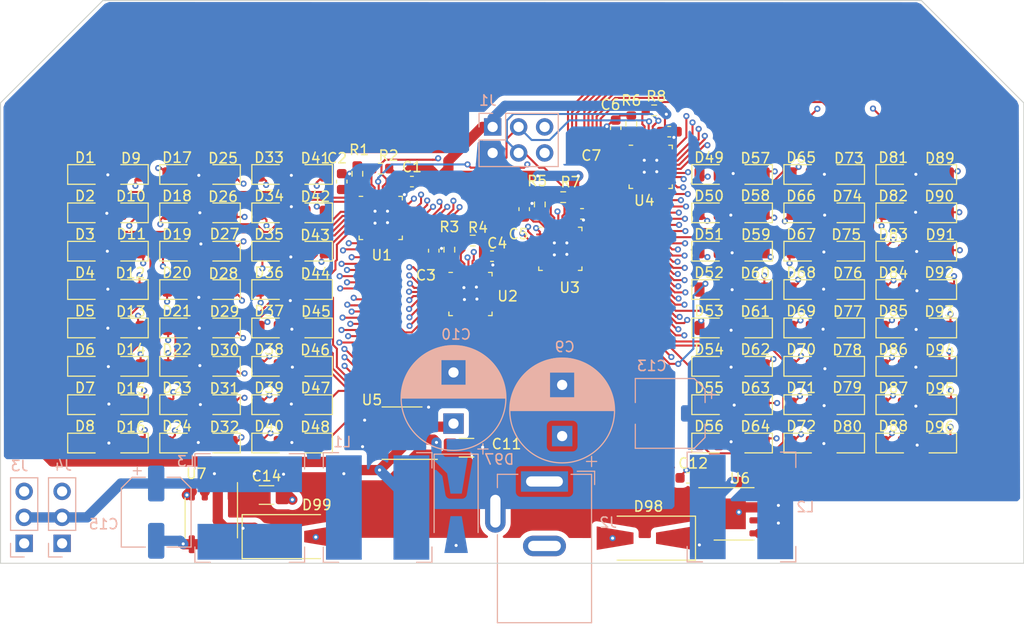
<source format=kicad_pcb>
(kicad_pcb (version 20221018) (generator pcbnew)
  (layers (0 "F.Cu" signal) (1 "In1.Cu" signal) (2 "In2.Cu" signal) (31 "B.Cu" signal) (34 "B.Paste" user) (35 "F.Paste" user) (36 "B.SilkS" user "B.Silkscreen") (37 "F.SilkS" user "F.Silkscreen") (38 "B.Mask" user) (39 "F.Mask" user) (44 "Edge.Cuts" user))
  (net 0 "")
  (net 1 "/5V")
  (net 2 "GND")
  (net 3 "Net-(U1-VCAP)")
  (net 4 "Net-(D1-K)")
  (net 5 "/2.5V")
  (net 6 "Net-(D2-K)")
  (net 7 "Net-(D3-K)")
  (net 8 "Net-(D4-K)")
  (net 9 "Net-(D5-K)")
  (net 10 "Net-(D6-K)")
  (net 11 "Net-(D7-K)")
  (net 12 "Net-(D8-K)")
  (net 13 "Net-(D9-K)")
  (net 14 "Net-(D10-K)")
  (net 15 "Net-(D11-K)")
  (net 16 "Net-(D12-K)")
  (net 17 "Net-(D13-K)")
  (net 18 "Net-(D14-K)")
  (net 19 "Net-(D15-K)")
  (net 20 "Net-(D16-K)")
  (net 21 "Net-(D17-K)")
  (net 22 "Net-(D18-K)")
  (net 23 "Net-(D19-K)")
  (net 24 "Net-(D20-K)")
  (net 25 "Net-(D21-K)")
  (net 26 "Net-(D22-K)")
  (net 27 "Net-(D23-K)")
  (net 28 "Net-(D24-K)")
  (net 29 "/SCL")
  (net 30 "/SDA")
  (net 31 "Net-(U1-IREF)")
  (net 32 "Net-(U1-EN)")
  (net 33 "Net-(U2-VCAP)")
  (net 34 "Net-(D25-K)")
  (net 35 "Net-(D26-K)")
  (net 36 "Net-(D27-K)")
  (net 37 "Net-(D28-K)")
  (net 38 "Net-(D29-K)")
  (net 39 "Net-(D30-K)")
  (net 40 "Net-(D31-K)")
  (net 41 "Net-(D32-K)")
  (net 42 "Net-(D33-K)")
  (net 43 "Net-(D34-K)")
  (net 44 "Net-(D35-K)")
  (net 45 "Net-(D36-K)")
  (net 46 "Net-(D37-K)")
  (net 47 "Net-(D38-K)")
  (net 48 "Net-(D39-K)")
  (net 49 "Net-(D40-K)")
  (net 50 "Net-(D41-K)")
  (net 51 "Net-(D42-K)")
  (net 52 "Net-(D43-K)")
  (net 53 "Net-(D44-K)")
  (net 54 "Net-(D45-K)")
  (net 55 "Net-(D46-K)")
  (net 56 "Net-(D47-K)")
  (net 57 "Net-(D48-K)")
  (net 58 "Net-(U2-IREF)")
  (net 59 "Net-(U2-EN)")
  (net 60 "Net-(U3-VCAP)")
  (net 61 "Net-(U4-VCAP)")
  (net 62 "/12V")
  (net 63 "Net-(D98-K)")
  (net 64 "Net-(U6-BST)")
  (net 65 "Net-(D49-K)")
  (net 66 "Net-(D50-K)")
  (net 67 "Net-(D51-K)")
  (net 68 "Net-(D52-K)")
  (net 69 "Net-(D53-K)")
  (net 70 "Net-(D54-K)")
  (net 71 "Net-(D55-K)")
  (net 72 "Net-(D56-K)")
  (net 73 "Net-(D57-K)")
  (net 74 "Net-(D58-K)")
  (net 75 "Net-(D59-K)")
  (net 76 "Net-(D60-K)")
  (net 77 "Net-(D61-K)")
  (net 78 "Net-(D62-K)")
  (net 79 "Net-(D63-K)")
  (net 80 "Net-(D64-K)")
  (net 81 "Net-(D65-K)")
  (net 82 "Net-(D66-K)")
  (net 83 "Net-(D67-K)")
  (net 84 "Net-(D68-K)")
  (net 85 "Net-(D69-K)")
  (net 86 "Net-(D70-K)")
  (net 87 "Net-(D71-K)")
  (net 88 "Net-(D72-K)")
  (net 89 "Net-(D73-K)")
  (net 90 "Net-(D74-K)")
  (net 91 "Net-(D75-K)")
  (net 92 "Net-(D76-K)")
  (net 93 "Net-(D77-K)")
  (net 94 "Net-(D78-K)")
  (net 95 "Net-(D79-K)")
  (net 96 "Net-(D80-K)")
  (net 97 "Net-(D81-K)")
  (net 98 "Net-(D82-K)")
  (net 99 "Net-(D83-K)")
  (net 100 "Net-(D84-K)")
  (net 101 "Net-(D85-K)")
  (net 102 "Net-(D86-K)")
  (net 103 "Net-(D87-K)")
  (net 104 "Net-(D88-K)")
  (net 105 "Net-(D89-K)")
  (net 106 "Net-(D90-K)")
  (net 107 "Net-(D91-K)")
  (net 108 "Net-(D92-K)")
  (net 109 "Net-(D93-K)")
  (net 110 "Net-(D94-K)")
  (net 111 "Net-(D95-K)")
  (net 112 "Net-(D96-K)")
  (net 113 "Net-(D97-K)")
  (net 114 "Net-(U3-IREF)")
  (net 115 "Net-(U4-IREF)")
  (net 116 "Net-(U3-EN)")
  (net 117 "Net-(U4-EN)")
  (net 120 "/SERVO_5V")
  (net 121 "Net-(D99-K)")
  (net 122 "/SERVO_X")
  (net 123 "/SERVO_Y")
  (footprint "LED_SMD:LED_0805_2012Metric" (layer "F.Cu") (at 117.25 110.75)
    (fp_text reference "D18")
    (fp_text value "LED" hide)
  )
  (footprint "LED_SMD:LED_0805_2012Metric" (layer "F.Cu") (at 178.25 107)
    (fp_text reference "D65")
    (fp_text value "LED" hide)
  )
  (footprint "Resistor_SMD:R_0603_1608Metric" (layer "F.Cu") (at 137.16 106.426)
    (fp_text reference "R2")
    (fp_text value "10k" hide)
  )
  (footprint "Resistor_SMD:R_0603_1608Metric" (layer "F.Cu") (at 143.8656 114.3508 90)
    (fp_text reference "R3")
    (fp_text value "10k" hide)
  )
  (footprint "LED_SMD:LED_0805_2012Metric" (layer "F.Cu") (at 112.75 110.75 180)
    (fp_text reference "D10")
    (fp_text value "LED" hide)
  )
  (footprint "Package_DFN_QFN:QFN-32-1EP_4x4mm_P0.4mm_EP2.9x2.9mm" (layer "F.Cu") (at 163.544885 106.254799)
    (fp_text reference "U4")
    (fp_text value "LP5024RSMR" hide)
  )
  (footprint "LED_SMD:LED_0805_2012Metric" (layer "F.Cu") (at 173.75 107 180)
    (fp_text reference "D57")
    (fp_text value "LED" hide)
  )
  (footprint "LED_SMD:LED_0805_2012Metric" (layer "F.Cu") (at 178.25 125.75)
    (fp_text reference "D70")
    (fp_text value "LED" hide)
  )
  (footprint "LED_SMD:LED_0805_2012Metric" (layer "F.Cu") (at 182.75 129.5 180)
    (fp_text reference "D79")
    (fp_text value "LED" hide)
  )
  (footprint "LED_SMD:LED_0805_2012Metric" (layer "F.Cu") (at 178.25 129.5)
    (fp_text reference "D71")
    (fp_text value "LED" hide)
  )
  (footprint "Resistor_SMD:R_0603_1608Metric" (layer "F.Cu") (at 152.7048 109.9312 90)
    (fp_text reference "R5")
    (fp_text value "10k" hide)
  )
  (footprint "LED_SMD:LED_0805_2012Metric" (layer "F.Cu") (at 108.25 125.75)
    (fp_text reference "D6")
    (fp_text value "LED" hide)
  )
  (footprint "Capacitor_SMD:C_0603_1608Metric" (layer "F.Cu") (at 165.354 102.8192)
    (fp_text reference "C8" hide)
    (fp_text value "1uF" hide)
  )
  (footprint "Resistor_SMD:R_0603_1608Metric" (layer "F.Cu") (at 154.9908 109.22)
    (fp_text reference "R7")
    (fp_text value "10k" hide)
  )
  (footprint "Resistor_SMD:R_0603_1608Metric" (layer "F.Cu") (at 161.6456 102.0572 90)
    (fp_text reference "R6")
    (fp_text value "10k" hide)
  )
  (footprint "LED_SMD:LED_0805_2012Metric" (layer "F.Cu") (at 130.75 114.5 180)
    (fp_text reference "D43")
    (fp_text value "LED" hide)
  )
  (footprint "LED_SMD:LED_0805_2012Metric" (layer "F.Cu") (at 112.75 107 180)
    (fp_text reference "D9")
    (fp_text value "LED" hide)
  )
  (footprint "LED_SMD:LED_0805_2012Metric" (layer "F.Cu") (at 126.25 133.25)
    (fp_text reference "D40")
    (fp_text value "LED" hide)
  )
  (footprint "LED_SMD:LED_0805_2012Metric" (layer "F.Cu") (at 117.25 118.25)
    (fp_text reference "D20")
    (fp_text value "LED" hide)
  )
  (footprint "LED_SMD:LED_0805_2012Metric" (layer "F.Cu") (at 121.75 133.25 180)
    (fp_text reference "D32")
    (fp_text value "LED" hide)
  )
  (footprint "LED_SMD:LED_0805_2012Metric" (layer "F.Cu") (at 182.75 107 180)
    (fp_text reference "D73")
    (fp_text value "LED" hide)
  )
  (footprint "LED_SMD:LED_0805_2012Metric" (layer "F.Cu") (at 178.25 110.75)
    (fp_text reference "D66")
    (fp_text value "LED" hide)
  )
  (footprint "LED_SMD:LED_0805_2012Metric" (layer "F.Cu") (at 169.25 114.5)
    (fp_text reference "D51")
    (fp_text value "LED" hide)
  )
  (footprint "LED_SMD:LED_0805_2012Metric" (layer "F.Cu") (at 121.75 122 180)
    (fp_text reference "D29")
    (fp_text value "LED" hide)
  )
  (footprint "LED_SMD:LED_0805_2012Metric" (layer "F.Cu") (at 191.75 133.25 180)
    (fp_text reference "D96")
    (fp_text value "LED" hide)
  )
  (footprint "LED_SMD:LED_0805_2012Metric" (layer "F.Cu") (at 191.75 129.5 180)
    (fp_text reference "D95")
    (fp_text value "LED" hide)
  )
  (footprint "LED_SMD:LED_0805_2012Metric" (layer "F.Cu") (at 191.75 122 180)
    (fp_text reference "D93")
    (fp_text value "LED" hide)
  )
  (footprint "LED_SMD:LED_0805_2012Metric" (layer "F.Cu") (at 187.25 133.25)
    (fp_text reference "D88")
    (fp_text value "LED" hide)
  )
  (footprint "Resistor_SMD:R_0603_1608Metric" (layer "F.Cu") (at 134.874 106.934 90)
    (fp_text reference "R1")
    (fp_text value "10k" hide)
  )
  (footprint "LED_SMD:LED_0805_2012Metric" (layer "F.Cu") (at 130.75 107 180)
    (fp_text reference "D41")
    (fp_text value "LED" hide)
  )
  (footprint "LED_SMD:LED_0805_2012Metric" (layer "F.Cu") (at 126.25 125.75)
    (fp_text reference "D38")
    (fp_text value "LED" hide)
  )
  (footprint "LED_SMD:LED_0805_2012Metric" (layer "F.Cu") (at 182.75 114.5 180)
    (fp_text reference "D75")
    (fp_text value "LED" hide)
  )
  (footprint "LED_SMD:LED_0805_2012Metric" (layer "F.Cu") (at 191.75 118.25 180)
    (fp_text reference "D92")
    (fp_text value "LED" hide)
  )
  (footprint "LED_SMD:LED_0805_2012Metric" (layer "F.Cu") (at 182.75 110.75 180)
    (fp_text reference "D74")
    (fp_text value "LED" hide)
  )
  (footprint "LED_SMD:LED_0805_2012Metric" (layer "F.Cu") (at 178.25 114.5)
    (fp_text reference "D67")
    (fp_text value "LED" hide)
  )
  (footprint "Capacitor_SMD:C_0603_1608Metric" (layer "F.Cu") (at 167.1828 136.652)
    (fp_text reference "C12")
    (fp_text value "0.1uF" hide)
  )
  (footprint "Capacitor_SMD:C_0603_1608Metric" (layer "F.Cu") (at 160.1216 102.4636 90)
    (fp_text reference "C6")
    (fp_text value "1uF" hide)
  )
  (footprint "LED_SMD:LED_0805_2012Metric" (layer "F.Cu") (at 187.25 110.75)
    (fp_text reference "D82")
    (fp_text value "LED" hide)
  )
  (footprint "LED_SMD:LED_0805_2012Metric" (layer "F.Cu") (at 191.75 114.5 180)
    (fp_text reference "D91")
    (fp_text value "LED" hide)
  )
  (footprint "LED_SMD:LED_0805_2012Metric" (layer "F.Cu") (at 130.75 129.5 180)
    (fp_text reference "D47")
    (fp_text value "LED" hide)
  )
  (footprint "LED_SMD:LED_0805_2012Metric" (layer "F.Cu") (at 117.25 125.75)
    (fp_text reference "D22")
    (fp_text value "LED" hide)
  )
  (footprint "Package_SO:SO-8_3.9x4.9mm_P1.27mm" (layer "F.Cu") (at 120.5992 140.5636 -90)
    (fp_text reference "U7")
    (fp_text value "AP1509" hide)
  )
  (footprint "LED_SMD:LED_0805_2012Metric" (layer "F.Cu") (at 117.25 114.5)
    (fp_text reference "D19")
    (fp_text value "LED" hide)
  )
  (footprint "LED_SMD:LED_0805_2012Metric" (layer "F.Cu") (at 187.25 125.75)
    (fp_text reference "D86")
    (fp_text value "LED" hide)
  )
  (footprint "Package_DFN_QFN:QFN-32-1EP_4x4mm_P0.4mm_EP2.9x2.9mm" (layer "F.Cu") (at 145.929599 118.684799)
    (fp_text reference "U2")
    (fp_text value "LP5024RSMR" hide)
  )
  (footprint "LED_SMD:LED_0805_2012Metric" (layer "F.Cu") (at 117.25 133.25)
    (fp_text reference "D24")
    (fp_text value "LED" hide)
  )
  (footprint "LED_SMD:LED_0805_2012Metric" (layer "F.Cu") (at 182.75 118.25 180)
    (fp_text reference "D76")
    (fp_text value "LED" hide)
  )
  (footprint "LED_SMD:LED_0805_2012Metric" (layer "F.Cu") (at 169.25 133.25)
    (fp_text reference "D56")
    (fp_text value "LED" hide)
  )
  (footprint "LED_SMD:LED_0805_2012Metric" (layer "F.Cu") (at 173.75 118.25 180)
    (fp_text reference "D60")
    (fp_text value "LED" hide)
  )
  (footprint "LED_SMD:LED_0805_2012Metric" (layer "F.Cu") (at 130.75 125.75 180)
    (fp_text reference "D46")
    (fp_text value "LED" hide)
  )
  (footprint "Capacitor_SMD:C_0603_1608Metric" (layer "F.Cu") (at 140.208 107.696)
    (fp_text reference "C1")
    (fp_text value "1uF" hide)
  )
  (footprint "LED_SMD:LED_0805_2012Metric" (layer "F.Cu") (at 126.25 118.25)
    (fp_text reference "D36")
    (fp_text value "LED" hide)
  )
  (footprint "LED_SMD:LED_0805_2012Metric" (layer "F.Cu") (at 130.75 122 180)
    (fp_text reference "D45")
    (fp_text value "LED" hide)
  )
  (footprint "Capacitor_SMD:C_0603_1608Metric" (layer "F.Cu") (at 142.3416 114.4524 90)
    (fp_text reference "C3")
    (fp_text value "1uF" hide)
  )
  (footprint "LED_SMD:LED_0805_2012Metric" (layer "F.Cu") (at 182.75 122 180)
    (fp_text reference "D77")
    (fp_text value "LED" hide)
  )
  (footprint "Capacitor_SMD:C_0603_1608Metric" (layer "F.Cu") (at 156.8326 110.8456)
    (fp_text reference "C7")
    (fp_text value "1uF" hide)
  )
  (footprint "LED_SMD:LED_0805_2012Metric" (layer "F.Cu") (at 112.75 114.5 180)
    (fp_text reference "D11")
    (fp_text value "LED" hide)
  )
  (footprint "LED_SMD:LED_0805_2012Metric" (layer "F.Cu") (at 173.75 133.25 180)
    (fp_text reference "D64")
    (fp_text value "LED" hide)
  )
  (footprint "LED_SMD:LED_0805_2012Metric" (layer "F.Cu") (at 112.75 133.25 180)
    (fp_text reference "D16")
    (fp_text value "LED" hide)
  )
  (footprint "LED_SMD:LED_0805_2012Metric" (layer "F.Cu") (at 191.75 125.75 180)
    (fp_text reference "D94")
    (fp_text value "LED" hide)
  )
  (footprint "LED_SMD:LED_0805_2012Metric" (layer "F.Cu") (at 126.25 114.5)
    (fp_text reference "D35")
    (fp_text value "LED" hide)
  )
  (footprint "LED_SMD:LED_0805_2012Metric" (layer "F.Cu") (at 182.75 125.75 180)
    (fp_text reference "D78")
    (fp_text value "LED" hide)
  )
  (footprint "LED_SMD:LED_0805_2012Metric" (layer "F.Cu") (at 117.25 122)
    (fp_text reference "D21")
    (fp_text value "LED" hide)
  )
  (footprint "Capacitor_SMD:C_0603_1608Metric" (layer "F.Cu") (at 133.35 107.696 90)
    (fp_text reference "C2")
    (fp_text value "1uF" hide)
  )
  (footprint "LED_SMD:LED_0805_2012Metric" (layer "F.Cu") (at 117.25 107)
    (fp_text reference "D17")
    (fp_text value "LED" hide)
  )
  (footprint "LED_SMD:LED_0805_2012Metric" (layer "F.Cu") (at 169.25 129.5)
    (fp_text reference "D55")
    (fp_text value "LED" hide)
  )
  (footprint "LED_SMD:LED_0805_2012Metric" (layer "F.Cu") (at 130.75 110.75 180)
    (fp_text reference "D42")
    (fp_text value "LED" hide)
  )
  (footprint "LED_SMD:LED_0805_2012Metric" (layer "F.Cu") (at 169.25 110.75)
    (fp_text reference "D50")
    (fp_text value "LED" hide)
  )
  (footprint "LED_SMD:LED_0805_2012Metric" (layer "F.Cu") (at 130.75 133.25 180)
    (fp_text reference "D48")
    (fp_text value "LED" hide)
  )
  (footprint "LED_SMD:LED_0805_2012Metric" (layer "F.Cu") (at 117.25 129.5)
    (fp_text reference "D23")
    (fp_text value "LED" hide)
  )
  (footprint "Diode_SMD:D_SMA-SMB_Universal_Handsoldering" (layer "F.Cu") (at 128.5748 142.3924)
    (fp_text reference "D99")
    (fp_text value "D" hide)
  )
  (footprint "LED_SMD:LED_0805_2012Metric" (layer "F.Cu") (at 121.75 125.75 180)
    (fp_text reference "D30")
    (fp_text value "LED" hide)
  )
  (footprint "LED_SMD:LED_0805_2012Metric" (layer "F.Cu") (at 182.75 133.25 180)
    (fp_text reference "D80")
    (fp_text value "LED" hide)
  )
  (footprint "LED_SMD:LED_0805_2012Metric" (layer "F.Cu") (at 112.75 118.25 180)
    (fp_text reference "D12")
    (fp_text value "LED" hide)
  )
  (footprint "LED_SMD:LED_0805_2012Metric" (layer "F.Cu") (at 112.75 122 180)
    (fp_text reference "D13")
    (fp_text value "LED" hide)
  )
  (footprint "LED_SMD:LED_0805_2012Metric" (layer "F.Cu") (at 169.25 122)
    (fp_text reference "D53")
    (fp_text value "LED" hide)
  )
  (footprint "LED_SMD:LED_0805_2012Metric" (layer "F.Cu") (at 178.25 133.25)
    (fp_text reference "D72")
    (fp_text value "LED" hide)
  )
  (footprint "LED_SMD:LED_0805_2012Metric" (layer "F.Cu") (at 173.75 114.5 180)
    (fp_text reference "D59")
    (fp_text value "LED" hide)
  )
  (footprint "LED_SMD:LED_0805_2012Metric" (layer "F.Cu") (at 121.75 107 180)
    (fp_text reference "D25")
    (fp_text value "LED" hide)
  )
  (footprint "Package_SO:SOIC-8-1EP_3.9x4.9mm_P1.27mm_EP2.29x3mm" (layer "F.Cu") (at 171.6928 140.1692)
    (fp_text reference "U6")
    (fp_text value "ADP2302ARDZ-2.5" hide)
  )
  (footprint "LED_SMD:LED_0805_2012Metric" (layer "F.Cu") (at 126.25 122)
    (fp_text reference "D37")
    (fp_text value "LED" hide)
  )
  (footprint "Diode_SMD:D_SMA-SMB_Universal_Handsoldering" (layer "F.Cu") (at 162.962 142.5448 180)
    (fp_text reference "D98")
    (fp_text value "D" hide)
  )
  (footprint "Capacitor_SMD:C_0603_1608Metric" (layer "F.Cu") (at 151.1808 110.3884 90)
    (fp_text reference "C5")
    (fp_text value "1uF" hide)
  )
  (footprint "Resistor_SMD:R_0603_1608Metric" (layer "F.Cu") (at 163.8808 100.7364)
    (fp_text reference "R8")
    (fp_text value "10k" hide)
  )
  (footprint "LED_SMD:LED_0805_2012Metric" (layer "F.Cu") (at 169.25 107)
    (fp_text reference "D49")
    (fp_text value "LED" hide)
  )
  (footprint "LED_SMD:LED_0805_2012Metric" (layer "F.Cu") (at 187.25 114.5)
    (fp_text reference "D83")
    (fp_text value "LED" hide)
  )
  (footprint "LED_SMD:LED_0805_2012Metric" (layer "F.Cu") (at 173.75 129.5 180)
    (fp_text reference "D63")
    (fp_text value "LED" hide)
  )
  (footprint "Package_SO:SO-8_3.9x4.9mm_P1.27mm" (layer "F.Cu") (at 139.2428 132.2832 180)
    (fp_text reference "U5")
    (fp_text value "AP1509" hide)
  )
  (footprint "LED_SMD:LED_0805_2012Metric" (layer "F.Cu") (at 108.25 122)
    (fp_text reference "D5")
    (fp_text value "LED" hide)
  )
  (footprint "LED_SMD:LED_0805_2012Metric" (layer "F.Cu") (at 173.75 122 180)
    (fp_text reference "D61")
    (fp_text value "LED" hide)
  )
  (footprint "LED_SMD:LED_0805_2012Metric" (layer "F.Cu") (at 191.75 107 180)
    (fp_text reference "D89")
    (fp_text value "LED" hide)
  )
  (footprint "LED_SMD:LED_0805_2012Metric" (layer "F.Cu") (at 187.25 129.5)
    (fp_text reference "D87")
    (fp_text value "LED" hide)
  )
  (footprint "LED_SMD:LED_0805_2012Metric" (layer "F.Cu") (at 108.25 129.5)
    (fp_text reference "D7")
    (fp_text value "LED" hide)
  )
  (footprint "Package_DFN_QFN:QFN-32-1EP_4x4mm_P0.4mm_EP2.9x2.9mm" (layer "F.Cu") (at 137.16 111.252)
    (fp_text reference "U1")
    (fp_text value "LP5024RSMR" hide)
  )
  (footprint "LED_SMD:LED_0805_2012Metric" (layer "F.Cu") (at 126.25 110.75)
    (fp_text reference "D34")
    (fp_text value "LED" hide)
  )
  (footprint "LED_SMD:LED_0805_2012Metric" (layer "F.Cu") (at 108.25 107)
    (fp_text reference "D1")
    (fp_text value "LED" hide)
  )
  (footprint "LED_SMD:LED_0805_2012Metric" (layer "F.Cu") (at 126.25 107)
    (fp_text reference "D33")
    (fp_text value "LED" hide)
  )
  (footprint "LED_SMD:LED_0805_2012Metric" (layer "F.Cu") (at 173.75 110.75 180)
    (fp_text reference "D58")
    (fp_text value "LED" hide)
  )
  (footprint "LED_SMD:LED_0805_2012Metric" (layer "F.Cu") (at 112.75 129.5 180)
    (fp_text reference "D15")
    (fp_text value "LED" hide)
  )
  (footprint "LED_SMD:LED_0805_2012Metric" (layer "F.Cu") (at 169.25 125.75)
    (fp_text reference "D54")
    (fp_text value "LED" hide)
  )
  (footprint "LED_SMD:LED_0805_2012Metric" (layer "F.Cu") (at 126.25 129.5)
    (fp_text reference "D39")
    (fp_text value "LED" hide)
  )
  (footprint "LED_SMD:LED_0805_2012Metric" (layer "F.Cu") (at 130.75 118.25 180)
    (fp_text reference "D44")
    (fp_text value "LED" hide)
  )
  (footprint "LED_SMD:LED_0805_2012Metric" (layer "F.Cu") (at 178.25 122)
    (fp_text reference "D69")
    (fp_text value "LED" hide)
  )
  (footprint "LED_SMD:LED_0805_2012Metric" (layer "F.Cu") (at 121.75 110.75 180)
    (fp_text reference "D26")
    (fp_text value "LED" hide)
  )
  (footprint "LED_SMD:LED_0805_2012Metric" (layer "F.Cu") (at 108.25 133.25)
    (fp_text reference "D8")
    (fp_text value "LED" hide)
  )
  (footprint "LED_SMD:LED_0805_2012Metric" (layer "F.Cu") (at 178.25 118.25)
    (fp_text reference "D68")
    (fp_text value "LED" hide)
  )
  (footprint "LED_SMD:LED_0805_2012Metric" (layer "F.Cu") (at 108.25 118.25)
    (fp_text reference "D4")
    (fp_text value "LED" hide)
  )
  (footprint "LED_SMD:LED_0805_2012Metric" (layer "F.Cu") (at 121.75 118.25 180)
    (fp_text reference "D28")
    (fp_text value "LED" hide)
  )
  (footprint "LED_SMD:LED_0805_2012Metric" (layer "F.Cu") (at 187.25 118.25)
    (fp_text reference "D84")
    (fp_text value "LED" hide)
  )
  (footprint "LED_SMD:LED_0805_2012Metric" (layer "F.Cu") (at 121.75 114.5 180)
    (fp_text reference "D27")
    (fp_text value "LED" hide)
  )
  (footprint "Capacitor_SMD:C_1206_3216Metric_Pad1.33x1.80mm_HandSolder" (layer "F.Cu") (at 125.9963 138.3284)
    (fp_text reference "C14")
    (fp_text value "10uF" hide)
  )
  (footprint "LED_SMD:LED_0805_2012Metric" (layer "F.Cu") (at 187.25 122)
    (fp_text reference "D85")
    (fp_text value "LED" hide)
  )
  (footprint "LED_SMD:LED_0805_2012Metric" (layer "F.Cu") (at 169.25 118.25)
    (fp_text reference "D52")
    (fp_text value "LED" hide)
  )
  (footprint "LED_SMD:LED_0805_2012Metric" (layer "F.Cu") (at 108.25 110.75)
    (fp_text reference "D2")
    (fp_text value "LED" hide)
  )
  (footprint "Capacitor_SMD:C_0603_1608Metric" (layer "F.Cu") (at 148.0312 114.9858)
    (fp_text reference "C4")
    (fp_text value "1uF" hide)
  )
  (footprint "LED_SMD:LED_0805_2012Metric" (layer "F.Cu") (at 187.25 107)
    (fp_text reference "D81")
    (fp_text value "LED" hide)
  )
  (footprint "Package_DFN_QFN:QFN-32-1EP_4x4mm_P0.4mm_EP2.9x2.9mm" (layer "F.Cu") (at 154.713559 114.268001)
    (fp_text reference "U3")
    (fp_text value "LP5024RSMR" hide)
  )
  (footprint "LED_SMD:LED_0805_2012Metric" (layer "F.Cu") (at 121.75 129.5 180)
    (fp_text reference "D31")
    (fp_text value "LED" hide)
  )
  (footprint "LED_SMD:LED_0805_2012Metric" (layer "F.Cu") (at 112.75 125.75 180)
    (fp_text reference "D14")
    (fp_text value "LED" hide)
  )
  (footprint "LED_SMD:LED_0805_2012Metric" (layer "F.Cu") (at 173.75 125.75 180)
    (fp_text reference "D62")
    (fp_text value "LED" hide)
  )
  (footprint "Capacitor_SMD:C_1206_3216Metric_Pad1.33x1.80mm_HandSolder" (layer "F.Cu") (at 145.542 133.7056)
    (fp_text reference "C11")
    (fp_text value "10uF" hide)
  )
  (footprint "Resistor_SMD:R_0603_1608Metric" (layer "F.Cu") (at 146.1516 113.4618)
    (fp_text reference "R4")
    (fp_text value "10k" hide)
  )
  (footprint "LED_SMD:LED_0805_2012Metric" (layer "F.Cu") (at 108.25 114.5)
    (fp_text reference "D3")
    (fp_text value "LED" hide)
  )
  (footprint "LED_SMD:LED_0805_2012Metric" (layer "F.Cu") (at 191.75 110.75 180)
    (fp_text reference "D90")
    (fp_text value "LED" hide)
  )
  (footprint "Connector_PinHeader_2.54mm:PinHeader_1x03_P2.54mm_Vertical" (layer "B.Cu") (at 102.3112 143.0528)
    (fp_text reference "J3")
    (fp_text value "Conn_01x03" hide)
  )
  (footprint "Inductor_SMD:L_Bourns-SRN1060" (layer "B.Cu") (at 124.3584 139.5984 -90)
    (fp_text reference "L3")
    (fp_text value "47uH" hide)
  )
  (footprint "Diode_SMD:D_SMA-SMB_Universal_Handsoldering" (layer "B.Cu") (at 144.526 139.2936 -90)
    (fp_text reference "D97")
    (fp_text value "D" hide)
  )
  (footprint "Connector_BarrelJack:BarrelJack_GCT_DCJ200-10-A_Horizontal" (layer "B.Cu") (at 153.162 137.0068 180)
    (fp_text reference "J2")
    (fp_text value "Barrel_Jack_Switch" hide)
  )
  (footprint "Connector_PinHeader_2.54mm:PinHeader_2x03_P2.54mm_Vertical" (layer "B.Cu") (at 148.097 102.357 -90)
    (fp_text reference "J1")
    (fp_text value "Conn_01x06" hide)
  )
  (footprint "Inductor_SMD:L_Bourns-SRN1060" (layer "B.Cu") (at 136.8552 139.5476 180)
    (fp_text reference "L1")
    (fp_text value "47uH" hide)
  )
  (footprint "Capacitor_THT:CP_Radial_D10.0mm_P5.00mm" (layer "B.Cu") (at 154.8892 132.568077 90)
    (fp_text reference "C9")
    (fp_text value "1000uF" hide)
  )
  (footprint "Capacitor_SMD:CP_Elec_6.3x5.9" (layer "B.Cu") (at 165.4496 130.3528 180)
    (fp_text reference "C13")
    (fp_text value "39uF" hide)
  )
  (footprint "Capacitor_THT:CP_Radial_D10.0mm_P5.00mm" (layer "B.Cu") (at 144.272 131.348877 90)
    (fp_text reference "C10")
    (fp_text value "1000uF" hide)
  )
  (footprint "Inductor_SMD:L_Bourns-SRN1060" (layer "B.Cu") (at 172.4152 139.4968)
    (fp_text reference "L2")
    (fp_text value "47uH" hide)
  )
  (footprint "Connector_PinHeader_2.54mm:PinHeader_1x03_P2.54mm_Vertical" (layer "B.Cu") (at 106.0196 143.0528)
    (fp_text reference "J4")
    (fp_text value "Conn_01x03" hide)
  )
  (footprint "Capacitor_SMD:CP_Elec_6.3x5.9" (layer "B.Cu") (at 115.2144 140.0048 -90)
    (fp_text reference "C15")
    (fp_text value "39uF" hide)
  )
  (gr_line (start 200 145) (end 100 145) (stroke (width 0.1)) (layer "Edge.Cuts"))
  (gr_line (start 200 100) (end 200 145) (stroke (width 0.1)) (layer "Edge.Cuts"))
  (gr_line (start 100 145) (end 100 100) (stroke (width 0.1)) (layer "Edge.Cuts"))
  (gr_line (start 190 90) (end 200 100) (stroke (width 0.1)) (layer "Edge.Cuts"))
  (gr_line (start 110 90) (end 190 90) (stroke (width 0.1)) (layer "Edge.Cuts"))
  (gr_line (start 100 100) (end 110 90) (stroke (width 0.1)) (layer "Edge.Cuts"))
  (segment (start 105.077836 135.05) (end 104.125 134.097164) (width 1) (layer "F.Cu") (net 1))
  (segment (start 156.0576 107.539568) (end 156.0576 110.8456) (width 1) (layer "F.Cu") (net 1))
  (segment (start 155.313559 111.589641) (end 156.0576 110.8456) (width 0.2) (layer "F.Cu") (net 1))
  (segment (start 130.2004 102.4128) (end 132.2061 104.4185) (width 1) (layer "F.Cu") (net 1))
  (segment (start 147.2692 107.1372) (end 149.7584 107.1372) (width 1) (layer "F.Cu") (net 1))
  (segment (start 143.772882 106.467918) (end 143.772882 105.655118) (width 1) (layer "F.Cu") (net 1))
  (segment (start 164.544885 104.254799) (end 164.544885 103.048641) (width 0.2) (layer "F.Cu") (net 1))
  (segment (start 142.5956 107.1372) (end 143.1036 107.1372) (width 1) (layer "F.Cu") (net 1))
  (segment (start 143.772882 105.655118) (end 145.161 104.267) (width 1) (layer "F.Cu") (net 1))
  (segment (start 164.544885 103.048641) (end 164.774326 102.8192) (width 0.2) (layer "F.Cu") (net 1))
  (segment (start 164.93739 100.96799) (end 164.93739 102.656136) (width 0.2032) (layer "F.Cu") (net 1))
  (segment (start 143.1036 107.1372) (end 147.2692 107.1372) (width 1) (layer "F.Cu") (net 1))
  (segment (start 104.125 134.097164) (end 104.125 105.0186) (width 1) (layer "F.Cu") (net 1))
  (segment (start 156.464 107.133168) (end 156.0576 107.539568) (width 1) (layer "F.Cu") (net 1))
  (segment (start 155.713559 112.268001) (end 155.713559 111.189641) (width 0.2) (layer "F.Cu") (net 1))
  (segment (start 139.433 107.696) (end 138.868762 107.696) (width 0.2032) (layer "F.Cu") (net 1))
  (segment (start 147.2562 109.6394) (end 147.2562 114.9858) (width 1) (layer "F.Cu") (net 1))
  (segment (start 147.447 114.2108) (end 147.4086 114.2492) (width 0.2) (layer "F.Cu") (net 1))
  (segment (start 147.2562 114.995307) (end 147.2562 114.9858) (width 0.2) (layer "F.Cu") (net 1))
  (segment (start 135.0772 135.89) (end 134.2836 135.0964) (width 1) (layer "F.Cu") (net 1))
  (segment (start 147.2692 109.6264) (end 147.2692 107.1372) (width 1) (layer "F.Cu") (net 1))
  (segment (start 152.5016 107.1372) (end 150.8252 107.1372) (width 1) (layer "F.Cu") (net 1))
  (segment (start 147.071 102.357) (end 148.097 102.357) (width 1) (layer "F.Cu") (net 1))
  (segment (start 137.76 108.807026) (end 138.868762 107.698264) (width 0.2) (layer "F.Cu") (net 1))
  (segment (start 148.374664 116.634798) (end 149.5562 115.453262) (width 0.2) (layer "F.Cu") (net 1))
  (segment (start 140.208 132.725082) (end 140.208 132.383) (width 1) (layer "F.Cu") (net 1))
  (segment (start 150.8252 107.1372) (end 149.7584 107.1372) (width 1) (layer "F.Cu") (net 1))
  (segment (start 147.2562 109.6394) (end 147.2692 109.6264) (width 1) (layer "F.Cu") (net 1))
  (segment (start 149.5562 115.453262) (end 149.5562 114.518338) (width 0.2) (layer "F.Cu") (net 1))
  (segment (start 106.7308 102.4128) (end 130.2004 102.4128) (width 1) (layer "F.Cu") (net 1))
  (segment (start 147.68004 116.634798) (end 148.374664 116.634798) (width 0.2) (layer "F.Cu") (net 1))
  (segment (start 140.1162 106.467) (end 141.9254 106.467) (width 1) (layer "F.Cu") (net 1))
  (segment (start 164.144885 104.254799) (end 164.144885 103.448641) (width 0.2) (layer "F.Cu") (net 1))
  (segment (start 164.944885 102.989759) (end 164.774326 102.8192) (width 0.2) (layer "F.Cu") (net 1))
  (segment (start 149.5562 114.518338) (end 149.248662 114.2108) (width 0.2) (layer "F.Cu") (net 1))
  (segment (start 143.972677 131.6482) (end 141.8178 131.6482) (width 1) (layer "F.Cu") (net 1))
  (segment (start 120.5948 135.0964) (end 120.5484 135.05) (width 1) (layer "F.Cu") (net 1))
  (segment (start 139.433 107.696) (end 139.433 107.1502) (width 1) (layer "F.Cu") (net 1))
  (segment (start 140.208 132.383) (end 140.9428 131.6482) (width 1) (layer "F.Cu") (net 1))
  (segment (start 120.5484 135.05) (end 105.077836 135.05) (width 1) (layer "F.Cu") (net 1))
  (segment (start 145.0095 104.4185) (end 145.161 104.267) (width 1) (layer "F.Cu") (net 1))
  (segment (start 147.4086 114.2492) (end 147.4086 114.9858) (width 0.2032) (layer "F.Cu") (net 1))
  (segment (start 137.043082 135.89) (end 135.0772 135.89) (width 1) (layer "F.Cu") (net 1))
  (segment (start 134.2836 135.0964) (end 120.5948 135.0964) (width 1) (layer "F.Cu") (net 1))
  (segment (start 104.125 105.0186) (end 106.7308 102.4128) (width 1) (layer "F.Cu") (net 1))
  (segment (start 147.68004 116.634798) (end 147.630039 116.684799) (width 0.2) (layer "F.Cu") (net 1))
  (segment (start 149.248662 114.2108) (end 147.447 114.2108) (width 0.2) (layer "F.Cu") (net 1))
  (segment (start 137.043082 135.89) (end 140.208 132.725082) (width 1) (layer "F.Cu") (net 1))
  (segment (start 147.4086 113.8938) (end 147.4086 114.2492) (width 0.2032) (layer "F.Cu") (net 1))
  (segment (start 146.9766 113.4618) (end 147.4086 113.8938) (width 0.2032) (layer "F.Cu") (net 1))
  (segment (start 147.630039 116.684799) (end 147.329599 116.684799) (width 0.2) (layer "F.Cu") (net 1))
  (segment (start 148.097 102.357) (end 148.446616 102.357) (width 1) (layer "F.Cu") (net 1))
  (segment (start 164.144885 103.448641) (end 164.774326 102.8192) (width 0.2) (layer "F.Cu") (net 1))
  (segment (start 137.76 109.252) (end 137.76 108.807026) (width 0.2) (layer "F.Cu") (net 1))
  (segment (start 137.985 106.426) (end 138.163 106.426) (width 0.2032) (layer "F.Cu") (net 1))
  (segment (start 138.868762 107.698264) (end 138.868762 107.696) (width 0.2) (layer "F.Cu") (net 1))
  (segment (start 132.2061 104.4185) (end 145.0095 104.4185) (width 1) (layer "F.Cu") (net 1))
  (segment (start 140.9428 131.6482) (end 141.8178 131.6482) (width 1) (layer "F.Cu") (net 1))
  (segment (start 155.713559 111.189641) (end 156.0576 110.8456) (width 0.2) (layer "F.Cu") (net 1))
  (segment (start 145.161 104.267) (end 147.071 102.357) (width 1) (layer "F.Cu") (net 1))
  (segment (start 139.433 107.1502) (end 140.1162 106.467) (width 1) (layer "F.Cu") (net 1))
  (segment (start 141.9254 106.467) (end 142.5956 107.1372) (width 1) (layer "F.Cu") (net 1))
  (segment (start 138.163 106.426) (end 139.433 107.696) (width 0.2032) (layer "F.Cu") (net 1))
  (segment (start 164.7058 100.7364) (end 164.93739 100.96799) (width 0.2032) (layer "F.Cu") (net 1))
  (segment (start 146.529599 115.721908) (end 147.2562 114.995307) (width 0.2) (layer "F.Cu") (net 1))
  (segment (start 143.1036 107.1372) (end 143.772882 106.467918) (width 1) (layer "F.Cu") (net 1))
  (segment (start 150.8252 107.1372) (end 150.6728 107.1372) (width 1) (layer "F.Cu") (net 1))
  (segment (start 144.272 131.348877) (end 143.972677 131.6482) (width 1) (layer "F.Cu") (net 1))
  (segment (start 146.529599 116.684799) (end 146.529599 115.721908) (width 0.2) (layer "F.Cu") (net 1))
  (segment (start 164.93739 102.656136) (end 164.774326 102.8192) (width 0.2032) (layer "F.Cu") (net 1))
  (segment (start 164.944885 104.254799) (end 164.944885 102.989759) (width 0.2) (layer "F.Cu") (net 1))
  (segment (start 155.313559 112.268001) (end 155.313559 111.589641) (width 0.2) (layer "F.Cu") (net 1))
  (via (at 156.464 107.133168) (size 0.6) (drill 0.3) (layers "F.Cu" "B.Cu") (net 1))
  (via (at 137.043082 135.89) (size 0.6) (drill 0.3) (layers "F.Cu" "B.Cu") (net 1))
  (via (at 165.06884 101.11295) (size 0.6) (drill 0.3) (layers "F.Cu" "B.Cu") (net 1))
  (via (at 152.5016 107.1372) (size 0.6) (drill 0.3) (layers "F.Cu" "B.Cu") (net 1))
  (segment (start 165.06884 101.11295) (end 164.24789 100.292) (width 1) (layer "B.Cu") (net 1))
  (segment (start 140.1552 139.5476) (end 140.1552 139.002118) (width 1) (layer "B.Cu") (net 1))
  (segment (start 149.312 100.292) (end 148.097 101.507) (width 1) (layer "B.Cu") (net 1))
  (segment (start 148.097 101.507) (end 148.097 102.357) (width 1) (layer "B.Cu") (net 1))
  (segment (start 152.505632 107.133168) (end 152.5016 107.1372) (width 1) (layer "B.Cu") (net 1))
  (segment (start 140.1552 139.002118) (end 137.043082 135.89) (width 1) (layer "B.Cu") (net 1))
  (segment (start 156.464 107.133168) (end 152.505632 107.133168) (width 1) (layer "B.Cu") (net 1))
  (segment (start 164.24789 100.292) (end 149.312 100.292) (width 1) (layer "B.Cu") (net 1))
  (segment (start 146.929599 116.684799) (end 146.929599 116.239825) (width 0.2) (layer "F.Cu") (net 2))
  (segment (start 161.6456 101.2322) (end 160.578 101.2322) (width 0.2032) (layer "F.Cu") (net 2))
  (segment (start 166.324326 102.8192) (end 166.324326 102.864874) (width 0.2032) (layer "F.Cu") (net 2))
  (segment (start 141.8178 130.3782) (end 141.8178 129.759) (width 0.2) (layer "F.Cu") (net 2))
  (segment (start 138.56 109.252) (end 139.1854 109.252) (width 0.2) (layer "F.Cu") (net 2))
  (segment (start 147.51721 115.844734) (end 148.115206 115.844734) (width 0.2032) (layer "F.Cu") (net 2))
  (segment (start 136.6678 130.3782) (end 136.2202 130.3782) (width 0.2) (layer "F.Cu") (net 2))
  (segment (start 166.324326 102.864874) (end 165.8112 103.378) (width 0.2032) (layer "F.Cu") (net 2))
  (segment (start 136.6678 131.6482) (end 136.2202 131.6482) (width 0.2) (layer "F.Cu") (net 2))
  (segment (start 159.8806 101.6886) (end 159.258 102.3112) (width 0.2032) (layer "F.Cu") (net 2))
  (segment (start 142.5572 113.6774) (end 143.1036 114.2238) (width 0.2) (layer "F.Cu") (net 2))
  (segment (start 140.983 107.696) (end 140.7414 107.696) (width 0.2032) (layer "F.Cu") (net 2))
  (segment (start 117.891 143.1386) (end 117.856 143.1036) (width 1) (layer "F.Cu") (net 2))
  (segment (start 152.7048 109.1062) (end 152.6662 109.1062) (width 0.2032) (layer "F.Cu") (net 2))
  (segment (start 143.8656 113.5258) (end 143.8016 113.5258) (width 0.2032) (layer "F.Cu") (net 2))
  (segment (start 133.35 106.921) (end 134.099 106.921) (width 0.2032) (layer "F.Cu") (net 2))
  (segment (start 141.8178 129.759) (end 141.8336 129.7432) (width 0.2) (layer "F.Cu") (net 2))
  (segment (start 136.2202 131.6482) (end 135.5852 131.0132) (width 0.2) (layer "F.Cu") (net 2))
  (segment (start 128.0668 138.3284) (end 128.524 138.7856) (width 1) (layer "F.Cu") (net 2))
  (segment (start 118.6942 137.9886) (end 118.5514 137.9886) (width 1) (layer "F.Cu") (net 2))
  (segment (start 151.1808 109.6642) (end 151.7774 109.6642) (width 0.2032) (layer "F.Cu") (net 2))
  (segment (start 160.578 101.2322) (end 160.1216 101.6886) (width 0.2032) (layer "F.Cu") (net 2))
  (segment (start 134.874 106.172) (end 134.112 106.934) (width 0.2032) (layer "F.Cu") (net 2))
  (segment (start 148.9586 115.00134) (end 148.115206 115.844734) (width 0.2032) (layer "F.Cu") (net 2))
  (segment (start 156.159199 112.268001) (end 156.972 111.4552) (width 0.2) (layer "F.Cu") (net 2))
  (segment (start 143.0906 114.2108) (end 143.1036 114.2238) (width 0.2032) (layer "F.Cu") (net 2))
  (segment (start 136.2202 130.3782) (end 135.5852 131.0132) (width 0.2) (layer "F.Cu") (net 2))
  (segment (start 143.8016 113.5258) (end 143.1036 114.2238) (width 0.2032) (layer "F.Cu") (net 2))
  (segment (start 142.3416 113.6774) (end 142.5572 113.6774) (width 0.2) (layer "F.Cu") (net 2))
  (segment (start 156.113559 112.268001) (end 156.159199 112.268001) (width 0.2) (layer "F.Cu") (net 2))
  (segment (start 134.099 106.921) (end 134.112 106.934) (width 0.2032) (layer "F.Cu") (net 2))
  (segment (start 151.7774 109.6642) (end 151.9428 109.8296) (width 0.2032) (layer "F.Cu") (net 2))
  (segment (start 174.1678 139.5342) (end 172.6318 139.5342) (width 1) (layer "F.Cu") (net 2))
  (segment (start 136.0678 132.9182) (end 135.382 133.604) (width 0.2) (layer "F.Cu") (net 2))
  (segment (start 127.5588 138.3284) (end 128.0668 138.3284) (width 1) (layer "F.Cu") (net 2))
  (segment (start 140.983 107.696) (end 140.983 107.937) (width 0.2032) (layer "F.Cu") (net 2))
  (segment (start 152.6662 109.1062) (end 151.9428 109.8296) (width 0.2032) (layer "F.Cu") (net 2))
  (segment (start 135.9662 134.1882) (end 135.382 133.604) (width 0.2) (layer "F.Cu") (net 2))
  (segment (start 134.874 106.109) (end 134.874 106.172) (width 0.2032) (layer "F.Cu") (net 2))
  (segment (start 148.9586 114.9858) (end 148.9586 115.00134) (width 0.2032) (layer "F.Cu") (net 2))
  (segment (start 139.1854 109.252) (end 139.4714 108.966) (width 0.2) (layer "F.Cu") (net 2))
  (segment (start 122.5042 143.1386) (end 117.891 143.1386) (width 1) (layer "F.Cu") (net 2))
  (segment (start 136.6678 132.9182) (end 136.0678 132.9182) (width 0.2) (layer "F.Cu") (net 2))
  (segment (start 147.32469 115.844734) (end 147.51721 115.844734) (width 0.2) (layer "F.Cu") (net 2))
  (segment (start 146.929599 116.239825) (end 147.32469 115.844734) (width 0.2) (layer "F.Cu") (net 2))
  (segment (start 140.7414 107.696) (end 139.4714 108.966) (width 0.2032) (layer "F.Cu") (net 2))
  (segment (start 172.6318 139.5342) (end 172.1612 140.0048) (width 1) (layer "F.Cu") (net 2))
  (segment (start 118.5514 137.9886) (end 118.2116 138.3284) (width 1) (layer "F.Cu") (net 2))
  (segment (start 136.6678 134.1882) (end 135.9662 134.1882) (width 0.2) (layer "F.Cu") (net 2))
  (segment (start 138.16 109.252) (end 138.56 109.252) (width 0.2) (layer "F.Cu") (net 2))
  (segment (start 157.6076 110.8456) (end 157.5816 110.8456) (width 0.2032) (layer "F.Cu") (net 2))
  (segment (start 157.5816 110.8456) (end 156.972 111.4552) (width 0.2032) (layer "F.Cu") (net 2))
  (segment (start 140.983 107.696) (end 140.716694 107.696) (width 0.2032) (layer "F.Cu") (net 2))
  (segment (start 160.1216 101.6886) (end 159.8806 101.6886) (width 0.2032) (layer "F.Cu") (net 2))
  (via (at 139.4714 108.966) (size 0.6) (drill 0.3) (layers "F.Cu" "B.Cu") (net 2))
  (via (at 164.1348 105.6132) (size 0.6) (drill 0.3) (layers "F.Cu" "B.Cu") (net 2))
  (via (at 155.3464 113.6904) (size 0.6) (drill 0.3) (layers "F.Cu" "B.Cu") (net 2))
  (via (at 136.6012 111.76) (size 0.6) (drill 0.3) (layers "F.Cu" "B.Cu") (net 2))
  (via (at 145.288 118.0592) (size 0.6) (drill 0.3) (layers "F.Cu" "B.Cu") (net 2))
  (via (at 146.558 119.1768) (size 0.6) (drill 0.3) (layers "F.Cu" "B.Cu") (net 2))
  (via (at 128.524 138.7856) (size 0.6) (drill 0.3) (layers "F.Cu" "B.Cu") (net 2))
  (via (at 144.526 143.256) (size 0.6) (drill 0.3) (layers "F.Cu" "B.Cu") (net 2))
  (via (at 154.1272 114.8588) (size 0.6) (drill 0.3) (layers "F.Cu" "B.Cu") (net 2))
  (via (at 135.382 133.604) (size 0.6) (drill 0.3) (layers "F.Cu" "B.Cu") (net 2))
  (via (at 165.8112 103.378) (size 0.6) (drill 0.3) (layers "F.Cu" "B.Cu") (net 2))
  (via (at 156.972 111.4552) (size 0.6) (drill 0.3) (layers "F.Cu" "B.Cu") (net 2))
  (via (at 147.1168 133.6548) (size 0.6) (drill 0.3) (layers "F.Cu" "B.Cu") (net 2))
  (via (at 146.5072 118.0084) (size 0.6) (drill 0.3) (layers "F.Cu" "B.Cu") (net 2))
  (via (at 130.81 142.4432) (size 0.6) (drill 0.3) (layers "F.Cu" "B.Cu") (net 2))
  (via (at 145.3388 119.2276) (size 0.6) (drill 0.3) (layers "F.Cu" "B.Cu") (net 2))
  (via (at 137.8204 111.7092) (size 0.6) (drill 0.3) (layers "F.Cu" "B.Cu") (net 2))
  (via (at 151.9428 109.8296) (size 0.6) (drill 0.3) (layers "F.Cu" "B.Cu") (net 2))
  (via (at 154.1272 113.6904) (size 0.6) (drill 0.3) (layers "F.Cu" "B.Cu") (net 2))
  (via (at 137.8204 110.5916) (size 0.6) (drill 0.3) (layers "F.Cu" "B.Cu") (net 2))
  (via (at 134.112 106.934) (size 0.6) (drill 0.3) (layers "F.Cu" "B.Cu") (net 2))
  (via (at 155.3464 114.808) (size 0.6) (drill 0.3) (layers "F.Cu" "B.Cu") (net 2))
  (via (at 118.2116 138.3284) (size 0.6) (drill 0.3) (layers "F.Cu" "B.Cu") (net 2))
  (via (at 143.1036 114.2238) (size 0.6) (drill 0.3) (layers "F.Cu" "B.Cu") (net 2))
  (via (at 135.5852 131.0132) (size 0.6) (drill 0.3) (layers "F.Cu" "B.Cu") (net 2))
  (via (at 162.9156 106.7816) (size 0.6) (drill 0.3) (layers "F.Cu" "B.Cu") (net 2))
  (via (at 159.258 102.3112) (size 0.6) (drill 0.3) (layers "F.Cu" "B.Cu") (net 2))
  (via (at 172.1612 140.0048) (size 0.6) (drill 0.3) (layers "F.Cu" "B.Cu") (net 2))
  (via (at 159.8168 142.5448) (size 0.6) (drill 0.3) (layers "F.Cu" "B.Cu") (net 2))
  (via (at 117.856 143.1036) (size 0.6) (drill 0.3) (layers "F.Cu" "B.Cu") (net 2))
  (via (at 141.8336 129.7432) (size 0.6) (drill 0.3) (layers "F.Cu" "B.Cu") (net 2))
  (via (at 162.9156 105.6132) (size 0.6) (drill 0.3) (layers "F.Cu" "B.Cu") (net 2))
  (via (at 164.1348 106.7308) (size 0.6) (drill 0.3) (layers "F.Cu" "B.Cu") (net 2))
  (via (at 136.6012 110.5916) (size 0.6) (drill 0.3) (layers "F.Cu" "B.Cu") (net 2))
  (via (at 148.115206 115.844734) (size 0.6) (drill 0.3) (layers "F.Cu" "B.Cu") (net 2))
  (segment (start 115.2144 142.8048) (end 117.5572 142.8048) (width 1) (layer "B.Cu") (net 2))
  (segment (start 117.5572 142.8048) (end 117.856 143.1036) (width 1) (layer "B.Cu") (net 2))
  (segment (start 134.67216 108.5146) (end 133.3936 108.5146) (width 0.2032) (layer "F.Cu") (net 3))
  (segment (start 135.0226 108.5146) (end 134.67216 108.5146) (width 0.2) (layer "F.Cu") (net 3))
  (segment (start 135.76 109.252) (end 135.0226 108.5146) (width 0.2) (layer "F.Cu") (net 3))
  (segment (start 133.3936 108.5146) (end 133.35 108.471) (width 0.2032) (layer "F.Cu") (net 3))
  (segment (start 107.3125 107) (end 109.0245 108.712) (width 0.2) (layer "F.Cu") (net 4))
  (segment (start 134.744 109.852) (end 135.16 109.852) (width 0.2) (layer "F.Cu") (net 4))
  (segment (start 134.1628 109.2708) (end 134.744 109.852) (width 0.2) (layer "F.Cu") (net 4))
  (segment (start 131.684163 108.712) (end 132.242964 109.2708) (width 0.2) (layer "F.Cu") (net 4))
  (segment (start 109.0245 108.712) (end 131.684163 108.712) (width 0.2) (layer "F.Cu") (net 4))
  (segment (start 132.242964 109.2708) (end 134.1628 109.2708) (width 0.2) (layer "F.Cu") (net 4))
  (segment (start 118.6157 118.25) (end 119.38 119.0143) (width 0.2) (layer "F.Cu") (net 5))
  (segment (start 189.4462 118.25) (end 189.5602 118.364) (width 0.2) (layer "F.Cu") (net 5))
  (segment (start 109.1875 129.5) (end 110.53 129.5) (width 0.2) (layer "F.Cu") (net 5))
  (segment (start 171.4808 125.75) (end 171.3992 125.8316) (width 0.2) (layer "F.Cu") (net 5))
  (segment (start 111.8125 125.75) (end 110.5716 125.75) (width 0.2) (layer "F.Cu") (net 5))
  (segment (start 181.8125 110.75) (end 180.7681 110.75) (width 0.2) (layer "F.Cu") (net 5))
  (segment (start 189.5062 114.5) (end 189.5348 114.5286) (width 0.2) (layer "F.Cu") (net 5))
  (segment (start 118.8752 114.5) (end 119.5832 113.792) (width 0.2) (layer "F.Cu") (net 5))
  (segment (start 188.1875 110.75) (end 189.3764 110.75) (width 0.2) (layer "F.Cu") (net 5))
  (segment (start 180.48 118.25) (end 180.4416 118.2116) (width 0.2) (layer "F.Cu") (net 5))
  (segment (start 190.8125 107) (end 189.4738 107) (width 0.2) (layer "F.Cu") (net 5))
  (segment (start 172.8125 133.25) (end 171.5278 133.25) (width 0.2) (layer "F.Cu") (net 5))
  (segment (start 171.664 129.5) (end 171.704 129.54) (width 0.2) (layer "F.Cu") (net 5))
  (segment (start 179.1875 129.5) (end 180.4016 129.5) (width 0.2) (layer "F.Cu") (net 5))
  (segment (start 181.8125 114.5) (end 180.5464 114.5) (width 0.2) (layer "F.Cu") (net 5))
  (segment (start 119.5216 129.5) (end 119.5324 129.4892) (width 0.2) (layer "F.Cu") (net 5))
  (segment (start 119.4756 110.75) (end 119.4816 110.744) (width 0.2) (layer "F.Cu") (net 5))
  (segment (start 110.3436 110.75) (end 110.3884 110.7948) (width 0.2) (layer "F.Cu") (net 5))
  (segment (start 180.4032 118.25) (end 180.4416 118.2116) (width 0.2) (layer "F.Cu") (net 5))
  (segment (start 190.8125 114.5) (end 189.5634 114.5) (width 0.2) (layer "F.Cu") (net 5))
  (segment (start 170.1875 114.5) (end 171.3452 114.5) (width 0.2) (layer "F.Cu") (net 5))
  (segment (start 119.4664 107) (end 119.38 107.0864) (width 0.2) (layer "F.Cu") (net 5))
  (segment (start 128.6056 125.75) (end 128.524 125.8316) (width 0.2) (layer "F.Cu") (net 5))
  (segment (start 188.1875 125.75) (end 189.377 125.75) (width 0.2) (layer "F.Cu") (net 5))
  (segment (start 180.5464 114.5) (end 180.467 114.5794) (width 0.2) (layer "F.Cu") (net 5))
  (segment (start 110.4544 107) (end 110.49 107.0356) (width 0.2) (layer "F.Cu") (net 5))
  (segment (start 176.022 139.3444) (end 176.022 139.0904) (width 1) (layer "F.Cu") (net 5))
  (segment (start 119.5432 129.5) (end 119.5324 129.4892) (width 0.2) (layer "F.Cu") (net 5))
  (segment (start 110.5932 133.25) (end 110.5916 133.2484) (width 0.2) (layer "F.Cu") (net 5))
  (segment (start 171.5132 118.25) (end 171.5008 118.2624) (width 0.2) (layer "F.Cu") (net 5))
  (segment (start 190.8125 110.75) (end 189.49 110.75) (width 0.2) (layer "F.Cu") (net 5))
  (segment (start 170.1875 125.75) (end 171.3176 125.75) (width 0.2) (layer "F.Cu") (net 5))
  (segment (start 176.022 141.195) (end 176.022 141.0716) (width 1) (layer "F.Cu") (net 5))
  (segment (start 129.8125 114.5) (end 128.9336 114.5) (width 0.2) (layer "F.Cu") (net 5))
  (segment (start 109.1875 114.5) (end 110.436 114.5) (width 0.2) (layer "F.Cu") (net 5))
  (segment (start 129.8125 129.5) (end 128.484 129.5) (width 0.2) (layer "F.Cu") (net 5))
  (segment (start 190.8125 118.25) (end 189.6742 118.25) (width 0.2) (layer "F.Cu") (net 5))
  (segment (start 190.8125 133.25) (end 189.7872 133.25) (width 0.2) (layer "F.Cu") (net 5))
  (segment (start 129.8125 122) (end 128.5964 122) (width 0.2) (layer "F.Cu") (net 5))
  (segment (start 172.8125 114.5) (end 171.6564 114.5) (width 0.2) (layer "F.Cu") (net 5))
  (segment (start 127.1875 107) (end 128.336 107) (width 0.2) (layer "F.Cu") (net 5))
  (segment (start 189.4434 107) (end 189.4586 106.9848) (width 0.2) (layer "F.Cu") (net 5))
  (segment (start 171.3176 125.75) (end 171.3992 125.8316) (width 0.2) (layer "F.Cu") (net 5))
  (segment (start 181.8125 107) (end 180.533 107) (width 0.2) (layer "F.Cu") (net 5))
  (segment (start 179.1875 110.75) (end 180.3183 110.75) (width 0.2) (layer "F.Cu") (net 5))
  (segment (start 128.5256 133.25) (end 128.4732 133.1976) (width 0.2) (layer "F.Cu") (net 5))
  (segment (start 110.5284 118.25) (end 110.49 118.2116) (width 0.2) (layer "F.Cu") (net 5))
  (segment (start 171.1489 110.75) (end 171.3738 110.9749) (width 0.2) (layer "F.Cu") (net 5))
  (segment (start 127.1875 110.75) (end 127.8233 110.75) (width 0.2) (layer "F.Cu") (net 5))
  (segment (start 109.1875 125.75) (end 110.51 125.75) (width 0.2) (layer "F.Cu") (net 5))
  (segment (start 120.8125 114.5) (end 120.2912 114.5) (width 0.2) (layer "F.Cu") (net 5))
  (segment (start 110.4424 114.5) (end 110.4392 114.5032) (width 0.2) (layer "F.Cu") (net 5))
  (segment (start 180.2676 122) (end 180.3908 122.1232) (width 0.2) (layer "F.Cu") (net 5))
  (segment (start 179.1875 114.5) (end 180.3876 114.5) (width 0.2) (layer "F.Cu") (net 5))
  (segment (start 188.1875 118.25) (end 189.4462 118.25) (width 0.2) (layer "F.Cu") (net 5))
  (segment (start 120.8125 129.5) (end 119.5432 129.5) (width 0.2) (layer "F.Cu") (net 5))
  (segment (start 175.1428 142.0742) (end 176.022 141.195) (width 1) (layer "F.Cu") (net 5))
  (segment (start 109.1875 107) (end 110.4544 107) (width 0.2) (layer "F.Cu") (net 5))
  (segment (start 189.384 133.25) (end 189.5856 133.4516) (width 0.2) (layer "F.Cu") (net 5))
  (segment (start 171.6564 114.5) (end 171.5008 114.6556) (width 0.2) (layer "F.Cu") (net 5))
  (segment (start 171.3452 114.5) (end 171.5008 114.6556) (width 0.2) (layer "F.Cu") (net 5))
  (segment (start 109.1875 122) (end 110.4684 122) (width 0.2) (layer "F.Cu") (net 5))
  (segment (start 128.35 122) (end 128.4732 122.1232) (width 0.2) (layer "F.Cu") (net 5))
  (segment (start 188.1875 122) (end 189.3354 122) (width 0.2) (layer "F.Cu") (net 5))
  (segment (start 190.8125 129.5) (end 189.6002 129.5) (width 0.2) (layer "F.Cu") (net 5))
  (segment (start 129.8125 133.25) (end 128.5256 133.25) (width 0.2) (layer "F.Cu") (net 5))
  (segment (start 118.1875 110.75) (end 119.4756 110.75) (width 0.2) (layer "F.Cu") (net 5))
  (segment (start 190.8125 122) (end 189.6326 122) (width 0.2) (layer "F.Cu") (net 5))
  (segment (start 109.1875 118.25) (end 110.4516 118.25) (width 0.2) (layer "F.Cu") (net 5))
  (segment (start 110.5716 125.75) (end 110.5408 125.7808) (width 0.2) (layer "F.Cu") (net 5))
  (segment (start 120.8125 122) (end 119.4524 122) (width 0.2) (layer "F.Cu") (net 5))
  (segment (start 172.8125 125.75) (end 171.4808 125.75) (width 0.2) (layer "F.Cu") (net 5))
  (segment (start 171.5278 133.25) (end 171.3992 133.1214) (width 0.2) (layer "F.Cu") (net 5))
  (segment (start 118.1875 133.25) (end 119.2768 133.25) (width 0.2) (layer "F.Cu") (net 5))
  (segment (start 128.5964 122) (end 128.4732 122.1232) (width 0.2) (layer "F.Cu") (net 5))
  (segment (start 189.317 129.5) (end 189.4586 129.6416) (width 0.2) (layer "F.Cu") (net 5))
  (segment (start 120.8125 133.25) (end 119.3816 133.25) (width 0.2) (layer "F.Cu") (net 5))
  (segment (start 110.6532 129.5) (end 110.5916 129.4384) (width 0.2) (layer "F.Cu") (net 5))
  (segment (start 189.6326 122) (end 189.484 122.1486) (width 0.2) (layer "F.Cu") (net 5))
  (segment (start 109.1875 133.25) (end 110.59 133.25) (width 0.2) (layer "F.Cu") (net 5))
  (segment (start 127.2416 118.25) (end 128.3208 119.3292) (width 0.2) (layer "F.Cu") (net 5))
  (segment (start 180.7681 110.75) (end 180.5432 110.9749) (width 0.2) (layer "F.Cu") (net 5))
  (segment (start 110.53 129.5) (end 110.5916 129.4384) (width 0.2) (layer "F.Cu") (net 5))
  (segment (start 118.1875 122) (end 119.4092 122) (width 0.2) (layer "F.Cu") (net 5))
  (segment (start 119.5524 125.75) (end 119.4816 125.6792) (width 0.2) (layer "F.Cu") (net 5))
  (segment (start 179.1875 133.25) (end 180.4178 133.25) (width 0.2) (layer "F.Cu") (net 5))
  (segment (start 181.8125 118.25) (end 180.48 118.25) (width 0.2) (layer "F.Cu") (net 5))
  (segment (start 111.8125 122) (end 110.5116 122) (width 0.2) (layer "F.Cu") (net 5))
  (segment (start 172.8125 118.25) (end 171.5132 118.25) (width 0.2) (layer "F.Cu") (net 5))
  (segment (start 180.514 122) (end 180.3908 122.1232) (width 0.2) (layer "F.Cu") (net 5))
  (segment (start 119.2936 107) (end 119.38 107.0864) (width 0.2) (layer "F.Cu") (net 5))
  (segment (start 111.8125 118.25) (end 110.5284 118.25) (width 0.2) (layer "F.Cu") (net 5))
  (segment (start 128.4208 133.25) (end 128.4732 133.1976) (width 0.2) (layer "F.Cu") (net 5))
  (segment (start 119.4524 122) (end 119.4308 122.0216) (width 0.2) (layer "F.Cu") (net 5))
  (segment (start 118.1875 129.5) (end 119.5216 129.5) (width 0.2) (layer "F.Cu") (net 5))
  (segment (start 180.3346 125.75) (end 180.5686 125.984) (width 0.2) (layer "F.Cu") (net 5))
  (segment (start 180.4016 129.5) (end 180.4924 129.5908) (width 0.2) (layer "F.Cu") (net 5))
  (segment (start 118.1875 107) (end 119.2936 107) (width 0.2) (layer "F.Cu") (net 5))
  (segment (start 128.3608 129.5) (end 128.4224 129.4384) (width 0.2) (layer "F.Cu") (net 5))
  (segment (start 128.4424 125.75) (end 128.524 125.8316) (width 0.2) (layer "F.Cu") (net 5))
  (segment (start 110.4332 110.75) (end 110.3884 110.7948) (width 0.2) (layer "F.Cu") (net 5))
  (segment (start 110.51 125.75) (end 110.5408 125.7808) (width 0.2) (layer "F.Cu") (net 5))
  (segment (start 171.511 107) (end 171.6024 106.9086) (width 0.2) (layer "F.Cu") (net 5))
  (segment (start 181.8125 122) (end 180.514 122) (width 0.2) (layer "F.Cu") (net 5))
  (segment (start 128.9336 114.5) (end 128.3716 115.062) (width 0.2) (layer "F.Cu") (net 5))
  (segment (start 118.1875 125.75) (end 119.4108 125.75) (width 0.2) (layer "F.Cu") (net 5))
  (segment (start 129.8125 118.25) (end 129.4 118.25) (width 0.2) (layer "F.Cu") (net 5))
  (segment (start 176.022 141.0716) (end 176.022 139.3444) (width 1) (layer "F.Cu") (net 5))
  (segment (start 128.336 107) (end 128.4224 107.0864) (width 0.2) (layer "F.Cu") (net 5))
  (segment (start 127.1875 125.75) (end 128.4424 125.75) (width 0.2) (layer "F.Cu") (net 5))
  (segment (start 180.8026 125.75) (end 180.5686 125.984) (width 0.2) (layer "F.Cu") (net 5))
  (segment (start 188.1875 133.25) (end 189.384 133.25) (width 0.2) (layer "F.Cu") (net 5))
  (segment (start 127.1875 122) (end 128.35 122) (width 0.2) (layer "F.Cu") (net 5))
  (segment (start 180.5162 133.25) (end 180.467 133.2992) (width 0.2) (layer "F.Cu") (net 5))
  (segment (start 190.8125 125.75) (end 189.5402 125.75) (width 0.2) (layer "F.Cu") (net 5))
  (segment (start 170.1875 133.25) (end 171.2706 133.25) (width 0.2) (layer "F.Cu") (net 5))
  (segment (start 170.1875 118.25) (end 171.4884 118.25) (width 0.2) (layer "F.Cu") (net 5))
  (segment (start 189.3764 110.75) (end 189.4332 110.6932) (width 0.2) (layer "F.Cu") (net 5))
  (segment (start 119.4108 125.75) (end 119.4816 125.6792) (width 0.2) (layer "F.Cu") (net 5))
  (segment (start 188.1875 129.5) (end 189.317 129.5) (width 0.2) (layer "F.Cu") (net 5))
  (segment (start 179.1875 122) (end 180.2676 122) (width 0.2) (layer "F.Cu") (net 5))
  (segment (start 110.59 133.25) (end 110.5916 133.2484) (width 0.2) (layer "F.Cu") (net 5))
  (segment (start 120.8125 125.75) (end 119.5524 125.75) (width 0.2) (layer "F.Cu") (net 5))
  (segment (start 170.1875 110.75) (end 171.1489 110.75) (width 0.2) (layer "F.Cu") (net 5))
  (segment (start 120.8125 110.75) (end 119.4876 110.75) (width 0.2) (layer "F.Cu") (net 5))
  (segment (start 127.1875 114.5) (end 127.8096 114.5) (width 0.2) (layer "F.Cu") (net 5))
  (segment (start 189.4738 107) (end 189.4586 106.9848) (width 0.2) (layer "F.Cu") (net 5))
  (segment (start 189.6742 118.25) (end 189.5602 118.364) (width 0.2) (layer "F.Cu") (net 5))
  (segment (start 171.2706 133.25) (end 171.3992 133.1214) (width 0.2) (layer "F.Cu") (net 5))
  (segment (start 111.8125 129.5) (end 110.6532 129.5) (width 0.2) (layer "F.Cu") (net 5))
  (segment (start 129.8125 110.75) (end 129.0215 110.75) (width 0.2) (layer "F.Cu") (net 5))
  (segment (start 128.484 129.5) (end 128.4224 129.4384) (width 0.2) (layer "F.Cu") (net 5))
  (segment (start 171.624 122) (end 171.3992 122.2248) (width 0.2) (layer "F.Cu") (net 5))
  (segment (start 111.8125 114.5) (end 110.4424 114.5) (width 0.2) (layer "F.Cu") (net 5))
  (segment (start 110.4684 122) (end 110.49 122.0216) (width 0.2) (layer "F.Cu") (net 5))
  (segment (start 189.49 110.75) (end 189.4332 110.6932) (width 0.2) (layer "F.Cu") (net 5))
  (segment (start 128.5088 107) (end 128.4224 107.0864) (width 0.2) (layer "F.Cu") (net 5))
  (segment (start 129.8125 125.75) (end 128.6056 125.75) (width 0.2) (layer "F.Cu") (net 5))
  (segment (start 120.8125 107) (end 119.4664 107) (width 0.2) (layer "F.Cu") (net 5))
  (segment (start 189.377 125.75) (end 189.4586 125.8316) (width 0.2) (layer "F.Cu") (net 5))
  (segment (start 120.8125 118.25) (end 120.1443 118.25) (width 0.2) (layer "F.Cu") (net 5))
  (segment (start 127.8233 110.75) (end 128.4224 110.1509) (width 0.2) (layer "F.Cu") (net 5))
  (segment (start 127.1875 133.25) (end 128.4208 133.25) (width 0.2) (layer "F.Cu") (net 5))
  (segment (start 119.4092 122) (end 119.4308 122.0216) (width 0.2) (layer "F.Cu") (net 5))
  (segment (start 118.1875 114.5) (end 118.8752 114.5) (width 0.2) (layer "F.Cu") (net 5))
  (segment (start 180.3183 110.75) (end 180.5432 110.9749) (width 0.2) (layer "F.Cu") (net 5))
  (segment (start 119.2768 133.25) (end 119.3292 133.1976) (width 0.2) (layer "F.Cu") (net 5))
  (segment (start 118.1875 118.25) (end 118.6157 118.25) (width 0.2) (layer "F.Cu") (net 5))
  (segment (start 171.5987 110.75) (end 171.3738 110.9749) (width 0.2) (layer "F.Cu") (net 5))
  (segment (start 180.4178 133.25) (end 180.467 133.2992) (width 0.2) (layer "F.Cu") (net 5))
  (segment (start 170.1875 107) (end 171.511 107) (width 0.2) (layer "F.Cu") (net 5))
  (segment (start 110.5256 107) (end 110.49 107.0356) (width 0.2) (layer "F.Cu") (net 5))
  (segment (start 111.8125 110.75) (end 110.4332 110.75) (width 0.2) (layer "F.Cu") (net 5))
  (segment (start 171.6938 107) (end 171.6024 106.9086) (width 0.2) (layer "F.Cu") (net 5))
  (segment (start 180.3876 114.5) (end 180.467 114.5794) (width 0.2) (layer "F.Cu") (net 5))
  (segment (start 127.8096 114.5) (end 128.3716 115.062) (width 0.2) (layer "F.Cu") (net 5))
  (segment (start 120.2912 114.5) (end 119.5832 113.792) (width 0.2) (layer "F.Cu") (net 5))
  (segment (start 119.4876 110.75) (end 119.4816 110.744) (width 0.2) (layer "F.Cu") (net 5))
  (segment (start 181.8125 129.5) (end 180.5832 129.5) (width 0.2) (layer "F.Cu") (net 5))
  (segment (start 110.5116 122) (end 110.49 122.0216) (width 0.2) (layer "F.Cu") (net 5))
  (segment (start 180.5026 107) (end 180.5178 106.9848) (width 0.2) (layer "F.Cu") (net 5))
  (segment (start 181.8125 125.75) (end 180.8026 125.75) (width 0.2) (layer "F.Cu") (net 5))
  (segment (start 109.1875 110.75) (end 110.3436 110.75) (width 0.2) (layer "F.Cu") (net 5))
  (segment (start 119.3816 133.25) (end 119.3292 133.1976) (width 0.2) (layer "F.Cu") (net 5))
  (segment (start 129.4 118.25) (end 128.3208 119.3292) (width 0.2) (layer "F.Cu") (net 5))
  (segment (start 111.8125 107) (end 110.5256 107) (width 0.2) (layer "F.Cu") (net 5))
  (segment (start 127.1875 118.25) (end 127.2416 118.25) (width 0.2) (layer "F.Cu") (net 5))
  (segment (start 172.8125 129.5) (end 171.3992 129.5) (width 0.2) (layer "F.Cu") (net 5))
  (segment (start 188.1875 107) (end 189.4434 107) (width 0.2) (layer "F.Cu") (net 5))
  (segment (start 189.3354 122) (end 189.484 122.1486) (width 0.2) (layer "F.Cu") (net 5))
  (segment (start 189.5634 114.5) (end 189.5348 114.5286) (width 0.2) (layer "F.Cu") (net 5))
  (segment (start 189.6002 129.5) (end 189.4586 129.6416) (width 0.2) (layer "F.Cu") (net 5))
  (segment (start 171.1744 122) (end 171.3992 122.2248) (width 0.2) (layer "F.Cu") (net 5))
  (segment (start 172.8125 110.75) (end 171.5987 110.75) (width 0.2) (layer "F.Cu") (net 5))
  (segment (start 120.1443 118.25) (end 119.38 119.0143) (width 0.2) (layer "F.Cu") (net 5))
  (segment (start 179.1875 125.75) (end 180.3346 125.75) (width 0.2) (layer "F.Cu") (net 5))
  (segment (start 174.1678 142.0742) (end 175.1428 142.0742) (width 1) (layer "F.Cu") (net 5))
  (segment (start 170.1875 122) (end 171.1744 122) (width 0.2) (layer "F.Cu") (net 5))
  (segment (start 180.5832 129.5) (end 180.4924 129.5908) (width 0.2) (layer "F.Cu") (net 5))
  (segment (start 171.3992 129.5) (end 171.664 129.5) (width 0.2) (layer "F.Cu") (net 5))
  (segment (start 189.7872 133.25) (end 189.5856 133.4516) (width 0.2) (layer "F.Cu") (net 5))
  (segment (start 127.1875 129.5) (end 128.3608 129.5) (width 0.2) (layer "F.Cu") (net 5))
  (segment (start 129.0215 110.75) (end 128.4224 110.1509) (width 0.2) (layer "F.Cu") (net 5))
  (segment (start 181.8125 133.25) (end 180.5162 133.25) (width 0.2) (layer "F.Cu") (net 5))
  (segment (start 179.1875 118.25) (end 180.4032 118.25) (width 0.2) (layer "F.Cu") (net 5))
  (segment (start 110.4516 118.25) (end 110.49 118.2116) (width 0.2) (layer "F.Cu") (net 5))
  (segment (start 179.1875 107) (end 180.5026 107) (width 0.2) (layer "F.Cu") (net 5))
  (segment (start 170.1875 129.5) (end 171.3992 129.5) (width 0.2) (layer "F.Cu") (net 5))
  (segment (start 172.8125 122) (end 171.624 122) (width 0.2) (layer "F.Cu") (net 5))
  (segment (start 110.436 114.5) (end 110.4392 114.5032) (width 0.2) (layer "F.Cu") (net 5))
  (segment (start 171.4884 118.25) (end 171.5008 118.2624) (width 0.2) (layer "F.Cu") (net 5))
  (segment (start 188.1875 114.5) (end 189.5062 114.5) (width 0.2) (layer "F.Cu") (net 5))
  (segment (start 129.8125 107) (end 128.5088 107) (width 0.2) (layer "F.Cu") (net 5))
  (segment (start 172.8125 107) (end 171.6938 107) (width 0.2) (layer "F.Cu") (net 5))
  (segment (start 189.5402 125.75) (end 189.4586 125.8316) (width 0.2) (layer "F.Cu") (net 5))
  (segment (start 180.533 107) (end 180.5178 106.9848) (width 0.2) (layer "F.Cu") (net 5))
  (segment (start 111.8125 133.25) (end 110.5932 133.25) (width 0.2) (layer "F.Cu") (net 5))
  (via (at 128.3716 115.062) (size 0.6) (drill 0.3) (layers "F.Cu" "B.Cu") (net 5))
  (via (at 128.3208 119.3292) (size 0.6) (drill 0.3) (layers "F.Cu" "B.Cu") (net 5))
  (via (at 180.5432 110.9749) (size 0.6) (drill 0.3) (layers "F.Cu" "B.Cu") (net 5))
  (via (at 119.4308 122.0216) (size 0.6) (drill 0.3) (layers "F.Cu" "B.Cu") (net 5))
  (via (at 119.38 107.0864) (size 0.6) (drill 0.3) (layers "F.Cu" "B.Cu") (net 5))
  (via (at 171.3738 110.9749) (size 0.6) (drill 0.3) (layers "F.Cu" "B.Cu") (net 5))
  (via (at 110.5916 133.2484) (size 0.6) (drill 0.3) (layers "F.Cu" "B.Cu") (net 5))
  (via (at 128.4732 133.1976) (size 0.6) (drill 0.3) (layers "F.Cu" "B.Cu") (net 5))
  (via (at 171.5008 118.2624) (size 0.6) (drill 0.3) (layers "F.Cu" "B.Cu") (net 5))
  (via (at 176.022 141.0716) (size 0.6) (drill 0.3) (layers "F.Cu" "B.Cu") (net 5))
  (via (at 189.5856 133.4516) (size 0.6) (drill 0.3) (layers "F.Cu" "B.Cu") (net 5))
  (via (at 189.5348 114.5286) (size 0.6) (drill 0.3) (layers "F.Cu" "B.Cu") (net 5))
  (via (at 189.5602 118.364) (size 0.6) (drill 0.3) (layers "F.Cu" "B.Cu") (net 5))
  (via (at 119.4816 110.744) (size 0.6) (drill 0.3) (layers "F.Cu" "B.Cu") (net 5))
  (via (at 180.5686 125.984) (size 0.6) (drill 0.3) (layers "F.Cu" "B.Cu") (net 5))
  (via (at 110.49 107.0356) (size 0.6) (drill 0.3) (layers "F.Cu" "B.Cu") (net 5))
  (via (at 110.49 118.2116) (size 0.6) (drill 0.3) (layers "F.Cu" "B.Cu") (net 5))
  (via (at 128.4224 129.4384) (size 0.6) (drill 0.3) (layers "F.Cu" "B.Cu") (net 5))
  (via (at 110.3884 110.7948) (size 0.6) (drill 0.3) (layers "F.Cu" "B.Cu") (net 5))
  (via (at 180.467 114.5794) (size 0.6) (drill 0.3) (layers "F.Cu" "B.Cu") (net 5))
  (via (at 180.467 133.2992) (size 0.6) (drill 0.3) (layers "F.Cu" "B.Cu") (net 5))
  (via (at 171.3992 133.1214) (size 0.6) (drill 0.3) (layers "F.Cu" "B.Cu") (net 5))
  (via (at 189.4332 110.6932) (size 0.6) (drill 0.3) (layers "F.Cu" "B.Cu") (net 5))
  (via (at 119.4816 125.6792) (size 0.6) (drill 0.3) (layers "F.Cu" "B.Cu") (net 5))
  (via (at 171.6024 106.9086) (size 0.6) (drill 0.3) (layers "F.Cu" "B.Cu") (net 5))
  (via (at 171.5008 114.6556) (size 0.6) (drill 0.3) (layers "F.Cu" "B.Cu") (net 5))
  (via (at 119.5324 129.4892) (size 0.6) (drill 0.3) (layers "F.Cu" "B.Cu") (net 5))
  (via (at 128.4224 107.0864) (size 0.6) (drill 0.3) (layers "F.Cu" "B.Cu") (net 5))
  (via (at 119.3292 133.1976) (size 0.6) (drill 0.3) (layers "F.Cu" "B.Cu") (net 5))
  (via (at 180.3908 122.1232) (size 0.6) (drill 0.3) (layers "F.Cu" "B.Cu") (net 5))
  (via (at 189.4586 129.6416) (size 0.6) (drill 0.3) (layers "F.Cu" "B.Cu") (net 5))
  (via (at 171.3992 122.2248) (size 0.6) (drill 0.3) (layers "F.Cu" "B.Cu") (net 5))
  (via (at 128.524 125.8316) (size 0.6) (drill 0.3) (layers "F.Cu" "B.Cu") (net 5))
  (via (at 110.5408 125.7808) (size 0.6) (drill 0.3) (layers "F.Cu" "B.Cu") (net 5))
  (via (at 119.5832 113.792) (size 0.6) (drill 0.3) (layers "F.Cu" "B.Cu") (net 5))
  (via (at 171.3992 125.8316) (size 0.6) (drill 0.3) (layers "F.Cu" "B.Cu") (net 5))
  (via (at 171.704 129.54) (size 0.6) (drill 0.3) (layers "F.Cu" "B.Cu") (net 5))
  (via (at 176.022 139.3444) (size 0.6) (drill 0.3) (layers "F.Cu" "B.Cu") (net 5))
  (via (at 180.4416 118.2116) (size 0.6) (drill 0.3) (layers "F.Cu" "B.Cu") (net 5))
  (via (at 128.4224 110.1509) (size 0.6) (drill 0.3) (layers "F.Cu" "B.Cu") (net 5))
  (via (at 128.4732 122.1232) (size 0.6) (drill 0.3) (layers "F.Cu" "B.Cu") (net 5))
  (via (at 110.49 122.0216) (size 0.6) (drill 0.3) (layers "F.Cu" "B.Cu") (net 5))
  (via (at 180.4924 129.5908) (size 0.6) (drill 0.3) (layers "F.Cu" "B.Cu") (net 5))
  (via (at 110.5916 129.4384) (size 0.6) (drill 0.3) (layers "F.Cu" "B.Cu") (net 5))
  (via (at 119.38 119.0143) (size 0.6) (drill 0.3) (layers "F.Cu" "B.Cu") (net 5))
  (via (at 180.5178 106.9848) (size 0.6) (drill 0.3) (layers "F.Cu" "B.Cu") (net 5))
  (via (at 189.484 122.1486) (size 0.6) (drill 0.3) (layers "F.Cu" "B.Cu") (net 5))
  (via (at 189.4586 106.9848) (size 0.6) (drill 0.3) (layers "F.Cu" "B.Cu") (net 5))
  (via (at 189.4586 125.8316) (size 0.6) (drill 0.3) (layers "F.Cu" "B.Cu") (net 5))
  (via (at 110.4392 114.5032) (size 0.6) (drill 0.3) (layers "F.Cu" "B.Cu") (net 5))
  (segment (start 134.5184 110.252) (end 135.16 110.252) (width 0.2) (layer "F.Cu") (net 6))
  (segment (start 107.3125 110.75) (end 108.5885 109.474) (width 0.2) (layer "F.Cu") (net 6))
  (segment (start 132.077279 109.6708) (end 133.937199 109.670799) (width 0.2) (layer "F.Cu") (net 6))
  (segment (start 133.937199 109.670799) (end 134.5184 110.252) (width 0.2) (layer "F.Cu") (net 6))
  (segment (start 131.880478 109.474) (end 132.077279 109.6708) (width 0.2) (layer "F.Cu") (net 6))
  (segment (start 108.5885 109.474) (end 131.880478 109.474) (width 0.2) (layer "F.Cu") (net 6))
  (segment (start 133.254478 110.652) (end 132.146478 111.76) (width 0.2) (layer "F.Cu") (net 7))
  (segment (start 127.096629 111.76) (end 126.242629 112.614) (width 0.2) (layer "F.Cu") (net 7))
  (segment (start 107.3125 113.5659) (end 107.3125 114.5) (width 0.2) (layer "F.Cu") (net 7))
  (segment (start 132.146478 111.76) (end 127.096629 111.76) (width 0.2) (layer "F.Cu") (net 7))
  (segment (start 125.0188 111.887229) (end 124.993629 111.887229) (width 0.2) (layer "F.Cu") (net 7))
  (segment (start 108.2644 112.614) (end 107.3125 113.5659) (width 0.2) (layer "F.Cu") (net 7))
  (segment (start 118.11 112.614) (end 108.2644 112.614) (width 0.2) (layer "F.Cu") (net 7))
  (segment (start 135.16 110.652) (end 133.254478 110.652) (width 0.2) (layer "F.Cu") (net 7))
  (segment (start 124.968 111.8616) (end 118.8624 111.8616) (width 0.2) (layer "F.Cu") (net 7))
  (segment (start 124.993629 111.887229) (end 124.968 111.8616) (width 0.2) (layer "F.Cu") (net 7))
  (segment (start 125.745571 112.614) (end 125.0188 111.887229) (width 0.2) (layer "F.Cu") (net 7))
  (segment (start 126.242629 112.614) (end 125.745571 112.614) (width 0.2) (layer "F.Cu") (net 7))
  (segment (start 118.8624 111.8616) (end 118.11 112.614) (width 0.2) (layer "F.Cu") (net 7))
  (segment (start 119.1164 112.2616) (end 118.364 113.014) (width 0.2) (layer "F.Cu") (net 8))
  (segment (start 127.262315 112.16) (end 126.408314 113.014) (width 0.2) (layer "F.Cu") (net 8))
  (segment (start 108.1 113.818522) (end 108.1 117.4625) (width 0.2) (layer "F.Cu") (net 8))
  (segment (start 135.16 111.052) (end 133.420164 111.052) (width 0.2) (layer "F.Cu") (net 8))
  (segment (start 133.420164 111.052) (end 132.312163 112.16) (width 0.2) (layer "F.Cu") (net 8))
  (segment (start 126.408314 113.014) (end 125.579885 113.014) (width 0.2) (layer "F.Cu") (net 8))
  (segment (start 132.312163 112.16) (end 127.262315 112.16) (width 0.2) (layer "F.Cu") (net 8))
  (segment (start 118.364 113.014) (end 108.904522 113.014) (width 0.2) (layer "F.Cu") (net 8))
  (segment (start 124.827486 112.2616) (end 119.1164 112.2616) (width 0.2) (layer "F.Cu") (net 8))
  (segment (start 125.579885 113.014) (end 124.827486 112.2616) (width 0.2) (layer "F.Cu") (net 8))
  (segment (start 108.1 117.4625) (end 107.3125 118.25) (width 0.2) (layer "F.Cu") (net 8))
  (segment (start 108.904522 113.014) (end 108.1 113.818522) (width 0.2) (layer "F.Cu") (net 8))
  (segment (start 124.6618 112.6616) (end 119.3196 112.6616) (width 0.2) (layer "F.Cu") (net 9))
  (segment (start 119.3196 112.6616) (end 118.5672 113.414) (width 0.2) (layer "F.Cu") (net 9))
  (segment (start 135.16 111.452) (end 133.58585 111.452) (width 0.2) (layer "F.Cu") (net 9))
  (segment (start 114.6556 113.9952) (end 114.6556 118.750878) (width 0.2) (layer "F.Cu") (net 9))
  (segment (start 125.414199 113.414) (end 124.6618 112.6616) (width 0.2) (layer "F.Cu") (net 9))
  (segment (start 114.6556 118.750878) (end 112.406478 121) (width 0.2) (layer "F.Cu") (net 9))
  (segment (start 126.573999 113.414) (end 125.414199 113.414) (width 0.2) (layer "F.Cu") (net 9))
  (segment (start 133.58585 111.452) (end 132.477848 112.56) (width 0.2) (layer "F.Cu") (net 9))
  (segment (start 108.3125 121) (end 107.3125 122) (width 0.2) (layer "F.Cu") (net 9))
  (segment (start 115.2368 113.414) (end 114.6556 113.9952) (width 0.2) (layer "F.Cu") (net 9))
  (segment (start 132.477848 112.56) (end 127.428001 112.56) (width 0.2) (layer "F.Cu") (net 9))
  (segment (start 127.428001 112.56) (end 126.573999 113.414) (width 0.2) (layer "F.Cu") (net 9))
  (segment (start 112.406478 121) (end 108.3125 121) (width 0.2) (layer "F.Cu") (net 9))
  (segment (start 118.5672 113.414) (end 115.2368 113.414) (width 0.2) (layer "F.Cu") (net 9))
  (segment (start 130.9 114.881478) (end 130.9 113.7844) (width 0.2) (layer "F.Cu") (net 10))
  (segment (start 129.816639 115.964839) (end 130.9 114.881478) (width 0.2) (layer "F.Cu") (net 10))
  (segment (start 132.643533 112.96) (end 133.751535 111.852) (width 0.2) (layer "F.Cu") (net 10))
  (segment (start 125.906478 117.25) (end 127.191639 115.964839) (width 0.2) (layer "F.Cu") (net 10))
  (segment (start 108.3485 124.714) (end 112.442478 124.714) (width 0.2) (layer "F.Cu") (net 10))
  (segment (start 112.442478 124.714) (end 115.1128 122.043678) (width 0.2) (layer "F.Cu") (net 10))
  (segment (start 131.7244 112.96) (end 132.643533 112.96) (width 0.2) (layer "F.Cu") (net 10))
  (segment (start 127.191639 115.964839) (end 129.816639 115.964839) (width 0.2) (layer "F.Cu") (net 10))
  (segment (start 115.1128 122.043678) (end 115.1128 117.980722) (width 0.2) (layer "F.Cu") (net 10))
  (segment (start 115.843522 117.25) (end 125.906478 117.25) (width 0.2) (layer "F.Cu") (net 10))
  (segment (start 130.9 113.7844) (end 131.7244 112.96) (width 0.2) (layer "F.Cu") (net 10))
  (segment (start 115.1128 117.980722) (end 115.843522 117.25) (width 0.2) (layer "F.Cu") (net 10))
  (segment (start 107.3125 125.75) (end 108.3485 124.714) (width 0.2) (layer "F.Cu") (net 10))
  (segment (start 133.751535 111.852) (end 135.16 111.852) (width 0.2) (layer "F.Cu") (net 10))
  (segment (start 116.396722 120.4468) (end 125.359329 120.4468) (width 0.2) (layer "F.Cu") (net 11))
  (segment (start 127.169682 116.552482) (end 131.903432 116.552482) (width 0.2) (layer "F.Cu") (net 11))
  (segment (start 133.91722 112.252) (end 135.16 112.252) (width 0.2) (layer "F.Cu") (net 11))
  (segment (start 126.4 117.322164) (end 127.169682 116.552482) (width 0.2) (layer "F.Cu") (net 11))
  (segment (start 131.903432 116.552482) (end 132.332184 116.12373) (width 0.2) (layer "F.Cu") (net 11))
  (segment (start 112.6 128.3952) (end 115.5128 125.4824) (width 0.2) (layer "F.Cu") (net 11))
  (segment (start 132.475 115.181478) (end 132.475 113.694218) (width 0.2) (layer "F.Cu") (net 11))
  (segment (start 126.4 119.406129) (end 126.4 117.322164) (width 0.2) (layer "F.Cu") (net 11))
  (segment (start 132.475 113.694218) (end 133.91722 112.252) (width 0.2) (layer "F.Cu") (net 11))
  (segment (start 115.5128 121.330722) (end 116.396722 120.4468) (width 0.2) (layer "F.Cu") (net 11))
  (segment (start 132.332184 116.12373) (end 132.332184 115.324294) (width 0.2) (layer "F.Cu") (net 11))
  (segment (start 115.5128 125.4824) (end 115.5128 121.330722) (width 0.2) (layer "F.Cu") (net 11))
  (segment (start 107.3125 129.5) (end 108.4173 128.3952) (width 0.2) (layer "F.Cu") (net 11))
  (segment (start 132.332184 115.324294) (end 132.475 115.181478) (width 0.2) (layer "F.Cu") (net 11))
  (segment (start 108.4173 128.3952) (end 112.6 128.3952) (width 0.2) (layer "F.Cu") (net 11))
  (segment (start 125.359329 120.4468) (end 126.4 119.406129) (width 0.2) (layer "F.Cu") (net 11))
  (segment (start 131.9784 117.0432) (end 132.732184 116.289416) (width 0.2) (layer "F.Cu") (net 12))
  (segment (start 114.475 130.181478) (end 114.475 129.0602) (width 0.2) (layer "F.Cu") (net 12))
  (segment (start 130.9 117.568522) (end 131.425322 117.0432) (width 0.2) (layer "F.Cu") (net 12))
  (segment (start 126.026615 120.3452) (end 126.561278 120.3452) (width 0.2) (layer "F.Cu") (net 12))
  (segment (start 107.3125 133.25) (end 108.3301 132.2324) (width 0.2) (layer "F.Cu") (net 12))
  (segment (start 108.3301 132.2324) (end 112.424078 132.2324) (width 0.2) (layer "F.Cu") (net 12))
  (segment (start 125.417015 120.9548) (end 126.026615 120.3452) (width 0.2) (layer "F.Cu") (net 12))
  (segment (start 126.882239 120.024239) (end 129.646161 120.024239) (width 0.2) (layer "F.Cu") (net 12))
  (segment (start 132.875 115.347164) (end 132.875 113.859905) (width 0.2) (layer "F.Cu") (net 12))
  (segment (start 132.732184 116.289416) (end 132.732184 115.48998) (width 0.2) (layer "F.Cu") (net 12))
  (segment (start 114.475 129.0602) (end 117.1 126.4352) (width 0.2) (layer "F.Cu") (net 12))
  (segment (start 112.424078 132.2324) (end 114.475 130.181478) (width 0.2) (layer "F.Cu") (net 12))
  (segment (start 134.082906 112.652) (end 135.16 112.652) (width 0.2) (layer "F.Cu") (net 12))
  (segment (start 132.875 113.859905) (end 134.082906 112.652) (width 0.2) (layer "F.Cu") (net 12))
  (segment (start 131.425322 117.0432) (end 131.9784 117.0432) (width 0.2) (layer "F.Cu") (net 12))
  (segment (start 126.561278 120.3452) (end 126.882239 120.024239) (width 0.2) (layer "F.Cu") (net 12))
  (segment (start 117.7096 120.9548) (end 125.417015 120.9548) (width 0.2) (layer "F.Cu") (net 12))
  (segment (start 129.646161 120.024239) (end 130.9 118.7704) (width 0.2) (layer "F.Cu") (net 12))
  (segment (start 132.732184 115.48998) (end 132.875 115.347164) (width 0.2) (layer "F.Cu") (net 12))
  (segment (start 117.1 121.5644) (end 117.7096 120.9548) (width 0.2) (layer "F.Cu") (net 12))
  (segment (start 117.1 126.4352) (end 117.1 121.5644) (width 0.2) (layer "F.Cu") (net 12))
  (segment (start 130.9 118.7704) (end 130.9 117.568522) (width 0.2) (layer "F.Cu") (net 12))
  (segment (start 135.76 113.252) (end 135.291903 113.720097) (width 0.2) (layer "F.Cu") (net 13))
  (segment (start 134.0358 113.719597) (end 135.291403 113.719597) (width 0.2) (layer "F.Cu") (net 13))
  (segment (start 113.1824 108.1125) (end 113.1824 107.5051) (width 0.2) (layer "F.Cu") (net 13))
  (segment (start 135.291403 113.719597) (end 135.291903 113.720097) (width 0.2) (layer "F.Cu") (net 13))
  (segment (start 113.1824 107.5051) (end 113.6875 107) (width 0.2) (layer "F.Cu") (net 13))
  (via (at 113.1824 108.1125) (size 0.6) (drill 0.3) (layers "F.Cu" "B.Cu") (net 13))
  (via (at 134.0358 113.719597) (size 0.6) (drill 0.3) (layers "F.Cu" "B.Cu") (net 13))
  (segment (start 136.16 113.696974) (end 135.871374 113.9856) (width 0.2) (layer "F.Cu") (net 14))
  (segment (start 133.573389 114.320097) (end 133.4745 114.418986) (width 0.2) (layer "F.Cu") (net 14))
  (segment (start 135.473677 114.320097) (end 133.573389 114.320097) (width 0.2) (layer "F.Cu") (net 14))
  (segment (start 112.5829 111.8546) (end 113.6875 110.75) (width 0.2) (layer "F.Cu") (net 14))
  (segment (start 112.5829 112.0145) (end 112.5829 111.8546) (width 0.2) (layer "F.Cu") (net 14))
  (segment (start 136.16 113.252) (end 136.16 113.696974) (width 0.2) (layer "F.Cu") (net 14))
  (segment (start 135.871374 113.9856) (end 135.839774 113.954) (width 0.2) (layer "F.Cu") (net 14))
  (segment (start 135.839774 113.954) (end 135.473677 114.320097) (width 0.2) (layer "F.Cu") (net 14))
  (via (at 133.4745 114.418986) (size 0.6) (drill 0.3) (layers "F.Cu" "B.Cu") (net 14))
  (via (at 112.5829 112.0145) (size 0.6) (drill 0.3) (layers "F.Cu" "B.Cu") (net 14))
  (segment (start 136.56 113.252) (end 136.56 113.86266) (width 0.2) (layer "F.Cu") (net 15))
  (segment (start 113.9444 115.6716) (end 113.9444 114.7569) (width 0.2) (layer "F.Cu") (net 15))
  (segment (start 113.9444 114.7569) (end 113.6875 114.5) (width 0.2) (layer "F.Cu") (net 15))
  (segment (start 134.3152 115.0874) (end 135.33526 115.0874) (width 0.2) (layer "F.Cu") (net 15))
  (segment (start 136.56 113.86266) (end 135.86866 114.554) (width 0.2) (layer "F.Cu") (net 15))
  (segment (start 135.86866 114.554) (end 135.40943 115.01323) (width 0.2) (layer "F.Cu") (net 15))
  (segment (start 135.33526 115.0874) (end 135.40943 115.01323) (width 0.2) (layer "F.Cu") (net 15))
  (via (at 113.9444 115.6716) (size 0.6) (drill 0.3) (layers "F.Cu" "B.Cu") (net 15))
  (via (at 134.3152 115.0874) (size 0.6) (drill 0.3) (layers "F.Cu" "B.Cu") (net 15))
  (segment (start 113.5888 116.84) (end 113.5888 118.1513) (width 0.2) (layer "F.Cu") (net 16))
  (segment (start 135.834846 115.1535) (end 135.253388 115.734957) (width 0.2) (layer "F.Cu") (net 16))
  (segment (start 113.5888 118.1513) (end 113.6875 118.25) (width 0.2) (layer "F.Cu") (net 16))
  (segment (start 135.253388 115.734957) (end 133.332184 115.734957) (width 0.2) (layer "F.Cu") (net 16))
  (segment (start 136.96 114.028346) (end 135.834846 115.1535) (width 0.2) (layer "F.Cu") (net 16))
  (segment (start 136.96 113.252) (end 136.96 114.028346) (width 0.2) (layer "F.Cu") (net 16))
  (via (at 113.5888 116.84) (size 0.6) (drill 0.3) (layers "F.Cu" "B.Cu") (net 16))
  (via (at 133.332184 115.734957) (size 0.6) (drill 0.3) (layers "F.Cu" "B.Cu") (net 16))
  (segment (start 137.36 113.252) (end 137.36 114.194032) (width 0.2) (layer "F.Cu") (net 17))
  (segment (start 113.44415 121.75665) (end 113.6875 122) (width 0.2) (layer "F.Cu") (net 17))
  (segment (start 137.36 114.194032) (end 135.784805 115.769227) (width 0.2) (layer "F.Cu") (net 17))
  (segment (start 135.219573 116.334457) (end 133.862425 116.334457) (width 0.2) (layer "F.Cu") (net 17))
  (segment (start 113.44415 120.81015) (end 113.44415 121.75665) (width 0.2) (layer "F.Cu") (net 17))
  (segment (start 135.784805 115.769227) (end 135.219573 116.334457) (width 0.2) (layer "F.Cu") (net 17))
  (via (at 113.44415 120.81015) (size 0.6) (drill 0.3) (layers "F.Cu" "B.Cu") (net 17))
  (via (at 133.862425 116.334457) (size 0.6) (drill 0.3) (layers "F.Cu" "B.Cu") (net 17))
  (segment (start 113.6904 124.5616) (end 113.6904 125.7471) (width 0.2) (layer "F.Cu") (net 18))
  (segment (start 135.750991 116.368727) (end 135.178115 116.9416) (width 0.2) (layer "F.Cu") (net 18))
  (segment (start 137.76 114.359718) (end 135.750991 116.368727) (width 0.2) (layer "F.Cu") (net 18))
  (segment (start 135.178115 116.9416) (end 133.1468 116.9416) (width 0.2) (layer "F.Cu") (net 18))
  (segment (start 137.76 113.252) (end 137.76 114.359718) (width 0.2) (layer "F.Cu") (net 18))
  (segment (start 113.6904 125.7471) (end 113.6875 125.75) (width 0.2) (layer "F.Cu") (net 18))
  (via (at 113.6904 124.5616) (size 0.6) (drill 0.3) (layers "F.Cu" "B.Cu") (net 18))
  (via (at 133.1468 116.9416) (size 0.6) (drill 0.3) (layers "F.Cu" "B.Cu") (net 18))
  (segment (start 135.144304 117.5411) (end 133.862085 117.5411) (width 0.2) (layer "F.Cu") (net 19))
  (segment (start 114.046 129.1415) (end 113.6875 129.5) (width 0.2) (layer "F.Cu") (net 19))
  (segment (start 114.046 128.1176) (end 114.046 129.1415) (width 0.2) (layer "F.Cu") (net 19))
  (segment (start 138.16 114.525404) (end 135.717177 116.968227) (width 0.2) (layer "F.Cu") (net 19))
  (segment (start 135.717177 116.968227) (end 135.144304 117.5411) (width 0.2) (layer "F.Cu") (net 19))
  (segment (start 138.16 113.252) (end 138.16 114.525404) (width 0.2) (layer "F.Cu") (net 19))
  (via (at 133.862085 117.5411) (size 0.6) (drill 0.3) (layers "F.Cu" "B.Cu") (net 19))
  (via (at 114.046 128.1176) (size 0.6) (drill 0.3) (layers "F.Cu" "B.Cu") (net 19))
  (segment (start 138.56 113.252) (end 138.56 114.69109) (width 0.2) (layer "F.Cu") (net 20))
  (segment (start 114.0968 131.9784) (end 114.0968 132.8407) (width 0.2) (layer "F.Cu") (net 20))
  (segment (start 138.56 114.69109) (end 135.11049 118.1406) (width 0.2) (layer "F.Cu") (net 20))
  (segment (start 135.11049 118.1406) (end 133.1976 118.1406) (width 0.2) (layer "F.Cu") (net 20))
  (segment (start 114.0968 132.8407) (end 113.6875 133.25) (width 0.2) (layer "F.Cu") (net 20))
  (via (at 133.1976 118.1406) (size 0.6) (drill 0.3) (layers "F.Cu" "B.Cu") (net 20))
  (via (at 114.0968 131.9784) (size 0.6) (drill 0.3) (layers "F.Cu" "B.Cu") (net 20))
  (segment (start 144.860994 110.37422) (end 144.860994 110.188693) (width 0.2) (layer "F.Cu") (net 21))
  (segment (start 115.6877 106.3752) (end 116.3125 107) (width 0.2) (layer "F.Cu") (net 21))
  (segment (start 142.583213 112.652001) (end 144.860994 110.37422) (width 0.2) (layer "F.Cu") (net 21))
  (segment (start 115.4176 106.3752) (end 115.6877 106.3752) (width 0.2) (layer "F.Cu") (net 21))
  (segment (start 139.160001 112.652) (end 142.583213 112.652001) (width 0.2) (layer "F.Cu") (net 21))
  (via (at 115.4176 106.3752) (size 0.6) (drill 0.3) (layers "F.Cu" "B.Cu") (net 21))
  (via (at 144.860994 110.188693) (size 0.6) (drill 0.3) (layers "F.Cu" "B.Cu") (net 21))
  (segment (start 115.6208 111.8616) (end 115.6208 111.4417) (width 0.2) (layer "F.Cu") (net 22))
  (segment (start 144.261494 110.408034) (end 144.261494 109.5756) (width 0.2) (layer "F.Cu") (net 22))
  (segment (start 142.417527 112.252001) (end 144.261494 110.408034) (width 0.2) (layer "F.Cu") (net 22))
  (segment (start 115.6208 111.4417) (end 116.3125 110.75) (width 0.2) (layer "F.Cu") (net 22))
  (segment (start 139.160001 112.252001) (end 142.417527 112.252001) (width 0.2) (layer "F.Cu") (net 22))
  (via (at 115.6208 111.8616) (size 0.6) (drill 0.3) (layers "F.Cu" "B.Cu") (net 22))
  (via (at 144.261494 109.5756) (size 0.6) (drill 0.3) (layers "F.Cu" "B.Cu") (net 22))
  (segment (start 141.988305 111.852) (end 143.661994 110.178311) (width 0.2) (layer "F.Cu") (net 23))
  (segment (start 115.8748 115.9764) (end 115.8748 114.9377) (width 0.2) (layer "F.Cu") (net 23))
  (segment (start 115.8748 114.9377) (end 116.3125 114.5) (width 0.2) (layer "F.Cu") (net 23))
  (segment (start 143.661994 110.178311) (end 143.661994 110.159005) (width 0.2) (layer "F.Cu") (net 23))
  (segment (start 139.160001 111.851999) (end 141.988305 111.852) (width 0.2) (layer "F.Cu") (net 23))
  (via (at 115.8748 115.9764) (size 0.6) (drill 0.3) (layers "F.Cu" "B.Cu") (net 23))
  (via (at 143.661994 110.159005) (size 0.6) (drill 0.3) (layers "F.Cu" "B.Cu") (net 23))
  (segment (start 139.160001 111.452) (end 139.9032 111.452) (width 0.2) (layer "F.Cu") (net 24))
  (segment (start 116.2812 118.2813) (end 116.3125 118.25) (width 0.2) (layer "F.Cu") (net 24))
  (segment (start 139.9032 111.452) (end 141.822619 111.452) (width 0.2) (layer "F.Cu") (net 24))
  (segment (start 143.062494 110.212125) (end 143.062494 109.827383) (width 0.2) (layer "F.Cu") (net 24))
  (segment (start 116.2812 119.4308) (end 116.2812 118.2813) (width 0.2) (layer "F.Cu") (net 24))
  (segment (start 143.062494 109.827383) (end 142.906169 109.671058) (width 0.2) (layer "F.Cu") (net 24))
  (segment (start 141.822619 111.452) (end 143.062494 110.212125) (width 0.2) (layer "F.Cu") (net 24))
  (via (at 142.906169 109.671058) (size 0.6) (drill 0.3) (layers "F.Cu" "B.Cu") (net 24))
  (via (at 116.2812 119.4308) (size 0.6) (drill 0.3) (layers "F.Cu" "B.Cu") (net 24))
  (segment (start 116.3828 123.19) (end 116.3828 122.0703) (width 0.2) (layer "F.Cu") (net 25))
  (segment (start 141.37409 111.052) (end 142.27034 110.15575) (width 0.2) (layer "F.Cu") (net 25))
  (segment (start 116.3828 122.0703) (end 116.3125 122) (width 0.2) (layer "F.Cu") (net 25))
  (segment (start 140.3096 111.052) (end 141.37409 111.052) (width 0.2) (layer "F.Cu") (net 25))
  (segment (start 139.160001 111.052) (end 140.3096 111.052) (width 0.2) (layer "F.Cu") (net 25))
  (via (at 116.3828 123.19) (size 0.6) (drill 0.3) (layers "F.Cu" "B.Cu") (net 25))
  (via (at 142.27034 110.15575) (size 0.6) (drill 0.3) (layers "F.Cu" "B.Cu") (net 25))
  (segment (start 116.3828 124.46) (end 116.3828 125.6797) (width 0.2) (layer "F.Cu") (net 26))
  (segment (start 139.160001 110.652001) (end 141.022009 110.652001) (width 0.2) (layer "F.Cu") (net 26))
  (segment (start 141.022009 110.652001) (end 141.698611 109.975399) (width 0.2) (layer "F.Cu") (net 26))
  (segment (start 116.3828 125.6797) (end 116.3125 125.75) (width 0.2) (layer "F.Cu") (net 26))
  (segment (start 141.698611 109.975399) (end 141.698611 109.550129) (width 0.2) (layer "F.Cu") (net 26))
  (via (at 116.3828 124.46) (size 0.6) (drill 0.3) (layers "F.Cu" "B.Cu") (net 26))
  (via (at 141.698611 109.550129) (size 0.6) (drill 0.3) (layers "F.Cu" "B.Cu") (net 26))
  (segment (start 140.644325 110.251999) (end 141.099111 109.797213) (width 0.2) (layer "F.Cu") (net 27))
  (segment (start 116.8908 128.9217) (end 116.3125 129.5) (width 0.2) (layer "F.Cu") (net 27))
  (segment (start 141.099111 109.797213) (end 141.099111 108.969865) (width 0.2) (layer "F.Cu") (net 27))
  (segment (start 139.160001 110.251999) (end 140.644325 110.251999) (width 0.2) (layer "F.Cu") (net 27))
  (segment (start 116.8908 128.27) (end 116.8908 128.9217) (width 0.2) (layer "F.Cu") (net 27))
  (via (at 116.8908 128.27) (size 0.6) (drill 0.3) (layers "F.Cu" "B.Cu") (net 27))
  (via (at 141.099111 108.969865) (size 0.6) (drill 0.3) (layers "F.Cu" "B.Cu") (net 27))
  (segment (start 117.0432 132.5193) (end 116.3125 133.25) (width 0.2) (layer "F.Cu") (net 28))
  (segment (start 139.160001 109.852) (end 139.918084 109.852) (width 0.2) (layer "F.Cu") (net 28))
  (segment (start 117.0432 132.0292) (end 117.0432 132.5193) (width 0.2) (layer "F.Cu") (net 28))
  (segment (start 139.918084 109.852) (end 140.404442 109.365642) (width 0.2) (layer "F.Cu") (net 28))
  (via (at 117.0432 132.0292) (size 0.6) (drill 0.3) (layers "F.Cu" "B.Cu") (net 28))
  (via (at 140.404442 109.365642) (size 0.6) (drill 0.3) (layers "F.Cu" "B.Cu") (net 28))
  (segment (start 145.679536 115.148736) (end 145.6436 115.1128) (width 0.2032) (layer "F.Cu") (net 29))
  (segment (start 154.513559 110.698559) (end 154.432 110.617) (width 0.2) (layer "F.Cu") (net 29))
  (segment (start 149.2362 106.3356) (end 148.84738 105.94678) (width 0.2032) (layer "F.Cu") (net 29))
  (segment (start 163.294822 101.898923) (end 163.381777 101.811968) (width 0.2032) (layer "F.Cu") (net 29))
  (segment (start 136.96 109.252) (end 136.96 107.75) (width 0.2) (layer "F.Cu") (net 29))
  (segment (start 136.96 107.75) (end 136.906 107.696) (width 0.2) (layer "F.Cu") (net 29))
  (segment (start 145.729599 115.198799) (end 145.6436 115.1128) (width 0.2) (layer "F.Cu") (net 29))
  (segment (start 148.45856 106.3356) (end 148.84738 105.94678) (width 0.2032) (layer "F.Cu") (net 29))
  (segment (start 154.463496 110.648496) (end 154.432 110.617) (width 0.2032) (layer "F.Cu") (net 29))
  (segment (start 154.513559 112.268001) (end 154.513559 110.698559) (width 0.2) (layer "F.Cu") (net 29))
  (segment (start 151.1696 106.3356) (end 151.4856 106.0196) (width 0.2032) (layer "F.Cu") (net 29))
  (segment (start 163.344885 101.84886) (end 163.381777 101.811968) (width 0.2) (layer "F.Cu") (net 29))
  (segment (start 149.4536 105.34056) (end 149.4536 103.5404) (width 0.2032) (layer "F.Cu") (net 29))
  (segment (start 145.6436 106.0196) (end 145.9596 106.3356) (width 0.2032) (layer "F.Cu") (net 29))
  (segment (start 163.344885 104.254799) (end 163.344885 101.84886) (width 0.2) (layer "F.Cu") (net 29))
  (segment (start 145.729599 116.684799) (end 145.729599 115.198799) (width 0.2) (layer "F.Cu") (net 29))
  (segment (start 150.8506 106.3356) (end 151.1696 106.3356) (width 0.2032) (layer "F.Cu") (net 29))
  (segment (start 145.9596 106.3356) (end 148.45856 106.3356) (width 0.2032) (layer "F.Cu") (net 29))
  (segment (start 148.84738 105.94678) (end 149.4536 105.34056) (width 0.2032) (layer "F.Cu") (net 29))
  (segment (start 149.4536 103.5404) (end 150.637 102.357) (width 0.2032) (layer "F.Cu") (net 29))
  (segment (start 150.8506 106.3356) (end 149.2362 106.3356) (width 0.2032) (layer "F.Cu") (net 29))
  (segment (start 136.909937 107.699937) (end 136.906 107.696) (width 0.2032) (layer "F.Cu") (net 29))
  (via (at 163.381777 101.811968) (size 0.6) (drill 0.3) (layers "F.Cu" "B.Cu") (net 29))
  (via (at 136.906 107.696) (size 0.6) (drill 0.3) (layers "F.Cu" "B.Cu") (net 29))
  (via (at 154.432 110.617) (size 0.6) (drill 0.3) (layers "F.Cu" "B.Cu") (net 29))
  (via (at 145.6436 106.0196) (size 0.6) (drill 0.3) (layers "F.Cu" "B.Cu") (net 29))
  (via (at 151.4856 106.0196) (size 0.6) (drill 0.3) (layers "F.Cu" "B.Cu") (net 29))
  (via (at 145.6436 115.1128) (size 0.6) (drill 0.3) (layers "F.Cu" "B.Cu") (net 29))
  (segment (start 163.381777 101.811968) (end 163.281009 101.7112) (width 0.2) (layer "B.Cu") (net 29))
  (segment (start 151.912 103.632) (end 150.637 102.357) (width 0.2) (layer "B.Cu") (net 29))
  (segment (start 143.5608 106.0196) (end 138.227367 106.0196) (width 0.2032) (layer "B.Cu") (net 29))
  (segment (start 136.906 107.340967) (end 136.906 107.696) (width 0.2032) (layer "B.Cu") (net 29))
  (segment (start 138.227367 106.0196) (end 136.906 107.340967) (width 0.2032) (layer "B.Cu") (net 29))
  (segment (start 163.281009 101.7112) (end 155.5908 101.7112) (width 0.2) (layer "B.Cu") (net 29))
  (segment (start 153.67 103.632) (end 151.912 103.632) (width 0.2) (layer "B.Cu") (net 29))
  (segment (start 143.5608 106.0196) (end 145.6436 106.0196) (width 0.2032) (layer "B.Cu") (net 29))
  (segment (start 155.5908 101.7112) (end 153.67 103.632) (width 0.2) (layer "B.Cu") (net 29))
  (segment (start 137.410063 108.119096) (end 137.723098 107.806061) (width 0.2032) (layer "F.Cu") (net 30))
  (segment (start 137.723098 107.451028) (end 137.2294 106.95733) (width 0.2032) (layer "F.Cu") (net 30))
  (segment (start 146.129599 116.684799) (end 146.129599 115.47533) (width 0.2) (layer "F.Cu") (net 30))
  (segment (start 137.2294 106.95733) (end 137.2294 105.920862) (width 0.2032) (layer "F.Cu") (net 30))
  (segment (start 163.744885 104.254799) (end 163.744885 102.299651) (width 0.2) (layer "F.Cu") (net 30))
  (segment (start 163.794948 102.249588) (end 163.934068 102.110468) (width 0.2032) (layer "F.Cu") (net 30))
  (segment (start 146.129599 115.47533) (end 146.2532 115.351729) (width 0.2) (layer "F.Cu") (net 30))
  (segment (start 137.36 109.252) (end 137.36 108.169159) (width 0.2) (layer "F.Cu") (net 30))
  (segment (start 137.587862 105.5624) (end 142.24 105.5624) (width 0.2032) (layer "F.Cu") (net 30))
  (segment (start 152.65239 106.3356) (end 152.063396 105.746604) (width 0.2032) (layer "F.Cu") (net 30))
  (segment (start 155.0416 108.2548) (end 153.1224 106.3356) (width 0.2032) (layer "F.Cu") (net 30))
  (segment (start 146.2532 115.351729) (end 146.2532 114.575912) (width 0.2) (layer "F.Cu") (net 30))
  (segment (start 142.24 105.5624) (end 142.628982 105.5624) (width 0.2032) (layer "F.Cu") (net 30))
  (segment (start 163.744885 102.299651) (end 163.934068 102.110468) (width 0.2) (layer "F.Cu") (net 30))
  (segment (start 151.213791 104.897) (end 150.637 104.897) (width 0.2032) (layer "F.Cu") (net 30))
  (segment (start 137.723098 107.806061) (end 137.723098 107.451028) (width 0.2032) (layer "F.Cu") (net 30))
  (segment (start 142.628982 105.5624) (end 142.772882 105.4185) (width 0.2032) (layer "F.Cu") (net 30))
  (segment (start 153.1224 106.3356) (end 152.65239 106.3356) (width 0.2032) (layer "F.Cu") (net 30))
  (segment (start 155.114802 110.104898) (end 155.0416 110.031696) (width 0.2032) (layer "F.Cu") (net 30))
  (segment (start 154.913559 112.268001) (end 154.913559 111.0626) (width 0.2) (layer "F.Cu") (net 30))
  (segment (start 152.063396 105.746604) (end 151.213791 104.897) (width 0.2032) (layer "F.Cu") (net 30))
  (segment (start 163.934068 102.110468) (end 164.014284 102.030252) (width 0.2032) (layer "F.Cu") (net 30))
  (segment (start 155.0416 110.031696) (end 155.0416 108.2548) (width 0.2032) (layer "F.Cu") (net 30))
  (segment (start 155.114802 110.861357) (end 155.114802 110.104898) (width 0.2032) (layer "F.Cu") (net 30))
  (segment (start 163.934068 102.110468) (end 164.293459 101.751077) (width 0.2) (layer "F.Cu") (net 30))
  (segment (start 137.2294 105.920862) (end 137.587862 105.5624) (width 0.2032) (layer "F.Cu") (net 30))
  (segment (start 154.963622 111.012537) (end 155.114802 110.861357) (width 0.2032) (layer "F.Cu") (net 30))
  (segment (start 154.913559 111.0626) (end 154.963622 111.012537) (width 0.2) (layer "F.Cu") (net 30))
  (segment (start 137.36 108.169159) (end 137.410063 108.119096) (width 0.2) (layer "F.Cu") (net 30))
  (via (at 146.2532 114.575912) (size 0.6) (drill 0.3) (layers "F.Cu" "B.Cu") (net 30))
  (via (at 164.293459 101.751077) (size 0.6) (drill 0.3) (layers "F.Cu" "B.Cu") (net 30))
  (via (at 142.772882 105.4185) (size 0.6) (drill 0.3) (layers "F.Cu" "B.Cu") (net 30))
  (segment (start 163.634382 101.092) (end 164.293459 101.751077) (width 0.2) (layer "B.Cu") (net 30))
  (segment (start 150.114 101.092) (end 163.634382 101.092) (width 0.2) (layer "B.Cu") (net 30))
  (segment (start 149.487 103.747) (end 149.487 101.719) (width 0.2) (layer "B.Cu") (net 30))
  (segment (start 149.487 101.719) (end 150.114 101.092) (width 0.2) (layer "B.Cu") (net 30))
  (segment (start 150.637 104.897) (end 149.487 103.747) (width 0.2) (layer "B.Cu") (net 30))
  (segment (start 136.16 108.57) (end 135.909685 108.319685) (width 0.2) (layer "F.Cu") (net 31))
  (segment (start 136.16 109.252) (end 136.16 108.57) (width 0.2) (layer "F.Cu") (net 31))
  (segment (start 135.909685 108.319685) (end 135.349 107.759) (width 0.2032) (layer "F.Cu") (net 31))
  (segment (start 135.349 107.759) (end 134.874 107.759) (width 0.2032) (layer "F.Cu") (net 31))
  (segment (start 136.2504 107.967559) (end 136.2504 106.5106) (width 0.2032) (layer "F.Cu") (net 32))
  (segment (start 136.56 108.277159) (end 136.409811 108.12697) (width 0.2) (layer "F.Cu") (net 32))
  (segment (start 136.2504 106.5106) (end 136.335 106.426) (width 0.2032) (layer "F.Cu") (net 32))
  (segment (start 136.409811 108.12697) (end 136.2504 107.967559) (width 0.2032) (layer "F.Cu") (net 32))
  (segment (start 136.56 109.252) (end 136.56 108.277159) (width 0.2) (layer "F.Cu") (net 32))
  (segment (start 143.1166 115.7608) (end 142.3416 115.7608) (width 0.2032) (layer "F.Cu") (net 33))
  (segment (start 143.74438 116.25002) (end 143.60582 116.25002) (width 0.2032) (layer "F.Cu") (net 33))
  (segment (start 143.60582 116.25002) (end 143.1166 115.7608) (width 0.2032) (layer "F.Cu") (net 33))
  (segment (start 144.529599 116.684799) (end 144.09482 116.25002) (width 0.2) (layer "F.Cu") (net 33))
  (segment (start 144.09482 116.25002) (end 143.74438 116.25002) (width 0.2) (layer "F.Cu") (net 33))
  (segment (start 140.345972 116.063572) (end 139.954523 116.063572) (width 0.2) (layer "F.Cu") (net 34))
  (segment (start 143.929599 117.284799) (end 141.567199 117.284799) (width 0.2) (layer "F.Cu") (net 34))
  (segment (start 141.567199 117.284799) (end 141.2748 116.9924) (width 0.2) (layer "F.Cu") (net 34))
  (segment (start 141.2748 116.9924) (end 140.345972 116.063572) (width 0.2) (layer "F.Cu") (net 34))
  (segment (start 123.5867 107.8992) (end 122.6875 107) (width 0.2) (layer "F.Cu") (net 34))
  (segment (start 123.7488 107.8992) (end 123.5867 107.8992) (width 0.2) (layer "F.Cu") (net 34))
  (via (at 123.7488 107.8992) (size 0.6) (drill 0.3) (layers "F.Cu" "B.Cu") (net 34))
  (via (at 139.954523 116.063572) (size 0.6) (drill 0.3) (layers "F.Cu" "B.Cu") (net 34))
  (segment (start 143.929599 117.684799) (end 140.881895 117.684799) (width 0.2) (layer "F.Cu") (net 35))
  (segment (start 123.0879 111.1504) (end 122.6875 110.75) (width 0.2) (layer "F.Cu") (net 35))
  (segment (start 140.060166 116.86307) (end 139.952015 116.86307) (width 0.2) (layer "F.Cu") (net 35))
  (segment (start 140.881895 117.684799) (end 140.060166 116.86307) (width 0.2) (layer "F.Cu") (net 35))
  (segment (start 123.8504 111.1504) (end 123.0879 111.1504) (width 0.2) (layer "F.Cu") (net 35))
  (via (at 139.952015 116.86307) (size 0.6) (drill 0.3) (layers "F.Cu" "B.Cu") (net 35))
  (via (at 123.8504 111.1504) (size 0.6) (drill 0.3) (layers "F.Cu" "B.Cu") (net 35))
  (segment (start 123.6495 113.538) (end 122.6875 114.5) (width 0.2) (layer "F.Cu") (net 36))
  (segment (start 143.929599 118.084799) (end 140.433366 118.084799) (width 0.2) (layer "F.Cu") (net 36))
  (segment (start 123.7488 113.538) (end 123.6495 113.538) (width 0.2) (layer "F.Cu") (net 36))
  (segment (start 140.433366 118.084799) (end 140.009099 117.660532) (width 0.2) (layer "F.Cu") (net 36))
  (via (at 123.7488 113.538) (size 0.6) (drill 0.3) (layers "F.Cu" "B.Cu") (net 36))
  (via (at 140.009099 117.660532) (size 0.6) (drill 0.3) (layers "F.Cu" "B.Cu") (net 36))
  (segment (start 139.958409 118.484799) (end 139.929691 118.456081) (width 0.2) (layer "F.Cu") (net 37))
  (segment (start 123.5964 119.1589) (end 122.6875 118.25) (width 0.2) (layer "F.Cu") (net 37))
  (segment (start 123.5964 119.3292) (end 123.5964 119.1589) (width 0.2) (layer "F.Cu") (net 37))
  (segment (start 143.929599 118.484799) (end 139.958409 118.484799) (width 0.2) (layer "F.Cu") (net 37))
  (via (at 123.5964 119.3292) (size 0.6) (drill 0.3) (layers "F.Cu" "B.Cu") (net 37))
  (via (at 139.929691 118.456081) (size 0.6) (drill 0.3) (layers "F.Cu" "B.Cu") (net 37))
  (segment (start 123.6743 122.9868) (end 122.6875 122) (width 0.2) (layer "F.Cu") (net 38))
  (segment (start 143.929599 118.884799) (end 140.348739 118.884799) (width 0.2) (layer "F.Cu") (net 38))
  (segment (start 140.348739 118.884799) (end 139.952391 119.281147) (width 0.2) (layer "F.Cu") (net 38))
  (segment (start 123.698 122.9868) (end 123.6743 122.9868) (width 0.2) (layer "F.Cu") (net 38))
  (via (at 139.952391 119.281147) (size 0.6) (drill 0.3) (layers "F.Cu" "B.Cu") (net 38))
  (via (at 123.698 122.9868) (size 0.6) (drill 0.3) (layers "F.Cu" "B.Cu") (net 38))
  (segment (start 123.8504 126.4412) (end 123.3787 126.4412) (width 0.2) (layer "F.Cu") (net 39))
  (segment (start 140.796561 119.284799) (end 139.932911 120.148449) (width 0.2) (layer "F.Cu") (net 39))
  (segment (start 123.3787 126.4412) (end 122.6875 125.75) (width 0.2) (layer "F.Cu") (net 39))
  (segment (start 143.929599 119.284799) (end 140.796561 119.284799) (width 0.2) (layer "F.Cu") (net 39))
  (via (at 123.8504 126.4412) (size 0.6) (drill 0.3) (layers "F.Cu" "B.Cu") (net 39))
  (via (at 139.932911 120.148449) (size 0.6) (drill 0.3) (layers "F.Cu" "B.Cu") (net 39))
  (segment (start 141.244383 119.684799) (end 139.964569 120.964613) (width 0.2) (layer "F.Cu") (net 40))
  (segment (start 123.3587 128.8288) (end 122.6875 129.5) (width 0.2) (layer "F.Cu") (net 40))
  (segment (start 123.8504 128.8288) (end 123.3587 128.8288) (width 0.2) (layer "F.Cu") (net 40))
  (segment (start 143.929599 119.684799) (end 141.244383 119.684799) (width 0.2) (layer "F.Cu") (net 40))
  (via (at 123.8504 128.8288) (size 0.6) (drill 0.3) (layers "F.Cu" "B.Cu") (net 40))
  (via (at 139.964569 120.964613) (size 0.6) (drill 0.3) (layers "F.Cu" "B.Cu") (net 40))
  (segment (start 143.929599 120.084799) (end 141.692205 120.084799) (width 0.2) (layer "F.Cu") (net 41))
  (segment (start 122.9852 133.25) (end 123.5456 132.6896) (width 0.2) (layer "F.Cu") (net 41))
  (segment (start 141.692205 120.084799) (end 139.973252 121.803752) (width 0.2) (layer "F.Cu") (net 41))
  (segment (start 122.6875 133.25) (end 122.9852 133.25) (width 0.2) (layer "F.Cu") (net 41))
  (via (at 123.5456 132.6896) (size 0.6) (drill 0.3) (layers "F.Cu" "B.Cu") (net 41))
  (via (at 139.973252 121.803752) (size 0.6) (drill 0.3) (layers "F.Cu" "B.Cu") (net 41))
  (segment (start 134.662519 119.2022) (end 134.5159 119.055581) (width 0.2) (layer "F.Cu") (net 42))
  (segment (start 125.9586 108.0262) (end 125.9586 107.6461) (width 0.2) (layer "F.Cu") (net 42))
  (segment (start 139.4968 122.4348) (end 136.2642 119.2022) (width 0.2) (layer "F.Cu") (net 42))
  (segment (start 140.190026 122.4348) (end 141.612826 121.012) (width 0.2) (layer "F.Cu") (net 42))
  (segment (start 139.4968 122.4348) (end 140.190026 122.4348) (width 0.2) (layer "F.Cu") (net 42))
  (segment (start 136.2642 119.2022) (end 134.662519 119.2022) (width 0.2) (layer "F.Cu") (net 42))
  (segment (start 141.612826 121.012) (end 144.202398 121.012) (width 0.2) (layer "F.Cu") (net 42))
  (segment (start 144.202398 121.012) (end 144.529599 120.684799) (width 0.2) (layer "F.Cu") (net 42))
  (segment (start 125.9586 107.6461) (end 125.3125 107) (width 0.2) (layer "F.Cu") (net 42))
  (via (at 125.9586 108.0262) (size 0.6) (drill 0.3) (layers "F.Cu" "B.Cu") (net 42))
  (via (at 134.5159 119.055581) (size 0.6) (drill 0.3) (layers "F.Cu" "B.Cu") (net 42))
  (segment (start 139.331114 122.8348) (end 136.286681 119.790367) (width 0.2) (layer "F.Cu") (net 43))
  (segment (start 133.959513 119.790367) (end 133.892329 119.723183) (width 0.2) (layer "F.Cu") (net 43))
  (segment (start 144.929599 121.129773) (end 144.647372 121.412) (width 0.2) (layer "F.Cu") (net 43))
  (segment (start 134.62 119.790367) (end 133.959513 119.790367) (width 0.2) (layer "F.Cu") (net 43))
  (segment (start 125.9941 112.014) (end 125.9941 111.4316) (width 0.2) (layer "F.Cu") (net 43))
  (segment (start 144.647372 121.412) (end 141.778512 121.412) (width 0.2) (layer "F.Cu") (net 43))
  (segment (start 141.778512 121.412) (end 140.355712 122.8348) (width 0.2) (layer "F.Cu") (net 43))
  (segment (start 136.286681 119.790367) (end 134.62 119.790367) (width 0.2) (layer "F.Cu") (net 43))
  (segment (start 125.9941 111.4316) (end 125.3125 110.75) (width 0.2) (layer "F.Cu") (net 43))
  (segment (start 140.355712 122.8348) (end 139.331114 122.8348) (width 0.2) (layer "F.Cu") (net 43))
  (segment (start 144.929599 120.684799) (end 144.929599 121.129773) (width 0.2) (layer "F.Cu") (net 43))
  (via (at 125.9941 112.014) (size 0.6) (drill 0.3) (layers "F.Cu" "B.Cu") (net 43))
  (via (at 133.892329 119.723183) (size 0.6) (drill 0.3) (layers "F.Cu" "B.Cu") (net 43))
  (segment (start 144.813058 121.812) (end 141.944198 121.812) (width 0.2) (layer "F.Cu") (net 44))
  (segment (start 139.165428 123.2348) (end 136.320495 120.389867) (width 0.2) (layer "F.Cu") (net 44))
  (segment (start 140.521398 123.2348) (end 139.165428 123.2348) (width 0.2) (layer "F.Cu") (net 44))
  (segment (start 145.329599 121.295459) (end 144.813058 121.812) (width 0.2) (layer "F.Cu") (net 44))
  (segment (start 125.5941 116.1796) (end 125.5941 114.7816) (width 0.2) (layer "F.Cu") (net 44))
  (segment (start 145.329599 120.684799) (end 145.329599 121.295459) (width 0.2) (layer "F.Cu") (net 44))
  (segment (start 141.944198 121.812) (end 140.521398 123.2348) (width 0.2) (layer "F.Cu") (net 44))
  (segment (start 125.5941 114.7816) (end 125.3125 114.5) (width 0.2) (layer "F.Cu") (net 44))
  (segment (start 136.320495 120.389867) (end 134.327033 120.389867) (width 0.2) (layer "F.Cu") (net 44))
  (segment (start 134.327033 120.389867) (end 134.3152 120.4017) (width 0.2) (layer "F.Cu") (net 44))
  (via (at 125.5941 116.1796) (size 0.6) (drill 0.3) (layers "F.Cu" "B.Cu") (net 44))
  (via (at 134.3152 120.4017) (size 0.6) (drill 0.3) (layers "F.Cu" "B.Cu") (net 44))
  (segment (start 145.729599 121.461145) (end 145.729599 120.684799) (width 0.2) (layer "F.Cu") (net 45))
  (segment (start 125.4252 118.3627) (end 125.3125 118.25) (width 0.2) (layer "F.Cu") (net 45))
  (segment (start 133.438899 121.0017) (end 133.4262 120.989001) (width 0.2) (layer "F.Cu") (net 45))
  (segment (start 125.4252 119.5324) (end 125.4252 118.3627) (width 0.2) (layer "F.Cu") (net 45))
  (segment (start 139.2682 123.6348) (end 140.687084 123.6348) (width 0.2) (layer "F.Cu") (net 45))
  (segment (start 144.978744 122.212) (end 145.729599 121.461145) (width 0.2) (layer "F.Cu") (net 45))
  (segment (start 140.687084 123.6348) (end 142.109884 122.212) (width 0.2) (layer "F.Cu") (net 45))
  (segment (start 139.2682 123.6348) (end 138.999742 123.6348) (width 0.2) (layer "F.Cu") (net 45))
  (segment (start 138.999742 123.6348) (end 136.366642 121.0017) (width 0.2) (layer "F.Cu") (net 45))
  (segment (start 142.109884 122.212) (end 144.978744 122.212) (width 0.2) (layer "F.Cu") (net 45))
  (segment (start 125.3125 118.25) (end 125.3125 118.5561) (width 0.2) (layer "F.Cu") (net 45))
  (segment (start 136.366642 121.0017) (end 133.438899 121.0017) (width 0.2) (layer "F.Cu") (net 45))
  (via (at 125.4252 119.5324) (size 0.6) (drill 0.3) (layers "F.Cu" "B.Cu") (net 45))
  (via (at 133.4262 120.989001) (size 0.6) (drill 0.3) (layers "F.Cu" "B.Cu") (net 45))
  (segment (start 142.267893 122.619677) (end 145.136753 122.619677) (width 0.2) (layer "F.Cu") (net 46))
  (segment (start 125.9005 121.412) (end 125.3125 122) (width 0.2) (layer "F.Cu") (net 46))
  (segment (start 138.9888 124.0348) (end 138.834056 124.0348) (width 0.2) (layer "F.Cu") (net 46))
  (segment (start 145.136753 122.619677) (end 146.129599 121.626831) (width 0.2) (layer "F.Cu") (net 46))
  (segment (start 126.0856 121.412) (end 125.9005 121.412) (width 0.2) (layer "F.Cu") (net 46))
  (segment (start 138.834056 124.0348) (end 136.400456 121.6012) (width 0.2) (layer "F.Cu") (net 46))
  (segment (start 138.9888 124.0348) (end 140.85277 124.0348) (width 0.2) (layer "F.Cu") (net 46))
  (segment (start 140.85277 124.0348) (end 142.267893 122.619677) (width 0.2) (layer "F.Cu") (net 46))
  (segment (start 136.400456 121.6012) (end 134.1882 121.6012) (width 0.2) (layer "F.Cu") (net 46))
  (segment (start 146.129599 121.626831) (end 146.129599 120.684799) (width 0.2) (layer "F.Cu") (net 46))
  (via (at 134.1882 121.6012) (size 0.6) (drill 0.3) (layers "F.Cu" "B.Cu") (net 46))
  (via (at 126.0856 121.412) (size 0.6) (drill 0.3) (layers "F.Cu" "B.Cu") (net 46))
  (segment (start 126.2888 124.7737) (end 125.3125 125.75) (width 0.2) (layer "F.Cu") (net 47))
  (segment (start 133.3246 122.2007) (end 136.1705 122.2007) (width 0.2) (layer "F.Cu") (net 47))
  (segment (start 141.018456 124.4348) (end 142.433579 123.019677) (width 0.2) (layer "F.Cu") (net 47))
  (segment (start 126.2888 124.7648) (end 126.2888 124.7737) (width 0.2) (layer "F.Cu") (net 47))
  (segment (start 146.529599 121.792517) (end 146.529599 120.684799) (width 0.2) (layer "F.Cu") (net 47))
  (segment (start 138.4046 124.4348) (end 141.018456 124.4348) (width 0.2) (layer "F.Cu") (net 47))
  (segment (start 142.433579 123.019677) (end 145.302439 123.019677) (width 0.2) (layer "F.Cu") (net 47))
  (segment (start 136.1705 122.2007) (end 138.4046 124.4348) (width 0.2) (layer "F.Cu") (net 47))
  (segment (start 145.302439 123.019677) (end 146.529599 121.792517) (width 0.2) (layer "F.Cu") (net 47))
  (via (at 126.2888 124.7648) (size 0.6) (drill 0.3) (layers "F.Cu" "B.Cu") (net 47))
  (via (at 133.3246 122.2007) (size 0.6) (drill 0.3) (layers "F.Cu" "B.Cu") (net 47))
  (segment (start 145.468125 123.419677) (end 142.599265 123.419677) (width 0.2) (layer "F.Cu") (net 48))
  (segment (start 126.2377 128.5748) (end 125.3125 129.5) (width 0.2) (layer "F.Cu") (net 48))
  (segment (start 146.929599 121.958203) (end 145.468125 123.419677) (width 0.2) (layer "F.Cu") (net 48))
  (segment (start 136.186 122.8002) (end 133.974054 122.8002) (width 0.2) (layer "F.Cu") (net 48))
  (segment (start 146.929599 120.684799) (end 146.929599 121.958203) (width 0.2) (layer "F.Cu") (net 48))
  (segment (start 142.599265 123.419677) (end 141.184142 124.8348) (width 0.2) (layer "F.Cu") (net 48))
  (segment (start 126.2888 128.5748) (end 126.2377 128.5748) (width 0.2) (layer "F.Cu") (net 48))
  (segment (start 141.184142 124.8348) (end 138.2206 124.8348) (width 0.2) (layer "F.Cu") (net 48))
  (segment (start 138.2206 124.8348) (end 136.186 122.8002) (width 0.2) (layer "F.Cu") (net 48))
  (via (at 126.2888 128.5748) (size 0.6) (drill 0.3) (layers "F.Cu" "B.Cu") (net 48))
  (via (at 133.974054 122.8002) (size 0.6) (drill 0.3) (layers "F.Cu" "B.Cu") (net 48))
  (segment (start 126.2793 132.2832) (end 125.3125 133.25) (width 0.2) (layer "F.Cu") (net 49))
  (segment (start 142.764951 123.819677) (end 141.349828 125.2348) (width 0.2) (layer "F.Cu") (net 49))
  (segment (start 136.244534 123.42442) (end 133.11558 123.42442) (width 0.2) (layer "F.Cu") (net 49))
  (segment (start 138.054914 125.2348) (end 136.244534 123.42442) (width 0.2) (layer "F.Cu") (net 49))
  (segment (start 145.63381 123.819677) (end 142.764951 123.819677) (width 0.2) (layer "F.Cu") (net 49))
  (segment (start 147.329599 122.123889) (end 145.63381 123.819677) (width 0.2) (layer "F.Cu") (net 49))
  (segment (start 126.3904 132.2832) (end 126.2793 132.2832) (width 0.2) (layer "F.Cu") (net 49))
  (segment (start 141.349828 125.2348) (end 138.054914 125.2348) (width 0.2) (layer "F.Cu") (net 49))
  (segment (start 147.329599 120.684799) (end 147.329599 122.123889) (width 0.2) (layer "F.Cu") (net 49))
  (via (at 133.11558 123.42442) (size 0.6) (drill 0.3) (layers "F.Cu" "B.Cu") (net 49))
  (via (at 126.3904 132.2832) (size 0.6) (drill 0.3) (layers "F.Cu" "B.Cu") (net 49))
  (segment (start 130.9116 107.7759) (end 131.6875 107) (width 0.2) (layer "F.Cu") (net 50))
  (segment (start 148.08004 120.8024) (end 148.08004 120.235239) (width 0.2) (layer "F.Cu") (net 50))
  (segment (start 130.9116 108.1024) (end 130.9116 107.7759) (width 0.2) (layer "F.Cu") (net 50))
  (segment (start 147.954647 121.3104) (end 147.929599 121.285352) (width 0.2) (layer "F.Cu") (net 50))
  (segment (start 148.08004 120.235239) (end 147.9296 120.084799) (width 0.2) (layer "F.Cu") (net 50))
  (segment (start 147.954647 121.3104) (end 147.954647 120.927793) (width 0.2) (layer "F.Cu") (net 50))
  (segment (start 135.242626 125.6348) (end 141.515514 125.6348) (width 0.2) (layer "F.Cu") (net 50))
  (segment (start 147.929599 121.285352) (end 147.929599 120.084799) (width 0.2) (layer "F.Cu") (net 50))
  (segment (start 141.515514 125.6348) (end 142.930637 124.219677) (width 0.2) (layer "F.Cu") (net 50))
  (segment (start 147.954647 120.927793) (end 148.08004 120.8024) (width 0.2) (layer "F.Cu") (net 50))
  (segment (start 142.930637 124.219677) (end 146.137216 124.219677) (width 0.2) (layer "F.Cu") (net 50))
  (segment (start 147.954647 122.402246) (end 147.954647 121.3104) (width 0.2) (layer "F.Cu") (net 50))
  (segment (start 146.137216 124.219677) (end 147.954647 122.402246) (width 0.2) (layer "F.Cu") (net 50))
  (segment (start 133.609622 124.053721) (end 133.661547 124.053721) (width 0.2) (layer "F.Cu") (net 50))
  (segment (start 133.661547 124.053721) (end 135.242626 125.6348) (width 0.2) (layer "F.Cu") (net 50))
  (via (at 130.9116 108.1024) (size 0.6) (drill 0.3) (layers "F.Cu" "B.Cu") (net 50))
  (via (at 133.609622 124.053721) (size 0.6) (drill 0.3) (layers "F.Cu" "B.Cu") (net 50))
  (segment (start 148.6296 122.292979) (end 146.302902 124.619677) (width 0.2) (layer "F.Cu") (net 51))
  (segment (start 131.0719 110.1344) (end 131.6875 110.75) (width 0.2) (layer "F.Cu") (net 51))
  (segment (start 147.9296 119.6848) (end 148.453864 119.684799) (width 0.2) (layer "F.Cu") (net 51))
  (segment (start 141.6812 126.0348) (end 134.874 126.0348) (width 0.2) (layer "F.Cu") (net 51))
  (segment (start 134.874 126.0348) (end 133.70264 124.86344) (width 0.2) (layer "F.Cu") (net 51))
  (segment (start 146.302902 124.619677) (end 143.096323 124.619677) (width 0.2) (layer "F.Cu") (net 51))
  (segment (start 148.453864 119.684799) (end 148.6296 119.860535) (width 0.2) (layer "F.Cu") (net 51))
  (segment (start 143.096323 124.619677) (end 141.6812 126.0348) (width 0.2) (layer "F.Cu") (net 51))
  (segment (start 130.9116 110.1344) (end 131.0719 110.1344) (width 0.2) (layer "F.Cu") (net 51))
  (segment (start 133.70264 124.86344) (end 133.622737 124.86344) (width 0.2) (layer "F.Cu") (net 51))
  (segment (start 148.6296 119.860535) (end 148.6296 122.292979) (width 0.2) (layer "F.Cu") (net 51))
  (via (at 133.622737 124.86344) (size 0.6) (drill 0.3) (layers "F.Cu" "B.Cu") (net 51))
  (via (at 130.9116 110.1344) (size 0.6) (drill 0.3) (layers "F.Cu" "B.Cu") (net 51))
  (segment (start 147.59996 125.019677) (end 143.458323 125.019677) (width 0.2) (layer "F.Cu") (net 52))
  (segment (start 134.357894 126.4412) (end 133.625347 125.708653) (width 0.2) (layer "F.Cu") (net 52))
  (segment (start 131.3688 114.8187) (end 131.6875 114.5) (width 0.2) (layer "F.Cu") (net 52))
  (segment (start 142.0368 126.4412) (end 134.357894 126.4412) (width 0.2) (layer "F.Cu") (net 52))
  (segment (start 148.61955 119.284799) (end 149.0296 119.69485) (width 0.2) (layer "F.Cu") (net 52))
  (segment (start 149.0296 123.590037) (end 147.59996 125.019677) (width 0.2) (layer "F.Cu") (net 52))
  (segment (start 131.3688 115.542101) (end 131.3688 114.8187) (width 0.2) (layer "F.Cu") (net 52))
  (segment (start 143.458323 125.019677) (end 142.0368 126.4412) (width 0.2) (layer "F.Cu") (net 52))
  (segment (start 147.9296 119.284798) (end 148.61955 119.284799) (width 0.2) (layer "F.Cu") (net 52))
  (segment (start 149.0296 119.69485) (end 149.0296 123.590037) (width 0.2) (layer "F.Cu") (net 52))
  (via (at 133.625347 125.708653) (size 0.6) (drill 0.3) (layers "F.Cu" "B.Cu") (net 52))
  (via (at 131.3688 115.542101) (size 0.6) (drill 0.3) (layers "F.Cu" "B.Cu") (net 52))
  (segment (start 147.929599 118.884799) (end 148.785236 118.8848) (width 0.2) (layer "F.Cu") (net 53))
  (segment (start 133.973672 126.9048) (end 132.875 125.806128) (width 0.2) (layer "F.Cu") (net 53))
  (segment (start 149.4296 119.529165) (end 149.4296 123.8236) (width 0.2) (layer "F.Cu") (net 53))
  (segment (start 132.496 119.0585) (end 131.6875 118.25) (width 0.2) (layer "F.Cu") (net 53))
  (segment (start 132.875 125.806128) (end 132.875 124.031662) (width 0.2) (layer "F.Cu") (net 53))
  (segment (start 142.4496 126.9048) (end 133.973672 126.9048) (width 0.2) (layer "F.Cu") (net 53))
  (segment (start 148.785236 118.8848) (end 149.4296 119.529165) (width 0.2) (layer "F.Cu") (net 53))
  (segment (start 145.604323 127.648877) (end 143.193677 127.648877) (width 0.2) (layer "F.Cu") (net 53))
  (segment (start 132.496 123.652663) (end 132.496 119.0585) (width 0.2) (layer "F.Cu") (net 53))
  (segment (start 149.4296 123.8236) (end 145.604323 127.648877) (width 0.2) (layer "F.Cu") (net 53))
  (segment (start 143.193677 127.648877) (end 142.4496 126.9048) (width 0.2) (layer "F.Cu") (net 53))
  (segment (start 132.875 124.031662) (end 132.496 123.652663) (width 0.2) (layer "F.Cu") (net 53))
  (segment (start 149.9616 119.495479) (end 149.9616 123.857286) (width 0.2) (layer "F.Cu") (net 54))
  (segment (start 147.929599 118.484799) (end 148.95092 118.484799) (width 0.2) (layer "F.Cu") (net 54))
  (segment (start 132.475 124.480192) (end 131.6875 123.692692) (width 0.2) (layer "F.Cu") (net 54))
  (segment (start 142.283912 127.3048) (end 133.807986 127.3048) (width 0.2) (layer "F.Cu") (net 54))
  (segment (start 143.027991 128.048877) (end 142.283912 127.3048) (width 0.2) (layer "F.Cu") (net 54))
  (segment (start 148.95092 118.484799) (end 149.9616 119.495479) (width 0.2) (layer "F.Cu") (net 54))
  (segment (start 149.9616 123.857286) (end 145.770008 128.048877) (width 0.2) (layer "F.Cu") (net 54))
  (segment (start 132.475 125.971814) (end 132.475 124.480192) (width 0.2) (layer "F.Cu") (net 54))
  (segment (start 145.770008 128.048877) (end 143.027991 128.048877) (width 0.2) (layer "F.Cu") (net 54))
  (segment (start 133.807986 127.3048) (end 132.475 125.971814) (width 0.2) (layer "F.Cu") (net 54))
  (segment (start 131.6875 123.692692) (end 131.6875 122) (width 0.2) (layer "F.Cu") (net 54))
  (segment (start 149.116606 118.084799) (end 150.3616 119.329794) (width 0.2) (layer "F.Cu") (net 55))
  (segment (start 133.690829 127.753329) (end 131.6875 125.75) (width 0.2) (layer "F.Cu") (net 55))
  (segment (start 147.929599 118.084799) (end 149.116606 118.084799) (width 0.2) (layer "F.Cu") (net 55))
  (segment (start 142.862305 128.448877) (end 142.166756 127.753329) (width 0.2) (layer "F.Cu") (net 55))
  (segment (start 150.3616 124.022972) (end 145.935693 128.448877) (width 0.2) (layer "F.Cu") (net 55))
  (segment (start 150.3616 119.329794) (end 150.3616 124.022972) (width 0.2) (layer "F.Cu") (net 55))
  (segment (start 142.166756 127.753329) (end 133.690829 127.753329) (width 0.2) (layer "F.Cu") (net 55))
  (segment (start 145.935693 128.448877) (end 142.862305 128.448877) (width 0.2) (layer "F.Cu") (net 55))
  (segment (start 149.282292 117.684799) (end 150.7744 119.176907) (width 0.2) (layer "F.Cu") (net 56))
  (segment (start 147.929599 117.684799) (end 149.282292 117.684799) (width 0.2) (layer "F.Cu") (net 56))
  (segment (start 146.101378 128.848877) (end 142.696619 128.848877) (width 0.2) (layer "F.Cu") (net 56))
  (segment (start 150.7744 119.176907) (end 150.7744 124.175856) (width 0.2) (layer "F.Cu") (net 56))
  (segment (start 150.7744 124.175856) (end 146.101378 128.848877) (width 0.2) (layer "F.Cu") (net 56))
  (segment (start 142.696619 128.848877) (end 142.001071 128.153329) (width 0.2) (layer "F.Cu") (net 56))
  (segment (start 142.001071 128.153329) (end 133.034171 128.153329) (width 0.2) (layer "F.Cu") (net 56))
  (segment (start 133.034171 128.153329) (end 131.6875 129.5) (width 0.2) (layer "F.Cu") (net 56))
  (segment (start 149.447978 117.284799) (end 151.2824 119.119221) (width 0.2) (layer "F.Cu") (net 57))
  (segment (start 142.224929 129.286) (end 142.082129 129.1432) (width 0.2) (layer "F.Cu") (net 57))
  (segment (start 151.2824 124.23354) (end 146.22994 129.286) (width 0.2) (layer "F.Cu") (net 57))
  (segment (start 151.2824 119.119221) (end 151.2824 124.23354) (width 0.2) (layer "F.Cu") (net 57))
  (segment (start 142.082129 129.1432) (end 135.7943 129.1432) (width 0.2) (layer "F.Cu") (net 57))
  (segment (start 146.22994 129.286) (end 142.224929 129.286) (width 0.2) (layer "F.Cu") (net 57))
  (segment (start 147.929599 117.284799) (end 149.447978 117.284799) (width 0.2) (layer "F.Cu") (net 57))
  (segment (start 135.7943 129.1432) (end 131.6875 133.25) (width 0.2) (layer "F.Cu") (net 57))
  (segment (start 144.929599 116.684799) (end 144.929599 116.239799) (width 0.2) (layer "F.Cu") (net 58))
  (segment (start 144.929599 116.239799) (end 143.8656 115.1758) (width 0.2) (layer "F.Cu") (net 58))
  (segment (start 144.988 114.7524) (end 144.988 115.384359) (width 0.2032) (layer "F.Cu") (net 59))
  (segment (start 145.329599 115.725958) (end 145.17941 115.575769) (width 0.2) (layer "F.Cu") (net 59))
  (segment (start 145.3266 114.4138) (end 144.988 114.7524) (width 0.2032) (layer "F.Cu") (net 59))
  (segment (start 145.3266 113.4618) (end 145.3266 114.4138) (width 0.2032) (layer "F.Cu") (net 59))
  (segment (start 144.988 115.384359) (end 145.17941 115.575769) (width 0.2032) (layer "F.Cu") (net 59))
  (segment (start 145.329599 116.684799) (end 145.329599 115.725958) (width 0.2) (layer "F.Cu") (net 59))
  (segment (start 152.302718 111.6076) (end 152.0952 111.6076) (width 0.2032) (layer "F.Cu") (net 60))
  (segment (start 152.653158 111.6076) (end 152.302718 111.6076) (width 0.2) (layer "F.Cu") (net 60))
  (segment (start 152.0952 111.6076) (end 151.7018 111.2142) (width 0.2032) (layer "F.Cu") (net 60))
  (segment (start 151.7018 111.2142) (end 151.1808 111.2142) (width 0.2032) (layer "F.Cu") (net 60))
  (segment (start 153.313559 112.268001) (end 152.653158 111.6076) (width 0.2) (layer "F.Cu") (net 60))
  (segment (start 161.794444 104.254798) (end 161.120846 103.5812) (width 0.2032) (layer "F.Cu") (net 61))
  (segment (start 162.144885 104.254799) (end 161.794444 104.254798) (width 0.2) (layer "F.Cu") (net 61))
  (segment (start 161.120846 103.5812) (end 161.036 103.5812) (width 0.2032) (layer "F.Cu") (net 61))
  (segment (start 161.036 103.5812) (end 160.6934 103.2386) (width 0.2032) (layer "F.Cu") (net 61))
  (segment (start 160.6934 103.2386) (end 160.1216 103.2386) (width 0.2032) (layer "F.Cu") (net 61))
  (segment (start 174.1678 138.2642) (end 172.9536 137.05) (width 1) (layer "F.Cu") (net 63))
  (segment (start 165.862 142.5448) (end 167.511318 142.5448) (width 1) (layer "F.Cu") (net 63))
  (segment (start 166.4078 136.652) (end 166.4078 136.5126) (width 0.2) (layer "F.Cu") (net 63))
  (segment (start 172.9536 137.05) (end 171.4924 137.05) (width 1) (layer "F.Cu") (net 63))
  (segment (start 166.4078 136.5126) (end 167.0304 135.89) (width 0.2) (layer "F.Cu") (net 63))
  (segment (start 167.511318 142.5448) (end 168.171718 143.2052) (width 1) (layer "F.Cu") (net 63))
  (segment (start 168.171718 143.2052) (end 168.3004 143.2052) (width 1) (layer "F.Cu") (net 63))
  (via (at 168.3004 143.2052) (size 0.6) (drill 0.3) (layers "F.Cu" "B.Cu") (net 63))
  (via (at 171.4924 137.05) (size 0.6) (drill 0.3) (layers "F.Cu" "B.Cu") (net 63))
  (via (at 167.0304 135.89) (size 0.6) (drill 0.3) (layers "F.Cu" "B.Cu") (net 63))
  (segment (start 171.4924 137.05) (end 171.4924 137.1196) (width 1) (layer "B.Cu") (net 63))
  (segment (start 171.4924 137.1196) (end 169.1152 139.4968) (width 1) (layer "B.Cu") (net 63))
  (segment (start 169.1152 137.0604) (end 167.9448 135.89) (width 0.2) (layer "B.Cu") (net 63))
  (segment (start 169.1152 139.4968) (end 169.1152 137.0604) (width 0.2) (layer "B.Cu") (net 63))
  (segment (start 167.9448 135.89) (end 167.0304 135.89) (width 0.2) (layer "B.Cu") (net 63))
  (segment (start 169.2178 138.2642) (end 169.2178 137.912) (width 1) (layer "F.Cu") (net 64))
  (segment (start 169.2178 137.912) (end 167.9578 136.652) (width 1) (layer "F.Cu") (net 64))
  (segment (start 168.3125 107) (end 168.380686 107) (width 0.2) (layer "F.Cu") (net 65))
  (segment (start 152.713559 112.868001) (end 152.713559 112.606959) (width 0.2) (layer "F.Cu") (net 65))
  (segment (start 169.1132 107.2134) (end 168.5259 107.2134) (width 0.2) (layer "F.Cu") (net 65))
  (segment (start 152.713559 112.606959) (end 152.3492 112.2426) (width 0.2) (layer "F.Cu") (net 65))
  (segment (start 168.5259 107.2134) (end 168.3125 107) (width 0.2) (layer "F.Cu") (net 65))
  (via (at 169.1132 107.2134) (size 0.6) (drill 0.3) (layers "F.Cu" "B.Cu") (net 65))
  (via (at 152.3492 112.2426) (size 0.6) (drill 0.3) (layers "F.Cu" "B.Cu") (net 65))
  (segment (start 152.713559 113.268001) (end 152.268585 113.268001) (width 0.2) (layer "F.Cu") (net 66))
  (segment (start 169.068283 111.505783) (end 168.3125 110.75) (width 0.2) (layer "F.Cu") (net 66))
  (segment (start 169.068283 111.537283) (end 169.068283 111.505783) (width 0.2) (layer "F.Cu") (net 66))
  (segment (start 152.268585 113.268001) (end 151.561521 112.560937) (width 0.2) (layer "F.Cu") (net 66))
  (segment (start 151.561521 112.560937) (end 151.561521 112.105612) (width 0.2) (layer "F.Cu") (net 66))
  (via (at 169.068283 111.537283) (size 0.6) (drill 0.3) (layers "F.Cu" "B.Cu") (net 66))
  (via (at 151.561521 112.105612) (size 0.6) (drill 0.3) (layers "F.Cu" "B.Cu") (net 66))
  (segment (start 152.713559 113.668001) (end 151.902271 113.668001) (width 0.2) (layer "F.Cu") (net 67))
  (segment (start 169.0878 115.0721) (end 168.8846 115.0721) (width 0.2) (layer "F.Cu") (net 67))
  (segment (start 168.8846 115.0721) (end 168.3125 114.5) (width 0.2) (layer "F.Cu") (net 67))
  (segment (start 151.902271 113.668001) (end 150.997004 112.762734) (width 0.2) (layer "F.Cu") (net 67))
  (via (at 169.0878 115.0721) (size 0.6) (drill 0.3) (layers "F.Cu" "B.Cu") (net 67))
  (via (at 150.997004 112.762734) (size 0.6) (drill 0.3) (layers "F.Cu" "B.Cu") (net 67))
  (segment (start 150.8126 118.034552) (end 150.8126 115.026928) (width 0.2) (layer "F.Cu") (net 68))
  (segment (start 161.213555 121.337932) (end 154.115979 121.337932) (width 0.2) (layer "F.Cu") (net 68))
  (segment (start 165.385747 125.510124) (end 161.213555 121.337932) (width 0.2) (layer "F.Cu") (net 68))
  (segment (start 151.771527 114.068001) (end 152.713559 114.068001) (width 0.2) (layer "F.Cu") (net 68))
  (segment (start 150.8126 115.026928) (end 151.771527 114.068001) (width 0.2) (layer "F.Cu") (net 68))
  (segment (start 168.3125 118.25) (end 168.3128 118.25) (width 0.2) (layer "F.Cu") (net 68))
  (segment (start 154.115979 121.337932) (end 150.8126 118.034552) (width 0.2) (layer "F.Cu") (net 68))
  (segment (start 168.3128 118.25) (end 168.8846 117.6782) (width 0.2) (layer "F.Cu") (net 68))
  (segment (start 166.234276 125.510124) (end 165.385747 125.510124) (width 0.2) (layer "F.Cu") (net 68))
  (via (at 166.234276 125.510124) (size 0.6) (drill 0.3) (layers "F.Cu" "B.Cu") (net 68))
  (via (at 168.8846 117.6782) (size 0.6) (drill 0.3) (layers "F.Cu" "B.Cu") (net 68))
  (segment (start 167.712274 118.850526) (end 167.712274 124.032126) (width 0.2) (layer "B.Cu") (net 68))
  (segment (start 167.712274 124.032126) (end 166.234276 125.510124) (width 0.2) (layer "B.Cu") (net 68))
  (segment (start 168.8846 117.6782) (end 167.712274 118.850526) (width 0.2) (layer "B.Cu") (net 68))
  (segment (start 151.2126 115.192614) (end 151.937214 114.468001) (width 0.2) (layer "F.Cu") (net 69))
  (segment (start 161.662084 120.937932) (end 154.281665 120.937932) (width 0.2) (layer "F.Cu") (net 69))
  (segment (start 168.3125 121.4507) (end 168.4782 121.285) (width 0.2) (layer "F.Cu") (net 69))
  (segment (start 165.561176 124.837024) (end 161.662084 120.937932) (width 0.2) (layer "F.Cu") (net 69))
  (segment (start 151.937214 114.468001) (end 152.713559 114.468001) (width 0.2) (layer "F.Cu") (net 69))
  (segment (start 151.2126 117.868867) (end 151.2126 115.192614) (width 0.2) (layer "F.Cu") (net 69))
  (segment (start 154.281665 120.937932) (end 151.2126 117.868867) (width 0.2) (layer "F.Cu") (net 69))
  (segment (start 168.3125 122) (end 168.3125 121.4507) (width 0.2) (layer "F.Cu") (net 69))
  (via (at 165.561176 124.837024) (size 0.6) (drill 0.3) (layers "F.Cu" "B.Cu") (net 69))
  (via (at 168.4782 121.285) (size 0.6) (drill 0.3) (layers "F.Cu" "B.Cu") (net 69))
  (segment (start 162.109905 120.537932) (end 167.321974 125.75) (width 0.2) (layer "F.Cu") (net 70))
  (segment (start 152.102899 114.868001) (end 151.6126 115.3583) (width 0.2) (layer "F.Cu") (net 70))
  (segment (start 152.713559 114.868001) (end 152.102899 114.868001) (width 0.2) (layer "F.Cu") (net 70))
  (segment (start 151.6126 117.703182) (end 154.447351 120.537932) (width 0.2) (layer "F.Cu") (net 70))
  (segment (start 154.447351 120.537932) (end 162.109905 120.537932) (width 0.2) (layer "F.Cu") (net 70))
  (segment (start 167.321974 125.75) (end 168.3125 125.75) (width 0.2) (layer "F.Cu") (net 70))
  (segment (start 151.6126 115.3583) (end 151.6126 117.703182) (width 0.2) (layer "F.Cu") (net 70))
  (segment (start 173.7106 125.179122) (end 173.7106 130.070878) (width 0.2) (layer "F.Cu") (net 71))
  (segment (start 169.3177 130.5052) (end 168.3125 129.5) (width 0.2) (layer "F.Cu") (net 71))
  (segment (start 154.613036 120.137932) (end 162.275591 120.137932) (width 0.2) (layer "F.Cu") (net 71))
  (segment (start 172.254672 123.723194) (end 173.7106 125.179122) (width 0.2) (layer "F.Cu") (net 71))
  (segment (start 152.063559 117.588455) (end 154.613036 120.137932) (width 0.2) (layer "F.Cu") (net 71))
  (segment (start 152.268585 115.268001) (end 152.063559 115.473027) (width 0.2) (layer "F.Cu") (net 71))
  (segment (start 152.063559 115.473027) (end 152.063559 117.588455) (width 0.2) (layer "F.Cu") (net 71))
  (segment (start 173.7106 130.070878) (end 173.276278 130.5052) (width 0.2) (layer "F.Cu") (net 71))
  (segment (start 165.860854 123.723194) (end 172.254672 123.723194) (width 0.2) (layer "F.Cu") (net 71))
  (segment (start 152.713559 115.268001) (end 152.268585 115.268001) (width 0.2) (layer "F.Cu") (net 71))
  (segment (start 162.275591 120.137932) (end 165.860854 123.723194) (width 0.2) (layer "F.Cu") (net 71))
  (segment (start 173.276278 130.5052) (end 169.3177 130.5052) (width 0.2) (layer "F.Cu") (net 71))
  (segment (start 174.666922 123.323194) (end 176.5046 125.160871) (width 0.2) (layer "F.Cu") (net 72))
  (segment (start 162.441276 119.737931) (end 166.026539 123.323194) (width 0.2) (layer "F.Cu") (net 72))
  (segment (start 169.3125 134.25) (end 168.3125 133.25) (width 0.2) (layer "F.Cu") (net 72))
  (segment (start 176.5046 133.1468) (end 175.4014 134.25) (width 0.2) (layer "F.Cu") (net 72))
  (segment (start 154.778721 119.737932) (end 162.441276 119.737931) (width 0.2) (layer "F.Cu") (net 72))
  (segment (start 166.026539 123.323194) (end 174.666922 123.323194) (width 0.2) (layer "F.Cu") (net 72))
  (segment (start 152.713559 117.67277) (end 154.778721 119.737932) (width 0.2) (layer "F.Cu") (net 72))
  (segment (start 176.5046 125.160871) (end 176.5046 133.1468) (width 0.2) (layer "F.Cu") (net 72))
  (segment (start 152.713559 115.668001) (end 152.713559 117.67277) (width 0.2) (layer "F.Cu") (net 72))
  (segment (start 175.4014 134.25) (end 169.3125 134.25) (width 0.2) (layer "F.Cu") (net 72))
  (segment (start 154.944406 119.337932) (end 162.606961 119.337931) (width 0.2) (layer "F.Cu") (net 73))
  (segment (start 162.606961 119.337931) (end 165.992224 122.723194) (width 0.2) (layer "F.Cu") (net 73))
  (segment (start 174.986911 106.700589) (end 174.6875 107) (width 0.2) (layer "F.Cu") (net 73))
  (segment (start 175.661589 106.700589) (end 174.986911 106.700589) (width 0.2) (layer "F.Cu") (net 73))
  (segment (start 165.992224 122.723194) (end 166.8272 122.723194) (width 0.2) (layer "F.Cu") (net 73))
  (segment (start 153.313559 116.268001) (end 153.31356 117.707089) (width 0.2) (layer "F.Cu") (net 73))
  (segment (start 153.31356 117.707089) (end 154.944406 119.337932) (width 0.2) (layer "F.Cu") (net 73))
  (via (at 166.8272 122.723194) (size 0.6) (drill 0.3) (layers "F.Cu" "B.Cu") (net 73))
  (via (at 175.661589 106.700589) (size 0.6) (drill 0.3) (layers "F.Cu" "B.Cu") (net 73))
  (segment (start 175.6156 111.2266) (end 175.1641 111.2266) (width 0.2) (layer "F.Cu") (net 74))
  (segment (start 155.110091 118.937932) (end 156.718 118.937931) (width 0.2) (layer "F.Cu") (net 74))
  (segment (start 153.71356 117.541403) (end 155.110091 118.937932) (width 0.2) (layer "F.Cu") (net 74))
  (segment (start 162.903638 118.937931) (end 164.172054 120.206346) (width 0.2) (layer "F.Cu") (net 74))
  (segment (start 175.1641 111.2266) (end 174.6875 110.75) (width 0.2) (layer "F.Cu") (net 74))
  (segment (start 166.089402 122.123694) (end 166.241253 122.123694) (width 0.2) (layer "F.Cu") (net 74))
  (segment (start 153.713559 116.268001) (end 153.71356 117.541403) (width 0.2) (layer "F.Cu") (net 74))
  (segment (start 164.172054 120.206346) (end 166.089402 122.123694) (width 0.2) (layer "F.Cu") (net 74))
  (segment (start 156.718 118.937931) (end 162.903638 118.937931) (width 0.2) (layer "F.Cu") (net 74))
  (via (at 175.6156 111.2266) (size 0.6) (drill 0.3) (layers "F.Cu" "B.Cu") (net 74))
  (via (at 166.241253 122.123694) (size 0.6) (drill 0.3) (layers "F.Cu" "B.Cu") (net 74))
  (segment (start 155.275776 118.537932) (end 159.004 118.537932) (width 0.2) (layer "F.Cu") (net 75))
  (segment (start 154.113559 116.268001) (end 154.113559 117.375717) (width 0.2) (layer "F.Cu") (net 75))
  (segment (start 166.055588 121.524194) (end 166.809315 121.524194) (width 0.2) (layer "F.Cu") (net 75))
  (segment (start 159.004 118.537932) (end 163.069325 118.537932) (width 0.2) (layer "F.Cu") (net 75))
  (segment (start 163.069325 118.537932) (end 164.378697 119.847303) (width 0.2) (layer "F.Cu") (net 75))
  (segment (start 164.378697 119.847303) (end 166.055588 121.524194) (width 0.2) (layer "F.Cu") (net 75))
  (segment (start 174.6875 114.5) (end 175.2504 115.0629) (width 0.2) (layer "F.Cu") (net 75))
  (segment (start 166.809315 121.524194) (end 167.112274 121.221235) (width 0.2) (layer "F.Cu") (net 75))
  (segment (start 154.113559 117.375717) (end 155.275776 118.537932) (width 0.2) (layer "F.Cu") (net 75))
  (via (at 175.2504 115.0629) (size 0.6) (drill 0.3) (layers "F.Cu" "B.Cu") (net 75))
  (via (at 167.112274 121.221235) (size 0.6) (drill 0.3) (layers "F.Cu" "B.Cu") (net 75))
  (segment (start 154.51356 117.210033) (end 155.441461 118.137932) (width 0.2) (layer "F.Cu") (net 76))
  (segment (start 174.6504 118.2129) (end 174.6875 118.25) (width 0.2) (layer "F.Cu") (net 76))
  (segment (start 163.235011 118.137932) (end 164.20434 119.10726) (width 0.2) (layer "F.Cu") (net 76))
  (segment (start 164.20434 119.10726) (end 166.021275 120.924194) (width 0.2) (layer "F.Cu") (net 76))
  (segment (start 155.441461 118.137932) (end 162.4584 118.137932) (width 0.2) (layer "F.Cu") (net 76))
  (segment (start 154.513559 116.268001) (end 154.51356 117.210033) (width 0.2) (layer "F.Cu") (net 76))
  (segment (start 166.021275 120.924194) (end 166.37 120.924194) (width 0.2) (layer "F.Cu") (net 76))
  (segment (start 174.6504 116.8908) (end 174.6504 118.2129) (width 0.2) (layer "F.Cu") (net 76))
  (segment (start 162.4584 118.137932) (end 163.235011 118.137932) (width 0.2) (layer "F.Cu") (net 76))
  (via (at 166.37 120.924194) (size 0.6) (drill 0.3) (layers "F.Cu" "B.Cu") (net 76))
  (via (at 174.6504 116.8908) (size 0.6) (drill 0.3) (layers "F.Cu" "B.Cu") (net 76))
  (segment (start 165.98746 120.324694) (end 168.813294 120.324694) (width 0.2) (layer "F.Cu") (net 77))
  (segment (start 154.913559 116.268001) (end 154.91356 117.044347) (width 0.2) (layer "F.Cu") (net 77))
  (segment (start 169.4886 121) (end 173.6875 121) (width 0.2) (layer "F.Cu") (net 77))
  (segment (start 173.6875 121) (end 174.6875 122) (width 0.2) (layer "F.Cu") (net 77))
  (segment (start 168.813294 120.324694) (end 169.4886 121) (width 0.2) (layer "F.Cu") (net 77))
  (segment (start 154.91356 117.044347) (end 155.607146 117.737932) (width 0.2) (layer "F.Cu") (net 77))
  (segment (start 163.400697 117.737932) (end 165.98746 120.324694) (width 0.2) (layer "F.Cu") (net 77))
  (segment (start 155.607146 117.737932) (end 163.400697 117.737932) (width 0.2) (layer "F.Cu") (net 77))
  (segment (start 163.566383 117.337932) (end 164.452526 118.224074) (width 0.2) (layer "F.Cu") (net 78))
  (segment (start 175.3933 125.0442) (end 174.6875 125.75) (width 0.2) (layer "F.Cu") (net 78))
  (segment (start 155.772831 117.337932) (end 159.115668 117.337932) (width 0.2) (layer "F.Cu") (net 78))
  (segment (start 155.313559 116.878661) (end 155.772831 117.337932) (width 0.2) (layer "F.Cu") (net 78))
  (segment (start 166.843116 119.725194) (end 166.843616 119.724694) (width 0.2) (layer "F.Cu") (net 78))
  (segment (start 165.953646 119.725194) (end 166.843116 119.725194) (width 0.2) (layer "F.Cu") (net 78))
  (segment (start 155.313559 116.268001) (end 155.313559 116.878661) (width 0.2) (layer "F.Cu") (net 78))
  (segment (start 164.452526 118.224074) (end 165.953646 119.725194) (width 0.2) (layer "F.Cu") (net 78))
  (segment (start 159.115668 117.337932) (end 163.566383 117.337932) (width 0.2) (layer "F.Cu") (net 78))
  (segment (start 175.5394 125.0442) (end 175.3933 125.0442) (width 0.2) (layer "F.Cu") (net 78))
  (via (at 166.843616 119.724694) (size 0.6) (drill 0.3) (layers "F.Cu" "B.Cu") (net 78))
  (via (at 175.5394 125.0442) (size 0.6) (drill 0.3) (layers "F.Cu" "B.Cu") (net 78))
  (segment (start 174.8507 129.3368) (end 174.6875 129.5) (width 0.2) (layer "F.Cu") (net 79))
  (segment (start 163.757469 116.963332) (end 165.919332 119.125194) (width 0.2) (layer "F.Cu") (net 79))
  (segment (start 155.713559 116.712975) (end 155.938516 116.937932) (width 0.2) (layer "F.Cu") (net 79))
  (segment (start 165.919332 119.125194) (end 166.263119 119.125194) (width 0.2) (layer "F.Cu") (net 79))
  (segment (start 155.938516 116.937932) (end 163.732069 116.937932) (width 0.2) (layer "F.Cu") (net 79))
  (segment (start 175.895 129.3368) (end 174.8507 129.3368) (width 0.2) (layer "F.Cu") (net 79))
  (segment (start 155.713559 116.268001) (end 155.713559 116.712975) (width 0.2) (layer "F.Cu") (net 79))
  (segment (start 163.732069 116.937932) (end 163.757469 116.963332) (width 0.2) (layer "F.Cu") (net 79))
  (via (at 175.895 129.3368) (size 0.6) (drill 0.3) (layers "F.Cu" "B.Cu") (net 79))
  (via (at 166.263119 119.125194) (size 0.6) (drill 0.3) (layers "F.Cu" "B.Cu") (net 79))
  (segment (start 156.113559 116.268001) (end 163.627824 116.268001) (width 0.2) (layer "F.Cu") (net 80))
  (segment (start 165.885517 118.525694) (end 166.9288 118.525694) (width 0.2) (layer "F.Cu") (net 80))
  (segment (start 163.627824 116.268001) (end 163.722812 116.362989) (width 0.2) (layer "F.Cu") (net 80))
  (segment (start 175.1463 132.7912) (end 174.6875 133.25) (width 0.2) (layer "F.Cu") (net 80))
  (segment (start 163.722812 116.362989) (end 165.885517 118.525694) (width 0.2) (layer "F.Cu") (net 80))
  (segment (start 175.8442 132.7912) (end 175.1463 132.7912) (width 0.2) (layer "F.Cu") (net 80))
  (via (at 166.9288 118.525694) (size 0.6) (drill 0.3) (layers "F.Cu" "B.Cu") (net 80))
  (via (at 175.8442 132.7912) (size 0.6) (drill 0.3) (layers "F.Cu" "B.Cu") (net 80))
  (segment (start 163.59351 115.668001) (end 164.500955 116.575445) (width 0.2) (layer "F.Cu") (net 81))
  (segment (start 165.851704 117.926194) (end 166.236375 117.926194) (width 0.2) (layer "F.Cu") (net 81))
  (segment (start 164.500955 116.575445) (end 165.851704 117.926194) (width 0.2) (layer "F.Cu") (net 81))
  (segment (start 156.713559 115.668001) (end 163.59351 115.668001) (width 0.2) (layer "F.Cu") (net 81))
  (segment (start 178.0032 106.2507) (end 178.0032 106.3093) (width 0.2) (layer "F.Cu") (net 81))
  (segment (start 178.0032 106.3093) (end 177.3125 107) (width 0.2) (layer "F.Cu") (net 81))
  (via (at 178.0032 106.2507) (size 0.6) (drill 0.3) (layers "F.Cu" "B.Cu") (net 81))
  (via (at 166.236375 117.926194) (size 0.6) (drill 0.3) (layers "F.Cu" "B.Cu") (net 81))
  (segment (start 163.759196 115.268001) (end 165.817891 117.326694) (width 0.2) (layer "F.Cu") (net 82))
  (segment (start 165.817891 117.326694) (end 166.8526 117.326694) (width 0.2) (layer "F.Cu") (net 82))
  (segment (start 176.657 111.4055) (end 177.3125 110.75) (width 0.2) (layer "F.Cu") (net 82))
  (segment (start 176.657 111.5669) (end 176.657 111.4055) (width 0.2) (layer "F.Cu") (net 82))
  (segment (start 156.713559 115.268001) (end 163.759196 115.268001) (width 0.2) (layer "F.Cu") (net 82))
  (via (at 166.8526 117.326694) (size 0.6) (drill 0.3) (layers "F.Cu" "B.Cu") (net 82))
  (via (at 176.657 111.5669) (size 0.6) (drill 0.3) (layers "F.Cu" "B.Cu") (net 82))
  (segment (start 165.784076 116.727194) (end 166.192025 116.727194) (width 0.2) (layer "F.Cu") (net 83))
  (segment (start 177.1142 115.6716) (end 177.1142 114.6983) (width 0.2) (layer "F.Cu") (net 83))
  (segment (start 156.713559 114.868001) (end 163.924882 114.868001) (width 0.2) (layer "F.Cu") (net 83))
  (segment (start 163.924882 114.868001) (end 165.784076 116.727194) (width 0.2) (layer "F.Cu") (net 83))
  (segment (start 177.1142 114.6983) (end 177.3125 114.5) (width 0.2) (layer "F.Cu") (net 83))
  (via (at 166.192025 116.727194) (size 0.6) (drill 0.3) (layers "F.Cu" "B.Cu") (net 83))
  (via (at 177.1142 115.6716) (size 0.6) (drill 0.3) (layers "F.Cu" "B.Cu") (net 83))
  (segment (start 156.713559 114.468001) (end 164.090568 114.468001) (width 0.2) (layer "F.Cu") (net 84))
  (segment (start 164.090568 114.468001) (end 165.750261 116.127694) (width 0.2) (layer "F.Cu") (net 84))
  (segment (start 177.9524 117.2718) (end 177.9524 117.6101) (width 0.2) (layer "F.Cu") (net 84))
  (segment (start 165.750261 116.127694) (end 166.870164 116.127694) (width 0.2) (layer "F.Cu") (net 84))
  (segment (start 177.9524 117.6101) (end 177.3125 118.25) (width 0.2) (layer "F.Cu") (net 84))
  (via (at 177.9524 117.2718) (size 0.6) (drill 0.3) (layers "F.Cu" "B.Cu") (net 84))
  (via (at 166.870164 116.127694) (size 0.6) (drill 0.3) (layers "F.Cu" "B.Cu") (net 84))
  (segment (start 165.114484 114.92623) (end 165.716449 115.528194) (width 0.2) (layer "F.Cu") (net 85))
  (segment (start 165.716449 115.528194) (end 166.167696 115.528194) (width 0.2) (layer "F.Cu") (net 85))
  (segment (start 156.713559 114.068001) (end 164.256254 114.068001) (width 0.2) (layer "F.Cu") (net 85))
  (segment (start 178.181 121.2596) (end 178.0529 121.2596) (width 0.2) (layer "F.Cu") (net 85))
  (segment (start 164.256254 114.068001) (end 165.114484 114.92623) (width 0.2) (layer "F.Cu") (net 85))
  (segment (start 178.0529 121.2596) (end 177.3125 122) (width 0.2) (layer "F.Cu") (net 85))
  (via (at 178.181 121.2596) (size 0.6) (drill 0.3) (layers "F.Cu" "B.Cu") (net 85))
  (via (at 166.167696 115.528194) (size 0.6) (drill 0.3) (layers "F.Cu" "B.Cu") (net 85))
  (segment (start 165.682634 114.928694) (end 166.8526 114.928694) (width 0.2) (layer "F.Cu") (net 86))
  (segment (start 178.2318 124.8307) (end 177.3125 125.75) (width 0.2) (layer "F.Cu") (net 86))
  (segment (start 178.2318 124.7394) (end 178.2318 124.8307) (width 0.2) (layer "F.Cu") (net 86))
  (segment (start 156.713559 113.668001) (end 164.42194 113.668001) (width 0.2) (layer "F.Cu") (net 86))
  (segment (start 165.28017 114.52623) (end 165.682634 114.928694) (width 0.2) (layer "F.Cu") (net 86))
  (segment (start 164.42194 113.668001) (end 165.28017 114.52623) (width 0.2) (layer "F.Cu") (net 86))
  (via (at 166.8526 114.928694) (size 0.6) (drill 0.3) (layers "F.Cu" "B.Cu") (net 86))
  (via (at 178.2318 124.7394) (size 0.6) (drill 0.3) (layers "F.Cu" "B.Cu") (net 86))
  (segment (start 165.64882 114.329194) (end 166.20291 114.329194) (width 0.2) (layer "F.Cu") (net 87))
  (segment (start 156.713559 113.268001) (end 164.587625 113.268001) (width 0.2) (layer "F.Cu") (net 87))
  (segment (start 178.1302 128.651) (end 178.1302 128.6823) (width 0.2) (layer "F.Cu") (net 87))
  (segment (start 178.1302 128.6823) (end 177.3125 129.5) (width 0.2) (layer "F.Cu") (net 87))
  (segment (start 164.587625 113.268001) (end 165.64882 114.329194) (width 0.2) (layer "F.Cu") (net 87))
  (via (at 178.1302 128.651) (size 0.6) (drill 0.3) (layers "F.Cu" "B.Cu") (net 87))
  (via (at 166.20291 114.329194) (size 0.6) (drill 0.3) (layers "F.Cu" "B.Cu") (net 87))
  (segment (start 178.2318 132.3848) (end 178.1777 132.3848) (width 0.2) (layer "F.Cu") (net 88))
  (segment (start 178.1777 132.3848) (end 177.3125 133.25) (width 0.2) (layer "F.Cu") (net 88))
  (segment (start 165.615005 113.729694) (end 166.9034 113.729694) (width 0.2) (layer "F.Cu") (net 88))
  (segment (start 156.713559 112.868001) (end 164.753311 112.868001) (width 0.2) (layer "F.Cu") (net 88))
  (segment (start 164.753311 112.868001) (end 165.615005 113.729694) (width 0.2) (layer "F.Cu") (net 88))
  (via (at 166.9034 113.729694) (size 0.6) (drill 0.3) (layers "F.Cu" "B.Cu") (net 88))
  (via (at 178.2318 132.3848) (size 0.6) (drill 0.3) (layers "F.Cu" "B.Cu") (net 88))
  (segment (start 161.544885 104.854799) (end 160.520337 104.854799) (width 0.2) (layer "F.Cu") (net 89))
  (segment (start 180.34 99.9236) (end 183.6875 103.2711) (width 0.2) (layer "F.Cu") (net 89))
  (segment (start 183.6875 103.2711) (end 183.6875 107) (width 0.2) (layer "F.Cu") (net 89))
  (segment (start 158.658 102.992462) (end 158.658 101.5396) (width 0.2) (layer "F.Cu") (net 89))
  (segment (start 160.274 99.9236) (end 180.34 99.9236) (width 0.2) (layer "F.Cu") (net 89))
  (segment (start 160.520337 104.854799) (end 158.658 102.992462) (width 0.2) (layer "F.Cu") (net 89))
  (segment (start 158.658 101.5396) (end 160.274 99.9236) (width 0.2) (layer "F.Cu") (net 89))
  (segment (start 184.475 103.449) (end 184.475 109.9625) (width 0.2) (layer "F.Cu") (net 90))
  (segment (start 180.5432 99.5172) (end 184.475 103.449) (width 0.2) (layer "F.Cu") (net 90))
  (segment (start 160.0708 99.5172) (end 180.5432 99.5172) (width 0.2) (layer "F.Cu") (net 90))
  (segment (start 184.475 109.9625) (end 183.6875 110.75) (width 0.2) (layer "F.Cu") (net 90))
  (segment (start 160.354651 105.254799) (end 158.258 103.158147) (width 0.2) (layer "F.Cu") (net 90))
  (segment (start 158.258 101.33) (end 160.0708 99.5172) (width 0.2) (layer "F.Cu") (net 90))
  (segment (start 158.258 103.158147) (end 158.258 101.33) (width 0.2) (layer "F.Cu") (net 90))
  (segment (start 161.544885 105.254799) (end 160.354651 105.254799) (width 0.2) (layer "F.Cu") (net 90))
  (segment (start 159.905115 99.1172) (end 180.708886 99.1172) (width 0.2) (layer "F.Cu") (net 91))
  (segment (start 180.708886 99.1172) (end 184.875 103.283315) (width 0.2) (layer "F.Cu") (net 91))
  (segment (start 161.544885 105.654799) (end 160.188965 105.654799) (width 0.2) (layer "F.Cu") (net 91))
  (segment (start 160.188965 105.654799) (end 157.858 103.323832) (width 0.2) (layer "F.Cu") (net 91))
  (segment (start 184.875 113.3125) (end 183.6875 114.5) (width 0.2) (layer "F.Cu") (net 91))
  (segment (start 157.858 101.164314) (end 159.905115 99.1172) (width 0.2) (layer "F.Cu") (net 91))
  (segment (start 157.858 103.323832) (end 157.858 101.164314) (width 0.2) (layer "F.Cu") (net 91))
  (segment (start 184.875 103.283315) (end 184.875 113.3125) (width 0.2) (layer "F.Cu") (net 91))
  (segment (start 161.544885 106.054799) (end 160.023279 106.054799) (width 0.2) (layer "F.Cu") (net 92))
  (segment (start 185.275 102.9282) (end 185.275 116.6625) (width 0.2) (layer "F.Cu") (net 92))
  (segment (start 159.73943 98.7172) (end 181.064 98.7172) (width 0.2) (layer "F.Cu") (net 92))
  (segment (start 157.458 100.998628) (end 159.73943 98.7172) (width 0.2) (layer "F.Cu") (net 92))
  (segment (start 185.275 116.6625) (end 183.6875 118.25) (width 0.2) (layer "F.Cu") (net 92))
  (segment (start 181.064 98.7172) (end 185.275 102.9282) (width 0.2) (layer "F.Cu") (net 92))
  (segment (start 160.023279 106.054799) (end 157.458 103.489517) (width 0.2) (layer "F.Cu") (net 92))
  (segment (start 157.458 103.489517) (end 157.458 100.998628) (width 0.2) (layer "F.Cu") (net 92))
  (segment (start 195.1228 102.616) (end 195.1228 122.0216) (width 0.2) (layer "F.Cu") (net 93))
  (segment (start 161.544885 106.454799) (end 159.857593 106.454799) (width 0.2) (layer "F.Cu") (net 93))
  (segment (start 184.9283 123.2408) (end 183.6875 122) (width 0.2) (layer "F.Cu") (net 93))
  (segment (start 193.9036 123.2408) (end 184.9283 123.2408) (width 0.2) (layer "F.Cu") (net 93))
  (segment (start 159.573745 98.3172) (end 190.824 98.3172) (width 0.2) (layer "F.Cu") (net 93))
  (segment (start 190.824 98.3172) (end 195.1228 102.616) (width 0.2) (layer "F.Cu") (net 93))
  (segment (start 157.058 103.655206) (end 157.058 100.832942) (width 0.2) (layer "F.Cu") (net 93))
  (segment (start 195.1228 122.0216) (end 193.9036 123.2408) (width 0.2) (layer "F.Cu") (net 93))
  (segment (start 157.058 100.832942) (end 159.573745 98.3172) (width 0.2) (layer "F.Cu") (net 93))
  (segment (start 159.857593 106.454799) (end 157.058 103.655206) (width 0.2) (layer "F.Cu") (net 93))
  (segment (start 159.691907 106.854799) (end 156.2608 103.423692) (width 0.2) (layer "F.Cu") (net 94))
  (segment (start 195.5228 102.450315) (end 195.5228 124.7712) (width 0.2) (layer "F.Cu") (net 94))
  (segment (start 190.989686 97.9172) (end 195.5228 102.450315) (width 0.2) (layer "F.Cu") (net 94))
  (segment (start 159.40806 97.9172) (end 190.989686 97.9172) (width 0.2) (layer "F.Cu") (net 94))
  (segment (start 195.5228 124.7712) (end 193.544 126.75) (width 0.2) (layer "F.Cu") (net 94))
  (segment (start 161.544885 106.854799) (end 159.691907 106.854799) (width 0.2) (layer "F.Cu") (net 94))
  (segment (start 193.544 126.75) (end 184.6875 126.75) (width 0.2) (layer "F.Cu") (net 94))
  (segment (start 156.2608 101.06446) (end 159.40806 97.9172) (width 0.2) (layer "F.Cu") (net 94))
  (segment (start 156.2608 103.423692) (end 156.2608 101.06446) (width 0.2) (layer "F.Cu") (net 94))
  (segment (start 184.6875 126.75) (end 183.6875 125.75) (width 0.2) (layer "F.Cu") (net 94))
  (segment (start 191.3956 97.5172) (end 195.9356 102.0572) (width 0.2) (layer "F.Cu") (net 95))
  (segment (start 155.8608 100.898774) (end 159.242375 97.5172) (width 0.2) (layer "F.Cu") (net 95))
  (segment (start 159.526221 107.254799) (end 155.8608 103.589377) (width 0.2) (layer "F.Cu") (net 95))
  (segment (start 193.156478 130.5) (end 184.6875 130.5) (width 0.2) (layer "F.Cu") (net 95))
  (segment (start 195.9356 127.720878) (end 193.156478 130.5) (width 0.2) (layer "F.Cu") (net 95))
  (segment (start 161.544885 107.254799) (end 159.526221 107.254799) (width 0.2) (layer "F.Cu") (net 95))
  (segment (start 184.6875 130.5) (end 183.6875 129.5) (width 0.2) (layer "F.Cu") (net 95))
  (segment (start 195.9356 102.0572) (end 195.9356 127.720878) (width 0.2) (layer "F.Cu") (net 95))
  (segment (start 155.8608 103.589377) (end 155.8608 100.898774) (width 0.2) (layer "F.Cu") (net 95))
  (segment (start 159.242375 97.5172) (end 191.3956 97.5172) (width 0.2) (layer "F.Cu") (net 95))
  (segment (start 159.07669 97.1172) (end 192.0624 97.1172) (width 0.2) (layer "F.Cu") (net 96))
  (segment (start 155.4608 103.755062) (end 155.4608 100.733088) (width 0.2) (layer "F.Cu") (net 96))
  (segment (start 184.6875 134.25) (end 183.6875 133.25) (width 0.2) (layer "F.Cu") (net 96))
  (segment (start 192.0624 97.1172) (end 196.3356 101.3904) (width 0.2) (layer "F.Cu") (net 96))
  (segment (start 155.4608 100.733088) (end 159.07669 97.1172) (width 0.2) (layer "F.Cu") (net 96))
  (segment (start 193.156478 134.25) (end 184.6875 134.25) (width 0.2) (layer "F.Cu") (net 96))
  (segment (start 196.3356 131.070878) (end 193.156478 134.25) (width 0.2) (layer "F.Cu") (net 96))
  (segment (start 159.360535 107.654799) (end 155.4608 103.755062) (width 0.2) (layer "F.Cu") (net 96))
  (segment (start 161.544885 107.654799) (end 159.360535 107.654799) (width 0.2) (layer "F.Cu") (net 96))
  (segment (start 196.3356 101.3904) (end 196.3356 131.070878) (width 0.2) (layer "F.Cu") (net 96))
  (segment (start 175.21 108) (end 176.5046 106.7054) (width 0.2) (layer "F.Cu") (net 97))
  (segment (start 165.58119 113.130194) (end 167.895406 113.130194) (width 0.2) (layer "F.Cu") (net 97))
  (segment (start 162.144885 109.693889) (end 165.58119 113.130194) (width 0.2) (layer "F.Cu") (net 97))
  (segment (start 185.2676 100.5586) (end 186.3125 101.6035) (width 0.2) (layer "F.Cu") (net 97))
  (segment (start 168.6941 112.3315) (end 172.699978 112.3315) (width 0.2) (layer "F.Cu") (net 97))
  (segment (start 174.1678 108) (end 175.21 108) (width 0.2) (layer "F.Cu") (net 97))
  (segment (start 176.5046 106.7054) (end 176.5046 103.9114) (width 0.2) (layer "F.Cu") (net 97))
  (segment (start 176.5046 103.9114) (end 179.832 100.584) (width 0.2) (layer "F.Cu") (net 97))
  (segment (start 173.9 111.131478) (end 173.9 108.2678) (width 0.2) (layer "F.Cu") (net 97))
  (segment (start 162.144885 108.254799) (end 162.144885 109.693889) (width 0.2) (layer "F.Cu") (net 97))
  (segment (start 186.3125 101.6035) (end 186.3125 107) (width 0.2) (layer "F.Cu") (net 97))
  (segment (start 172.699978 112.3315) (end 173.9 111.131478) (width 0.2) (layer "F.Cu") (net 97))
  (segment (start 173.9 108.2678) (end 174.1678 108) (width 0.2) (layer "F.Cu") (net 97))
  (segment (start 167.895406 113.130194) (end 168.6941 112.3315) (width 0.2) (layer "F.Cu") (net 97))
  (via (at 185.2676 100.5586) (size 0.6) (drill 0.3) (layers "F.Cu" "B.Cu") (net 97))
  (via (at 179.832 100.584) (size 0.6) (drill 0.3) (layers "F.Cu" "B.Cu") (net 97))
  (segment (start 186.1058 110.9567) (end 186.3125 110.75) (width 0.2) (layer "F.Cu") (net 98))
  (segment (start 165.546876 112.530194) (end 166.932589 112.530194) (width 0.2) (layer "F.Cu") (net 98))
  (segment (start 162.544885 109.528203) (end 165.546876 112.530194) (width 0.2) (layer "F.Cu") (net 98))
  (segment (start 186.1058 112.0394) (end 186.1058 110.9567) (width 0.2) (layer "F.Cu") (net 98))
  (segment (start 162.544885 108.254799) (end 162.544885 109.528203) (width 0.2) (layer "F.Cu") (net 98))
  (via (at 186.1058 112.0394) (size 0.6) (drill 0.3) (layers "F.Cu" "B.Cu") (net 98))
  (via (at 166.932589 112.530194) (size 0.6) (drill 0.3) (layers "F.Cu" "B.Cu") (net 98))
  (segment (start 186.3125 114.5) (end 186.3125 114.3219) (width 0.2) (layer "F.Cu") (net 99))
  (segment (start 186.3125 114.3219) (end 187.2488 113.3856) (width 0.2) (layer "F.Cu") (net 99))
  (segment (start 165.513063 111.930694) (end 166.31641 111.930694) (width 0.2) (layer "F.Cu") (net 99))
  (segment (start 162.944885 109.362517) (end 165.513063 111.930694) (width 0.2) (layer "F.Cu") (net 99))
  (segment (start 162.944885 108.254799) (end 162.944885 109.362517) (width 0.2) (layer "F.Cu") (net 99))
  (via (at 187.2488 113.3856) (size 0.6) (drill 0.3) (layers "F.Cu" "B.Cu") (net 99))
  (via (at 166.31641 111.930694) (size 0.6) (drill 0.3) (layers "F.Cu" "B.Cu") (net 99))
  (segment (start 163.344885 108.254799) (end 163.344885 109.196831) (width 0.2) (layer "F.Cu") (net 100))
  (segment (start 187.2742 117.348) (end 187.2145 117.348) (width 0.2) (layer "F.Cu") (net 100))
  (segment (start 187.2145 117.348) (end 186.3125 118.25) (width 0.2) (layer "F.Cu") (net 100))
  (segment (start 163.344885 109.196831) (end 165.479248 111.331194) (width 0.2) (layer "F.Cu") (net 100))
  (segment (start 165.479248 111.331194) (end 166.889114 111.331194) (width 0.2) (layer "F.Cu") (net 100))
  (via (at 187.2742 117.348) (size 0.6) (drill 0.3) (layers "F.Cu" "B.Cu") (net 100))
  (via (at 166.889114 111.331194) (size 0.6) (drill 0.3) (layers "F.Cu" "B.Cu") (net 100))
  (segment (start 187.0783 121.2342) (end 186.3125 122) (width 0.2) (layer "F.Cu") (net 101))
  (segment (start 165.445435 110.731694) (end 166.290664 110.731694) (width 0.2) (layer "F.Cu") (net 101))
  (segment (start 187.1218 121.2342) (end 187.0783 121.2342) (width 0.2) (layer "F.Cu") (net 101))
  (segment (start 163.744885 109.031145) (end 165.445435 110.731694) (width 0.2) (layer "F.Cu") (net 101))
  (segment (start 163.744885 108.254799) (end 163.744885 109.031145) (width 0.2) (layer "F.Cu") (net 101))
  (via (at 187.1218 121.2342) (size 0.6) (drill 0.3) (layers "F.Cu" "B.Cu") (net 101))
  (via (at 166.290664 110.731694) (size 0.6) (drill 0.3) (layers "F.Cu" "B.Cu") (net 101))
  (segment (start 187.1218 124.8664) (end 187.1218 124.9407) (width 0.2) (layer "F.Cu") (net 102))
  (segment (start 164.144885 108.254799) (end 164.144885 108.865459) (width 0.2) (layer "F.Cu") (net 102))
  (segment (start 164.144885 108.865459) (end 165.41162 110.132194) (width 0.2) (layer "F.Cu") (net 102))
  (segment (start 165.41162 110.132194) (end 166.99705 110.132194) (width 0.2) (layer "F.Cu") (net 102))
  (segment (start 187.1218 124.9407) (end 186.3125 125.75) (width 0.2) (layer "F.Cu") (net 102))
  (via (at 166.99705 110.132194) (size 0.6) (drill 0.3) (layers "F.Cu" "B.Cu") (net 102))
  (via (at 187.1218 124.8664) (size 0.6) (drill 0.3) (layers "F.Cu" "B.Cu") (net 102))
  (segment (start 187.2123 128.6002) (end 186.3125 129.5) (width 0.2) (layer "F.Cu") (net 103))
  (segment (start 164.544885 108.254799) (end 164.544885 108.699773) (width 0.2) (layer "F.Cu") (net 103))
  (segment (start 164.544885 108.699773) (end 165.356283 109.511171) (width 0.2) (layer "F.Cu") (net 103))
  (segment (start 165.356283 109.511171) (end 166.493528 109.511171) (width 0.2) (layer "F.Cu") (net 103))
  (segment (start 187.2234 128.6002) (end 187.2123 128.6002) (width 0.2) (layer "F.Cu") (net 103))
  (via (at 187.2234 128.6002) (size 0.6) (drill 0.3) (layers "F.Cu" "B.Cu") (net 103))
  (via (at 166.493528 109.511171) (size 0.6) (drill 0.3) (layers "F.Cu" "B.Cu") (net 103))
  (segment (start 165.601757 108.911671) (end 167.168667 108.911671) (width 0.2) (layer "F.Cu") (net 104))
  (segment (start 187.1218 132.4407) (end 186.3125 133.25) (width 0.2) (layer "F.Cu") (net 104))
  (segment (start 164.944885 108.254799) (end 165.601757 108.911671) (width 0.2) (layer "F.Cu") (net 104))
  (segment (start 187.1218 132.2832) (end 187.1218 132.4407) (width 0.2) (layer "F.Cu") (net 104))
  (via (at 187.1218 132.2832) (size 0.6) (drill 0.3) (layers "F.Cu" "B.Cu") (net 104))
  (via (at 167.168667 108.911671) (size 0.6) (drill 0.3) (layers "F.Cu" "B.Cu") (net 104))
  (segment (start 193.0075 106.68) (end 192.6875 107) (width 0.2) (layer "F.Cu") (net 105))
  (segment (start 193.548 106.68) (end 193.0075 106.68) (width 0.2) (layer "F.Cu") (net 105))
  (segment (start 165.544885 107.654799) (end 165.668399 107.654799) (width 0.2) (layer "F.Cu") (net 105))
  (segment (start 166.142414 108.252328) (end 166.716482 108.252328) (width 0.2) (layer "F.Cu") (net 105))
  (segment (start 165.544885 107.654799) (end 166.142414 108.252328) (width 0.2) (layer "F.Cu") (net 105))
  (via (at 193.548 106.68) (size 0.6) (drill 0.3) (layers "F.Cu" "B.Cu") (net 105))
  (via (at 166.716482 108.252328) (size 0.6) (drill 0.3) (layers "F.Cu" "B.Cu") (net 105))
  (segment (start 192.7443 110.6932) (end 192.6875 110.75) (width 0.2) (layer "F.Cu") (net 106))
  (segment (start 166.565514 107.254799) (end 166.765014 107.454299) (width 0.2) (layer "F.Cu") (net 106))
  (segment (start 165.544885 107.254799) (end 166.122832 107.254799) (width 0.2) (layer "F.Cu") (net 106))
  (segment (start 166.122832 107.254799) (end 166.565514 107.254799) (width 0.2) (layer "F.Cu") (net 106))
  (segment (start 193.7004 110.6932) (end 192.7443 110.6932) (width 0.2) (layer "F.Cu") (net 106))
  (via (at 166.765014 107.454299) (size 0.6) (drill 0.3) (layers "F.Cu" "B.Cu") (net 106))
  (via (at 193.7004 110.6932) (size 0.6) (drill 0.3) (layers "F.Cu" "B.Cu") (net 106))
  (segment (start 192.7859 114.4016) (end 192.6875 114.5) (width 0.2) (layer "F.Cu") (net 107))
  (segment (start 193.7512 114.4016) (end 192.7859 114.4016) (width 0.2) (layer "F.Cu") (net 107))
  (segment (start 167.114975 106.854799) (end 167.191638 106.778136) (width 0.2) (layer "F.Cu") (net 107))
  (segment (start 166.934427 106.854799) (end 167.114975 106.854799) (width 0.2) (layer "F.Cu") (net 107))
  (segment (start 165.544885 106.854799) (end 166.934427 106.854799) (width 0.2) (layer "F.Cu") (net 107))
  (via (at 167.191638 106.778136) (size 0.6) (drill 0.3) (layers "F.Cu" "B.Cu") (net 107))
  (via (at 193.7512 114.4016) (size 0.6) (drill 0.3) (layers "F.Cu" "B.Cu") (net 107))
  (segment (start 168.80294 104.138776) (end 169.085076 104.138776) (width 0.2) (layer "F.Cu") (net 108))
  (segment (start 168.678058 104.263658) (end 168.80294 104.138776) (width 0.2) (layer "F.Cu") (net 108))
  (segment (start 193.1924 116.9416) (end 193.1924 117.7451) (width 0.2) (layer "F.Cu") (net 108))
  (segment (start 165.544885 106.454799) (end 166.486917 106.454799) (width 0.2) (layer "F.Cu") (net 108))
  (segment (start 166.486917 106.454799) (end 168.678058 104.263658) (width 0.2) (layer "F.Cu") (net 108))
  (segment (start 193.1924 117.7451) (end 192.6875 118.25) (width 0.2) (layer "F.Cu") (net 108))
  (via (at 193.1924 116.9416) (size 0.6) (drill 0.3) (layers "F.Cu" "B.Cu") (net 108))
  (via (at 169.085076 104.138776) (size 0.6) (drill 0.3) (layers "F.Cu" "B.Cu") (net 108))
  (segment (start 192.8368 121.8507) (end 192.6875 122) (width 0.2) (layer "F.Cu") (net 109))
  (segment (start 166.321231 106.054799) (end 168.8289 103.54713) (width 0.2) (layer "F.Cu") (net 109))
  (segment (start 192.8368 120.65) (end 192.8368 121.8507) (width 0.2) (layer "F.Cu") (net 109))
  (segment (start 168.8289 103.54713) (end 168.8289 103.23262) (width 0.2) (layer "F.Cu") (net 109))
  (segment (start 165.544885 106.054799) (end 166.321231 106.054799) (width 0.2) (layer "F.Cu") (net 109))
  (via (at 168.8289 103.23262) (size 0.6) (drill 0.3) (layers "F.Cu" "B.Cu") (net 109))
  (via (at 192.8368 120.65) (size 0.6) (drill 0.3) (layers "F.Cu" "B.Cu") (net 109))
  (segment (start 192.7352 125.7023) (end 192.6875 125.75) (width 0.2) (layer "F.Cu") (net 110))
  (segment (start 165.544885 105.654799) (end 166.155545 105.654799) (width 0.2) (layer "F.Cu") (net 110))
  (segment (start 168.2294 103.580944) (end 168.2294 102.54823) (width 0.2) (layer "F.Cu") (net 110))
  (segment (start 166.155545 105.654799) (end 168.2294 103.580944) (width 0.2) (layer "F.Cu") (net 110))
  (segment (start 192.7352 124.3076) (end 192.7352 125.7023) (width 0.2) (layer "F.Cu") (net 110))
  (via (at 192.7352 124.3076) (size 0.6) (drill 0.3) (layers "F.Cu" "B.Cu") (net 110))
  (via (at 168.2294 102.54823) (size 0.6) (drill 0.3) (layers "F.Cu" "B.Cu") (net 110))
  (segment (start 167.6299 103.614758) (end 167.6299 101.919507) (width 0.2) (layer "F.Cu") (net 111))
  (segment (start 192.8876 128.1176) (end 192.8876 129.2999) (width 0.2) (layer "F.Cu") (net 111))
  (segment (start 192.8876 129.2999) (end 192.6875 129.5) (width 0.2) (layer "F.Cu") (net 111))
  (segment (start 165.544885 105.254799) (end 165.989859 105.254799) (width 0.2) (layer "F.Cu") (net 111))
  (segment (start 165.989859 105.254799) (end 167.6299 103.614758) (width 0.2) (layer "F.Cu") (net 111))
  (via (at 167.6299 101.919507) (size 0.6) (drill 0.3) (layers "F.Cu" "B.Cu") (net 111))
  (via (at 192.8876 128.1176) (size 0.6) (drill 0.3) (layers "F.Cu" "B.Cu") (net 111))
  (segment (start 167.0304 103.369284) (end 167.0304 101.2952) (width 0.2) (layer "F.Cu") (net 112))
  (segment (start 192.8368 131.6736) (end 192.8368 133.1007) (width 0.2) (layer "F.Cu") (net 112))
  (segment (start 165.544885 104.854799) (end 167.0304 103.369284) (width 0.2) (layer "F.Cu") (net 112))
  (segment (start 192.8368 133.1007) (end 192.6875 133.25) (width 0.2) (layer "F.Cu") (net 112))
  (via (at 167.0304 101.2952) (size 0.6) (drill 0.3) (layers "F.Cu" "B.Cu") (net 112))
  (via (at 192.8368 131.6736) (size 0.6) (drill 0.3) (layers "F.Cu" "B.Cu") (net 112))
  (segment (start 141.8178 132.9182) (end 142.3349 132.9182) (width 1) (layer "F.Cu") (net 113))
  (segment (start 142.3349 132.9182) (end 142.6049 133.1882) (width 1) (layer "F.Cu") (net 113))
  (via (at 142.6049 133.1882) (size 0.6) (drill 0.3) (layers "F.Cu" "B.Cu") (net 113))
  (via (at 133.5532 136.2456) (size 0.6) (drill 0.3) (layers "F.Cu" "B.Cu") (net 113))
  (segment (start 142.6049 134.4725) (end 144.526 136.3936) (width 1) (layer "B.Cu") (net 113))
  (segment (start 133.5552 136.2476) (end 133.5532 136.2456) (width 1) (layer "B.Cu") (net 113))
  (segment (start 142.6049 133.1882) (end 142.6049 134.4725) (width 1) (layer "B.Cu") (net 113))
  (segment (start 133.5552 139.5476) (end 133.5552 136.2476) (width 1) (layer "B.Cu") (net 113))
  (segment (start 153.713559 112.268001) (end 153.713559 111.764959) (width 0.2) (layer "F.Cu") (net 114))
  (segment (start 153.713559 111.764959) (end 152.7048 110.7562) (width 0.2) (layer "F.Cu") (net 114))
  (segment (start 162.544885 103.781485) (end 161.6456 102.8822) (width 0.2) (layer "F.Cu") (net 115))
  (segment (start 162.544885 104.254799) (end 162.544885 103.781485) (width 0.2) (layer "F.Cu") (net 115))
  (segment (start 153.96337 111.075529) (end 153.7764 110.888559) (width 0.2032) (layer "F.Cu") (net 116))
  (segment (start 154.113559 112.268001) (end 154.113559 111.225718) (width 0.2) (layer "F.Cu") (net 116))
  (segment (start 153.7764 110.888559) (end 153.7764 109.6094) (width 0.2032) (layer "F.Cu") (net 116))
  (segment (start 154.113559 111.225718) (end 153.96337 111.075529) (width 0.2) (layer "F.Cu") (net 116))
  (segment (start 153.7764 109.6094) (end 154.1658 109.22) (width 0.2032) (layer "F.Cu") (net 116))
  (segment (start 162.794696 102.152046) (end 162.726177 102.083527) (width 0.2032) (layer "F.Cu") (net 117))
  (segment (start 162.726177 101.066023) (end 163.0558 100.7364) (width 0.2032) (layer "F.Cu") (net 117))
  (segment (start 162.726177 102.083527) (end 162.726177 101.066023) (width 0.2032) (layer "F.Cu") (net 117))
  (segment (start 162.944885 104.254799) (end 162.944885 102.302235) (width 0.2) (layer "F.Cu") (net 117))
  (segment (start 162.944885 102.302235) (end 162.794696 102.152046) (width 0.2) (layer "F.Cu") (net 117))
  (segment (start 119.9642 137.1136) (end 120.7814 136.2964) (width 1) (layer "F.Cu") (net 120))
  (segment (start 120.7814 136.2964) (end 120.8532 136.2964) (width 1) (layer "F.Cu") (net 120))
  (segment (start 120.9548 136.2964) (end 124.7648 136.2964) (width 1) (layer "F.Cu") (net 120))
  (segment (start 127.6604 136.2964) (end 127.8128 136.2964) (width 1) (layer "F.Cu") (net 120))
  (segment (start 124.8664 136.2964) (end 127.6604 136.2964) (width 1) (layer "F.Cu") (net 120))
  (segment (start 119.9642 137.9886) (end 119.9642 137.1136) (width 1) (layer "F.Cu") (net 120))
  (via (at 127.6604 136.2964) (size 0.6) (drill 0.3) (layers "F.Cu" "B.Cu") (net 120))
  (via (at 120.904 136.2456) (size 0.6) (drill 0.3) (layers "F.Cu" "B.Cu") (net 120))
  (via (at 124.8156 136.2456) (size 0.6) (drill 0.3) (layers "F.Cu" "B.Cu") (net 120))
  (segment (start 106.0196 140.5128) (end 108.458 140.5128) (width 1) (layer "B.Cu") (net 120))
  (segment (start 123.452 137.2048) (end 124.3584 136.2984) (width 1) (layer "B.Cu") (net 120))
  (segment (start 115.2144 137.2048) (end 123.452 137.2048) (width 1) (layer "B.Cu") (net 120))
  (segment (start 111.766 137.2048) (end 115.2144 137.2048) (width 1) (layer "B.Cu") (net 120))
  (segment (start 108.458 140.5128) (end 111.766 137.2048) (width 1) (layer "B.Cu") (net 120))
  (segment (start 102.3112 140.5128) (end 106.0196 140.5128) (width 1) (layer "B.Cu") (net 120))
  (segment (start 123.698 141.5796) (end 123.7488 141.5288) (width 1) (layer "F.Cu") (net 121))
  (segment (start 121.92 141.5288) (end 123.6472 141.5288) (width 1) (layer "F.Cu") (net 121))
  (segment (start 123.7488 141.5288) (end 124.8112 141.5288) (width 1) (layer "F.Cu") (net 121))
  (segment (start 124.8112 141.5288) (end 125.6748 142.3924) (width 1) (layer "F.Cu") (net 121))
  (segment (start 121.2342 137.9886) (end 121.2342 140.843) (width 1) (layer "F.Cu") (net 121))
  (segment (start 123.6472 141.5288) (end 123.698 141.5796) (width 1) (layer "F.Cu") (net 121))
  (segment (start 121.2342 140.843) (end 121.92 141.5288) (width 1) (layer "F.Cu") (net 121))
  (via (at 123.698 141.5796) (size 0.6) (drill 0.3) (layers "F.Cu" "B.Cu") (net 121))
  (zone (net 62) (net_name "/12V") (layer "F.Cu") (priority 3) (connect_pads yes (clearance 0.5)) (min_thickness 0.25) (fill yes (thermal_gap 0.5) (thermal_bridge_width 0.5) (smoothing chamfer) (radius 0.25))
    (polygon (pts (xy 121.92 142.494) (xy 122.0216 136.652) (xy 147.4724 132.4356) (xy 152.8572 130.2004) (xy 158.9024 129.9464) (xy 170.4848 139.2428) (xy 170.4848 142.5448)))
  )
  (zone (net 5) (net_name "/2.5V") (layer "B.Cu") (connect_pads yes (clearance 0.5)) (min_thickness 0.25) (fill yes (thermal_gap 0.5) (thermal_bridge_width 0.5) (smoothing chamfer) (radius 0.25))
    (polygon (pts (xy 167.132 138.938) (xy 199.644 138.938) (xy 199.517 99.9998) (xy 189.788801 90.167209) (xy 110.363 90.1446) (xy 100.290556 100.152187) (xy 100.33 134.8232) (xy 132.334 134.8232) (xy 132.588 105.8164) (xy 133.35 104.902) (xy 145.796 104.902) (xy 145.796 100.8888) (xy 154.686 100.8888) (xy 167.2336 100.9396)))
  )
  (zone (net 2) (net_name "GND") (layer "B.Cu") (priority 1) (connect_pads yes (clearance 0.5)) (min_thickness 0.25) (fill yes (thermal_gap 0.5) (thermal_bridge_width 0.5) (smoothing chamfer) (radius 0.25))
    (polygon (pts (xy 166.116 101.9048) (xy 155.2448 101.9556) (xy 155.2448 105.9688) (xy 149.7584 105.918) (xy 149.7076 103.632) (xy 146.6596 103.632) (xy 146.4564 105.918) (xy 134.874 105.918) (xy 133.604 107.188) (xy 133.604 139.7) (xy 165.862 139.7)))
  )
)
</source>
